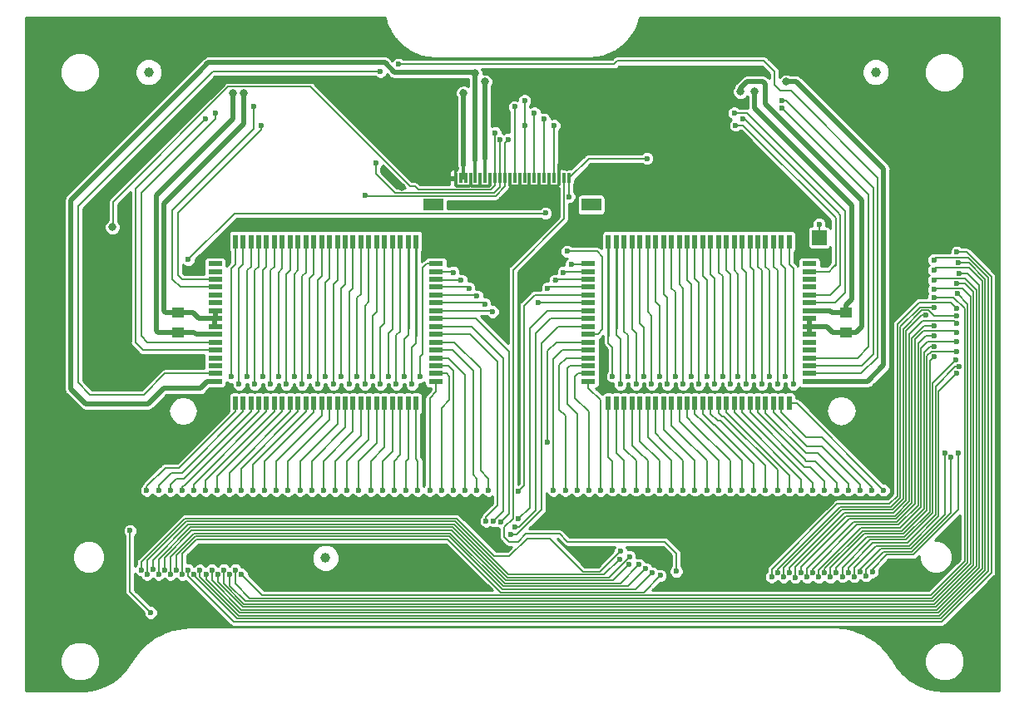
<source format=gbr>
G04 #@! TF.GenerationSoftware,KiCad,Pcbnew,5.0.2-bee76a0~70~ubuntu18.04.1*
G04 #@! TF.CreationDate,2020-10-28T09:15:44+01:00*
G04 #@! TF.ProjectId,ModulAdapter_Verv2,4d6f6475-6c41-4646-9170-7465725f5665,rev?*
G04 #@! TF.SameCoordinates,Original*
G04 #@! TF.FileFunction,Copper,L2,Bot*
G04 #@! TF.FilePolarity,Positive*
%FSLAX46Y46*%
G04 Gerber Fmt 4.6, Leading zero omitted, Abs format (unit mm)*
G04 Created by KiCad (PCBNEW 5.0.2-bee76a0~70~ubuntu18.04.1) date Mi 28 Okt 2020 09:15:44 CET*
%MOMM*%
%LPD*%
G01*
G04 APERTURE LIST*
G04 #@! TA.AperFunction,SMDPad,CuDef*
%ADD10R,0.500000X1.480000*%
G04 #@! TD*
G04 #@! TA.AperFunction,SMDPad,CuDef*
%ADD11R,1.480000X0.500000*%
G04 #@! TD*
G04 #@! TA.AperFunction,SMDPad,CuDef*
%ADD12R,1.250000X1.000000*%
G04 #@! TD*
G04 #@! TA.AperFunction,SMDPad,CuDef*
%ADD13R,2.000000X1.300000*%
G04 #@! TD*
G04 #@! TA.AperFunction,SMDPad,CuDef*
%ADD14R,0.300000X1.000000*%
G04 #@! TD*
G04 #@! TA.AperFunction,BGAPad,CuDef*
%ADD15C,1.000000*%
G04 #@! TD*
G04 #@! TA.AperFunction,SMDPad,CuDef*
%ADD16R,1.501140X1.501140*%
G04 #@! TD*
G04 #@! TA.AperFunction,ViaPad*
%ADD17C,0.600000*%
G04 #@! TD*
G04 #@! TA.AperFunction,ViaPad*
%ADD18C,0.800000*%
G04 #@! TD*
G04 #@! TA.AperFunction,Conductor*
%ADD19C,0.150000*%
G04 #@! TD*
G04 #@! TA.AperFunction,Conductor*
%ADD20C,0.500000*%
G04 #@! TD*
G04 #@! TA.AperFunction,Conductor*
%ADD21C,0.300000*%
G04 #@! TD*
G04 #@! TA.AperFunction,Conductor*
%ADD22C,0.200000*%
G04 #@! TD*
G04 #@! TA.AperFunction,Conductor*
%ADD23C,0.250000*%
G04 #@! TD*
G04 #@! TA.AperFunction,Conductor*
%ADD24C,0.254000*%
G04 #@! TD*
G04 APERTURE END LIST*
D10*
G04 #@! TO.P,U4,1*
G04 #@! TO.N,Net-(J1-Pad197)*
X109800000Y-91260000D03*
G04 #@! TO.P,U4,2*
G04 #@! TO.N,Net-(J1-Pad199)*
X110600000Y-91260000D03*
G04 #@! TO.P,U4,3*
G04 #@! TO.N,Net-(J1-Pad201)*
X111400000Y-91260000D03*
G04 #@! TO.P,U4,4*
G04 #@! TO.N,Net-(J1-Pad203)*
X112200000Y-91260000D03*
G04 #@! TO.P,U4,5*
G04 #@! TO.N,Net-(J1-Pad205)*
X113000000Y-91260000D03*
G04 #@! TO.P,U4,6*
G04 #@! TO.N,Net-(J1-Pad207)*
X113800000Y-91260000D03*
G04 #@! TO.P,U4,7*
G04 #@! TO.N,Net-(J1-Pad209)*
X114600000Y-91260000D03*
G04 #@! TO.P,U4,8*
G04 #@! TO.N,Net-(J1-Pad211)*
X115400000Y-91260000D03*
G04 #@! TO.P,U4,9*
G04 #@! TO.N,Net-(J1-Pad213)*
X116200000Y-91260000D03*
G04 #@! TO.P,U4,10*
G04 #@! TO.N,Net-(J1-Pad215)*
X117000000Y-91260000D03*
G04 #@! TO.P,U4,11*
G04 #@! TO.N,Net-(J1-Pad217)*
X117800000Y-91260000D03*
G04 #@! TO.P,U4,12*
G04 #@! TO.N,Net-(J1-Pad219)*
X118600000Y-91260000D03*
G04 #@! TO.P,U4,13*
G04 #@! TO.N,Net-(J1-Pad221)*
X119400000Y-91260000D03*
G04 #@! TO.P,U4,14*
G04 #@! TO.N,Net-(J1-Pad223)*
X120200000Y-91260000D03*
G04 #@! TO.P,U4,15*
G04 #@! TO.N,Net-(J1-Pad225)*
X121000000Y-91260000D03*
G04 #@! TO.P,U4,16*
G04 #@! TO.N,Net-(J1-Pad227)*
X121800000Y-91260000D03*
G04 #@! TO.P,U4,17*
G04 #@! TO.N,Net-(J1-Pad229)*
X122600000Y-91260000D03*
G04 #@! TO.P,U4,18*
G04 #@! TO.N,Net-(J1-Pad231)*
X123400000Y-91260000D03*
G04 #@! TO.P,U4,19*
G04 #@! TO.N,Net-(J1-Pad233)*
X124200000Y-91260000D03*
G04 #@! TO.P,U4,20*
G04 #@! TO.N,Net-(J1-Pad235)*
X125000000Y-91260000D03*
G04 #@! TO.P,U4,21*
G04 #@! TO.N,Net-(J1-Pad237)*
X125800000Y-91260000D03*
G04 #@! TO.P,U4,22*
G04 #@! TO.N,Net-(J1-Pad239)*
X126600000Y-91260000D03*
G04 #@! TO.P,U4,23*
G04 #@! TO.N,Net-(J1-Pad241)*
X127400000Y-91260000D03*
G04 #@! TO.P,U4,24*
G04 #@! TO.N,Net-(J1-Pad243)*
X128200000Y-91260000D03*
D11*
G04 #@! TO.P,U4,25*
G04 #@! TO.N,N/C*
X130240000Y-93500000D03*
G04 #@! TO.P,U4,26*
G04 #@! TO.N,DI_C*
X130240000Y-94300000D03*
G04 #@! TO.P,U4,27*
G04 #@! TO.N,N/C*
X130240000Y-95100000D03*
G04 #@! TO.P,U4,28*
X130240000Y-95900000D03*
G04 #@! TO.P,U4,29*
G04 #@! TO.N,BL_C*
X130240000Y-96700000D03*
G04 #@! TO.P,U4,30*
G04 #@! TO.N,POL_C*
X130240000Y-97500000D03*
G04 #@! TO.P,U4,31*
G04 #@! TO.N,VDD_C*
X130240000Y-98300000D03*
G04 #@! TO.P,U4,32*
G04 #@! TO.N,GND_C*
X130240000Y-99100000D03*
G04 #@! TO.P,U4,33*
X130240000Y-99900000D03*
G04 #@! TO.P,U4,34*
X130240000Y-100700000D03*
G04 #@! TO.P,U4,35*
G04 #@! TO.N,N/C*
X130240000Y-101500000D03*
G04 #@! TO.P,U4,36*
X130240000Y-102300000D03*
G04 #@! TO.P,U4,37*
G04 #@! TO.N,CLK_C*
X130240000Y-103100000D03*
G04 #@! TO.P,U4,38*
G04 #@! TO.N,LE_C*
X130240000Y-103900000D03*
G04 #@! TO.P,U4,39*
G04 #@! TO.N,Net-(U2-Pad26)*
X130240000Y-104700000D03*
G04 #@! TO.P,U4,40*
G04 #@! TO.N,V_HV_C*
X130240000Y-105500000D03*
D10*
G04 #@! TO.P,U4,41*
G04 #@! TO.N,Net-(J1-Pad244)*
X128200000Y-107740000D03*
G04 #@! TO.P,U4,42*
G04 #@! TO.N,Net-(J1-Pad242)*
X127400000Y-107740000D03*
G04 #@! TO.P,U4,43*
G04 #@! TO.N,Net-(J1-Pad240)*
X126600000Y-107740000D03*
G04 #@! TO.P,U4,44*
G04 #@! TO.N,Net-(J1-Pad238)*
X125800000Y-107740000D03*
G04 #@! TO.P,U4,45*
G04 #@! TO.N,Net-(J1-Pad236)*
X125000000Y-107740000D03*
G04 #@! TO.P,U4,46*
G04 #@! TO.N,Net-(J1-Pad234)*
X124200000Y-107740000D03*
G04 #@! TO.P,U4,47*
G04 #@! TO.N,Net-(J1-Pad232)*
X123400000Y-107740000D03*
G04 #@! TO.P,U4,48*
G04 #@! TO.N,Net-(J1-Pad230)*
X122600000Y-107740000D03*
G04 #@! TO.P,U4,49*
G04 #@! TO.N,Net-(J1-Pad228)*
X121800000Y-107740000D03*
G04 #@! TO.P,U4,50*
G04 #@! TO.N,Net-(J1-Pad226)*
X121000000Y-107740000D03*
G04 #@! TO.P,U4,51*
G04 #@! TO.N,Net-(J1-Pad224)*
X120200000Y-107740000D03*
G04 #@! TO.P,U4,52*
G04 #@! TO.N,Net-(J1-Pad222)*
X119400000Y-107740000D03*
G04 #@! TO.P,U4,53*
G04 #@! TO.N,Net-(J1-Pad220)*
X118600000Y-107740000D03*
G04 #@! TO.P,U4,54*
G04 #@! TO.N,Net-(J1-Pad218)*
X117800000Y-107740000D03*
G04 #@! TO.P,U4,55*
G04 #@! TO.N,Net-(J1-Pad216)*
X117000000Y-107740000D03*
G04 #@! TO.P,U4,56*
G04 #@! TO.N,Net-(J1-Pad214)*
X116200000Y-107740000D03*
G04 #@! TO.P,U4,57*
G04 #@! TO.N,Net-(J1-Pad212)*
X115400000Y-107740000D03*
G04 #@! TO.P,U4,58*
G04 #@! TO.N,Net-(J1-Pad210)*
X114600000Y-107740000D03*
G04 #@! TO.P,U4,59*
G04 #@! TO.N,Net-(J1-Pad208)*
X113800000Y-107740000D03*
G04 #@! TO.P,U4,60*
G04 #@! TO.N,Net-(J1-Pad206)*
X113000000Y-107740000D03*
G04 #@! TO.P,U4,61*
G04 #@! TO.N,Net-(J1-Pad204)*
X112200000Y-107740000D03*
G04 #@! TO.P,U4,62*
G04 #@! TO.N,Net-(J1-Pad202)*
X111400000Y-107740000D03*
G04 #@! TO.P,U4,63*
G04 #@! TO.N,Net-(J1-Pad200)*
X110600000Y-107740000D03*
G04 #@! TO.P,U4,64*
G04 #@! TO.N,Net-(J1-Pad198)*
X109800000Y-107740000D03*
D11*
G04 #@! TO.P,U4,65*
G04 #@! TO.N,Net-(J1-Pad196)*
X107760000Y-105500000D03*
G04 #@! TO.P,U4,66*
G04 #@! TO.N,Net-(J1-Pad194)*
X107760000Y-104700000D03*
G04 #@! TO.P,U4,67*
G04 #@! TO.N,Net-(J1-Pad192)*
X107760000Y-103900000D03*
G04 #@! TO.P,U4,68*
G04 #@! TO.N,Net-(J1-Pad190)*
X107760000Y-103100000D03*
G04 #@! TO.P,U4,69*
G04 #@! TO.N,Net-(J1-Pad188)*
X107760000Y-102300000D03*
G04 #@! TO.P,U4,70*
G04 #@! TO.N,Net-(J1-Pad186)*
X107760000Y-101500000D03*
G04 #@! TO.P,U4,71*
G04 #@! TO.N,Net-(J1-Pad184)*
X107760000Y-100700000D03*
G04 #@! TO.P,U4,72*
G04 #@! TO.N,Net-(J1-Pad63)*
X107760000Y-99900000D03*
G04 #@! TO.P,U4,73*
G04 #@! TO.N,Net-(J1-Pad64)*
X107760000Y-99100000D03*
G04 #@! TO.P,U4,74*
G04 #@! TO.N,Net-(J1-Pad65)*
X107760000Y-98300000D03*
G04 #@! TO.P,U4,75*
G04 #@! TO.N,Net-(J1-Pad185)*
X107760000Y-97500000D03*
G04 #@! TO.P,U4,76*
G04 #@! TO.N,Net-(J1-Pad187)*
X107760000Y-96700000D03*
G04 #@! TO.P,U4,77*
G04 #@! TO.N,Net-(J1-Pad189)*
X107760000Y-95900000D03*
G04 #@! TO.P,U4,78*
G04 #@! TO.N,Net-(J1-Pad191)*
X107760000Y-95100000D03*
G04 #@! TO.P,U4,79*
G04 #@! TO.N,Net-(J1-Pad193)*
X107760000Y-94300000D03*
G04 #@! TO.P,U4,80*
G04 #@! TO.N,Net-(J1-Pad195)*
X107760000Y-93500000D03*
G04 #@! TD*
D10*
G04 #@! TO.P,U2,1*
G04 #@! TO.N,Net-(J1-Pad170)*
X90200000Y-107740000D03*
G04 #@! TO.P,U2,2*
G04 #@! TO.N,Net-(J1-Pad168)*
X89400000Y-107740000D03*
G04 #@! TO.P,U2,3*
G04 #@! TO.N,Net-(J1-Pad166)*
X88600000Y-107740000D03*
G04 #@! TO.P,U2,4*
G04 #@! TO.N,Net-(J1-Pad164)*
X87800000Y-107740000D03*
G04 #@! TO.P,U2,5*
G04 #@! TO.N,Net-(J1-Pad162)*
X87000000Y-107740000D03*
G04 #@! TO.P,U2,6*
G04 #@! TO.N,Net-(J1-Pad160)*
X86200000Y-107740000D03*
G04 #@! TO.P,U2,7*
G04 #@! TO.N,Net-(J1-Pad158)*
X85400000Y-107740000D03*
G04 #@! TO.P,U2,8*
G04 #@! TO.N,Net-(J1-Pad156)*
X84600000Y-107740000D03*
G04 #@! TO.P,U2,9*
G04 #@! TO.N,Net-(J1-Pad154)*
X83800000Y-107740000D03*
G04 #@! TO.P,U2,10*
G04 #@! TO.N,Net-(J1-Pad152)*
X83000000Y-107740000D03*
G04 #@! TO.P,U2,11*
G04 #@! TO.N,Net-(J1-Pad150)*
X82200000Y-107740000D03*
G04 #@! TO.P,U2,12*
G04 #@! TO.N,Net-(J1-Pad148)*
X81400000Y-107740000D03*
G04 #@! TO.P,U2,13*
G04 #@! TO.N,Net-(J1-Pad146)*
X80600000Y-107740000D03*
G04 #@! TO.P,U2,14*
G04 #@! TO.N,Net-(J1-Pad144)*
X79800000Y-107740000D03*
G04 #@! TO.P,U2,15*
G04 #@! TO.N,Net-(J1-Pad142)*
X79000000Y-107740000D03*
G04 #@! TO.P,U2,16*
G04 #@! TO.N,Net-(J1-Pad140)*
X78200000Y-107740000D03*
G04 #@! TO.P,U2,17*
G04 #@! TO.N,Net-(J1-Pad138)*
X77400000Y-107740000D03*
G04 #@! TO.P,U2,18*
G04 #@! TO.N,Net-(J1-Pad136)*
X76600000Y-107740000D03*
G04 #@! TO.P,U2,19*
G04 #@! TO.N,Net-(J1-Pad134)*
X75800000Y-107740000D03*
G04 #@! TO.P,U2,20*
G04 #@! TO.N,Net-(J1-Pad132)*
X75000000Y-107740000D03*
G04 #@! TO.P,U2,21*
G04 #@! TO.N,Net-(J1-Pad130)*
X74200000Y-107740000D03*
G04 #@! TO.P,U2,22*
G04 #@! TO.N,Net-(J1-Pad128)*
X73400000Y-107740000D03*
G04 #@! TO.P,U2,23*
G04 #@! TO.N,Net-(J1-Pad126)*
X72600000Y-107740000D03*
G04 #@! TO.P,U2,24*
G04 #@! TO.N,Net-(J1-Pad124)*
X71800000Y-107740000D03*
D11*
G04 #@! TO.P,U2,25*
G04 #@! TO.N,V_HV_C*
X69760000Y-105500000D03*
G04 #@! TO.P,U2,26*
G04 #@! TO.N,Net-(U2-Pad26)*
X69760000Y-104700000D03*
G04 #@! TO.P,U2,27*
G04 #@! TO.N,N/C*
X69760000Y-103900000D03*
G04 #@! TO.P,U2,28*
X69760000Y-103100000D03*
G04 #@! TO.P,U2,29*
G04 #@! TO.N,BL_C*
X69760000Y-102300000D03*
G04 #@! TO.P,U2,30*
G04 #@! TO.N,POL_C*
X69760000Y-101500000D03*
G04 #@! TO.P,U2,31*
G04 #@! TO.N,VDD_C*
X69760000Y-100700000D03*
G04 #@! TO.P,U2,32*
G04 #@! TO.N,GND_C*
X69760000Y-99900000D03*
G04 #@! TO.P,U2,33*
X69760000Y-99100000D03*
G04 #@! TO.P,U2,34*
X69760000Y-98300000D03*
G04 #@! TO.P,U2,35*
G04 #@! TO.N,N/C*
X69760000Y-97500000D03*
G04 #@! TO.P,U2,36*
X69760000Y-96700000D03*
G04 #@! TO.P,U2,37*
G04 #@! TO.N,CLK_C*
X69760000Y-95900000D03*
G04 #@! TO.P,U2,38*
G04 #@! TO.N,LE_C*
X69760000Y-95100000D03*
G04 #@! TO.P,U2,39*
G04 #@! TO.N,N/C*
X69760000Y-94300000D03*
G04 #@! TO.P,U2,40*
X69760000Y-93500000D03*
D10*
G04 #@! TO.P,U2,41*
G04 #@! TO.N,Net-(J1-Pad123)*
X71800000Y-91260000D03*
G04 #@! TO.P,U2,42*
G04 #@! TO.N,Net-(J1-Pad125)*
X72600000Y-91260000D03*
G04 #@! TO.P,U2,43*
G04 #@! TO.N,Net-(J1-Pad127)*
X73400000Y-91260000D03*
G04 #@! TO.P,U2,44*
G04 #@! TO.N,Net-(J1-Pad129)*
X74200000Y-91260000D03*
G04 #@! TO.P,U2,45*
G04 #@! TO.N,Net-(J1-Pad131)*
X75000000Y-91260000D03*
G04 #@! TO.P,U2,46*
G04 #@! TO.N,Net-(J1-Pad133)*
X75800000Y-91260000D03*
G04 #@! TO.P,U2,47*
G04 #@! TO.N,Net-(J1-Pad135)*
X76600000Y-91260000D03*
G04 #@! TO.P,U2,48*
G04 #@! TO.N,Net-(J1-Pad137)*
X77400000Y-91260000D03*
G04 #@! TO.P,U2,49*
G04 #@! TO.N,Net-(J1-Pad139)*
X78200000Y-91260000D03*
G04 #@! TO.P,U2,50*
G04 #@! TO.N,Net-(J1-Pad141)*
X79000000Y-91260000D03*
G04 #@! TO.P,U2,51*
G04 #@! TO.N,Net-(J1-Pad143)*
X79800000Y-91260000D03*
G04 #@! TO.P,U2,52*
G04 #@! TO.N,Net-(J1-Pad145)*
X80600000Y-91260000D03*
G04 #@! TO.P,U2,53*
G04 #@! TO.N,Net-(J1-Pad147)*
X81400000Y-91260000D03*
G04 #@! TO.P,U2,54*
G04 #@! TO.N,Net-(J1-Pad149)*
X82200000Y-91260000D03*
G04 #@! TO.P,U2,55*
G04 #@! TO.N,Net-(J1-Pad151)*
X83000000Y-91260000D03*
G04 #@! TO.P,U2,56*
G04 #@! TO.N,Net-(J1-Pad153)*
X83800000Y-91260000D03*
G04 #@! TO.P,U2,57*
G04 #@! TO.N,Net-(J1-Pad155)*
X84600000Y-91260000D03*
G04 #@! TO.P,U2,58*
G04 #@! TO.N,Net-(J1-Pad157)*
X85400000Y-91260000D03*
G04 #@! TO.P,U2,59*
G04 #@! TO.N,Net-(J1-Pad159)*
X86200000Y-91260000D03*
G04 #@! TO.P,U2,60*
G04 #@! TO.N,Net-(J1-Pad161)*
X87000000Y-91260000D03*
G04 #@! TO.P,U2,61*
G04 #@! TO.N,Net-(J1-Pad163)*
X87800000Y-91260000D03*
G04 #@! TO.P,U2,62*
G04 #@! TO.N,Net-(J1-Pad165)*
X88600000Y-91260000D03*
G04 #@! TO.P,U2,63*
G04 #@! TO.N,Net-(J1-Pad167)*
X89400000Y-91260000D03*
G04 #@! TO.P,U2,64*
G04 #@! TO.N,Net-(J1-Pad169)*
X90200000Y-91260000D03*
D11*
G04 #@! TO.P,U2,65*
G04 #@! TO.N,Net-(J1-Pad171)*
X92240000Y-93500000D03*
G04 #@! TO.P,U2,66*
G04 #@! TO.N,Net-(J1-Pad173)*
X92240000Y-94300000D03*
G04 #@! TO.P,U2,67*
G04 #@! TO.N,Net-(J1-Pad175)*
X92240000Y-95100000D03*
G04 #@! TO.P,U2,68*
G04 #@! TO.N,Net-(J1-Pad177)*
X92240000Y-95900000D03*
G04 #@! TO.P,U2,69*
G04 #@! TO.N,Net-(J1-Pad179)*
X92240000Y-96700000D03*
G04 #@! TO.P,U2,70*
G04 #@! TO.N,Net-(J1-Pad181)*
X92240000Y-97500000D03*
G04 #@! TO.P,U2,71*
G04 #@! TO.N,Net-(J1-Pad183)*
X92240000Y-98300000D03*
G04 #@! TO.P,U2,72*
G04 #@! TO.N,Net-(J1-Pad62)*
X92240000Y-99100000D03*
G04 #@! TO.P,U2,73*
G04 #@! TO.N,Net-(J1-Pad61)*
X92240000Y-99900000D03*
G04 #@! TO.P,U2,74*
G04 #@! TO.N,Net-(J1-Pad60)*
X92240000Y-100700000D03*
G04 #@! TO.P,U2,75*
G04 #@! TO.N,Net-(J1-Pad182)*
X92240000Y-101500000D03*
G04 #@! TO.P,U2,76*
G04 #@! TO.N,Net-(J1-Pad180)*
X92240000Y-102300000D03*
G04 #@! TO.P,U2,77*
G04 #@! TO.N,Net-(J1-Pad178)*
X92240000Y-103100000D03*
G04 #@! TO.P,U2,78*
G04 #@! TO.N,Net-(J1-Pad176)*
X92240000Y-103900000D03*
G04 #@! TO.P,U2,79*
G04 #@! TO.N,Net-(J1-Pad174)*
X92240000Y-104700000D03*
G04 #@! TO.P,U2,80*
G04 #@! TO.N,Net-(J1-Pad172)*
X92240000Y-105500000D03*
G04 #@! TD*
D12*
G04 #@! TO.P,C12,1*
G04 #@! TO.N,VDD_C*
X134000000Y-98500000D03*
G04 #@! TO.P,C12,2*
G04 #@! TO.N,GND_C*
X134000000Y-100500000D03*
G04 #@! TD*
G04 #@! TO.P,C13,1*
G04 #@! TO.N,VDD_C*
X66000000Y-100500000D03*
G04 #@! TO.P,C13,2*
G04 #@! TO.N,GND_C*
X66000000Y-98500000D03*
G04 #@! TD*
D13*
G04 #@! TO.P,J2,*
G04 #@! TO.N,*
X108050000Y-87500000D03*
X91950000Y-87500000D03*
D14*
G04 #@! TO.P,J2,1*
G04 #@! TO.N,+3V3*
X105750000Y-84800000D03*
G04 #@! TO.P,J2,2*
G04 #@! TO.N,V_GND*
X105250000Y-84800000D03*
G04 #@! TO.P,J2,3*
G04 #@! TO.N,GND*
X104750000Y-84800000D03*
G04 #@! TO.P,J2,4*
G04 #@! TO.N,DI_C*
X104250000Y-84800000D03*
G04 #@! TO.P,J2,5*
G04 #@! TO.N,GND*
X103750000Y-84800000D03*
G04 #@! TO.P,J2,6*
G04 #@! TO.N,BL_C*
X103250000Y-84800000D03*
G04 #@! TO.P,J2,7*
G04 #@! TO.N,GND*
X102750000Y-84800000D03*
G04 #@! TO.P,J2,8*
G04 #@! TO.N,POL_C*
X102250000Y-84800000D03*
G04 #@! TO.P,J2,9*
G04 #@! TO.N,GND*
X101750000Y-84800000D03*
G04 #@! TO.P,J2,10*
G04 #@! TO.N,LE_C*
X101250000Y-84800000D03*
G04 #@! TO.P,J2,11*
G04 #@! TO.N,GND*
X100750000Y-84800000D03*
G04 #@! TO.P,J2,12*
G04 #@! TO.N,CLK_C*
X100250000Y-84800000D03*
G04 #@! TO.P,J2,13*
G04 #@! TO.N,GND*
X99750000Y-84800000D03*
G04 #@! TO.P,J2,14*
G04 #@! TO.N,DIG1*
X99250000Y-84800000D03*
G04 #@! TO.P,J2,15*
G04 #@! TO.N,DIG0*
X98750000Y-84800000D03*
G04 #@! TO.P,J2,16*
G04 #@! TO.N,SENS_PAD*
X98250000Y-84800000D03*
G04 #@! TO.P,J2,17*
G04 #@! TO.N,GND*
X97750000Y-84800000D03*
G04 #@! TO.P,J2,18*
G04 #@! TO.N,VDD_C*
X97250000Y-84800000D03*
G04 #@! TO.P,J2,19*
G04 #@! TO.N,GND*
X96750000Y-84800000D03*
G04 #@! TO.P,J2,20*
G04 #@! TO.N,V_HV_C*
X96250000Y-84800000D03*
G04 #@! TO.P,J2,21*
G04 #@! TO.N,GND*
X95750000Y-84800000D03*
G04 #@! TO.P,J2,22*
G04 #@! TO.N,GND_C*
X95250000Y-84800000D03*
G04 #@! TO.P,J2,23*
X94750000Y-84800000D03*
G04 #@! TO.P,J2,24*
G04 #@! TO.N,GND*
X94250000Y-84800000D03*
G04 #@! TD*
D15*
G04 #@! TO.P,X3,~*
G04 #@! TO.N,N/C*
X137000000Y-74000000D03*
G04 #@! TD*
G04 #@! TO.P,X5,~*
G04 #@! TO.N,N/C*
X81000000Y-123500000D03*
G04 #@! TD*
G04 #@! TO.P,X6,~*
G04 #@! TO.N,N/C*
X63000000Y-74000000D03*
G04 #@! TD*
D16*
G04 #@! TO.P,P3,1*
G04 #@! TO.N,Net-(P3-Pad1)*
X131242000Y-90856000D03*
G04 #@! TD*
D17*
G04 #@! TO.N,V_GND*
X116700000Y-124841200D03*
D18*
G04 #@! TO.N,VDD_C*
X71552000Y-76124000D03*
X97206000Y-74981000D03*
X124638000Y-75997000D03*
G04 #@! TO.N,GND_C*
X123241000Y-75997000D03*
X95047000Y-76124000D03*
X72695000Y-76124000D03*
D17*
G04 #@! TO.N,Net-(J1-Pad123)*
X71400000Y-105000000D03*
G04 #@! TO.N,Net-(J1-Pad124)*
X62800000Y-116600000D03*
G04 #@! TO.N,Net-(J1-Pad125)*
X72200000Y-105800000D03*
G04 #@! TO.N,Net-(J1-Pad126)*
X64000000Y-116600000D03*
G04 #@! TO.N,Net-(J1-Pad127)*
X73000000Y-105000000D03*
G04 #@! TO.N,Net-(J1-Pad128)*
X65200000Y-116600000D03*
G04 #@! TO.N,Net-(J1-Pad129)*
X73800000Y-105800000D03*
G04 #@! TO.N,Net-(J1-Pad130)*
X66400000Y-116600000D03*
G04 #@! TO.N,Net-(J1-Pad131)*
X74600000Y-105000000D03*
G04 #@! TO.N,Net-(J1-Pad132)*
X67600000Y-116600000D03*
G04 #@! TO.N,Net-(J1-Pad133)*
X75400000Y-105800000D03*
G04 #@! TO.N,Net-(J1-Pad134)*
X68800000Y-116600000D03*
G04 #@! TO.N,Net-(J1-Pad135)*
X76200000Y-105000000D03*
G04 #@! TO.N,Net-(J1-Pad136)*
X70000000Y-116600000D03*
G04 #@! TO.N,Net-(J1-Pad137)*
X77000000Y-105800000D03*
G04 #@! TO.N,Net-(J1-Pad138)*
X71200000Y-116600000D03*
G04 #@! TO.N,Net-(J1-Pad139)*
X77800000Y-105000000D03*
G04 #@! TO.N,Net-(J1-Pad140)*
X72400000Y-116600000D03*
G04 #@! TO.N,Net-(J1-Pad141)*
X78600000Y-105800000D03*
G04 #@! TO.N,Net-(J1-Pad142)*
X73600000Y-116600000D03*
G04 #@! TO.N,Net-(J1-Pad143)*
X79400000Y-105000000D03*
G04 #@! TO.N,Net-(J1-Pad144)*
X74800000Y-116600000D03*
G04 #@! TO.N,Net-(J1-Pad145)*
X80200000Y-105800000D03*
G04 #@! TO.N,Net-(J1-Pad146)*
X76000000Y-116600000D03*
G04 #@! TO.N,Net-(J1-Pad147)*
X81000000Y-105000000D03*
G04 #@! TO.N,Net-(J1-Pad148)*
X77200000Y-116600000D03*
G04 #@! TO.N,Net-(J1-Pad149)*
X81800000Y-105800000D03*
G04 #@! TO.N,Net-(J1-Pad150)*
X78400000Y-116600000D03*
G04 #@! TO.N,Net-(J1-Pad151)*
X82600000Y-105000000D03*
G04 #@! TO.N,Net-(J1-Pad152)*
X79600000Y-116600000D03*
G04 #@! TO.N,Net-(J1-Pad153)*
X83400000Y-105800000D03*
G04 #@! TO.N,Net-(J1-Pad154)*
X80800000Y-116600000D03*
G04 #@! TO.N,Net-(J1-Pad155)*
X84200000Y-105000000D03*
G04 #@! TO.N,Net-(J1-Pad156)*
X82000000Y-116600000D03*
G04 #@! TO.N,Net-(J1-Pad157)*
X85000000Y-105800000D03*
G04 #@! TO.N,Net-(J1-Pad158)*
X83200000Y-116600000D03*
G04 #@! TO.N,Net-(J1-Pad159)*
X85800000Y-105000000D03*
G04 #@! TO.N,Net-(J1-Pad160)*
X84400000Y-116600000D03*
G04 #@! TO.N,Net-(J1-Pad161)*
X86600000Y-105800000D03*
G04 #@! TO.N,Net-(J1-Pad162)*
X85600000Y-116600000D03*
G04 #@! TO.N,Net-(J1-Pad163)*
X87400000Y-105000000D03*
G04 #@! TO.N,Net-(J1-Pad164)*
X86800000Y-116600000D03*
G04 #@! TO.N,Net-(J1-Pad165)*
X88200000Y-105800000D03*
G04 #@! TO.N,Net-(J1-Pad166)*
X88000000Y-116600000D03*
G04 #@! TO.N,Net-(J1-Pad167)*
X89000000Y-105000000D03*
G04 #@! TO.N,Net-(J1-Pad168)*
X89200000Y-116600000D03*
G04 #@! TO.N,Net-(J1-Pad169)*
X89800000Y-105800000D03*
G04 #@! TO.N,Net-(J1-Pad170)*
X90400000Y-116600000D03*
G04 #@! TO.N,Net-(J1-Pad171)*
X90600000Y-105000000D03*
G04 #@! TO.N,Net-(J1-Pad172)*
X91600000Y-116600000D03*
G04 #@! TO.N,Net-(J1-Pad173)*
X94000000Y-94400000D03*
G04 #@! TO.N,Net-(J1-Pad174)*
X92800000Y-116600000D03*
G04 #@! TO.N,Net-(J1-Pad175)*
X94800000Y-95200000D03*
G04 #@! TO.N,Net-(J1-Pad176)*
X94000000Y-116600000D03*
G04 #@! TO.N,Net-(J1-Pad177)*
X95600000Y-96000000D03*
G04 #@! TO.N,Net-(J1-Pad178)*
X95200000Y-116600000D03*
G04 #@! TO.N,Net-(J1-Pad180)*
X96400000Y-116600000D03*
G04 #@! TO.N,Net-(J1-Pad186)*
X103600000Y-111700000D03*
G04 #@! TO.N,Net-(J1-Pad188)*
X104200000Y-116600000D03*
G04 #@! TO.N,Net-(J1-Pad190)*
X105400000Y-116600000D03*
G04 #@! TO.N,Net-(J1-Pad192)*
X106600000Y-116600000D03*
G04 #@! TO.N,Net-(J1-Pad193)*
X105200000Y-94400000D03*
G04 #@! TO.N,Net-(J1-Pad194)*
X107800000Y-116600000D03*
G04 #@! TO.N,Net-(J1-Pad195)*
X106000000Y-93600000D03*
G04 #@! TO.N,Net-(J1-Pad196)*
X109000000Y-116600000D03*
G04 #@! TO.N,Net-(J1-Pad197)*
X110200000Y-104990248D03*
G04 #@! TO.N,Net-(J1-Pad198)*
X110200000Y-116590248D03*
G04 #@! TO.N,Net-(J1-Pad199)*
X111000000Y-105790248D03*
G04 #@! TO.N,Net-(J1-Pad200)*
X111400000Y-116590248D03*
G04 #@! TO.N,Net-(J1-Pad201)*
X111800000Y-104990248D03*
G04 #@! TO.N,Net-(J1-Pad202)*
X112600000Y-116590248D03*
G04 #@! TO.N,Net-(J1-Pad203)*
X112600000Y-105790248D03*
G04 #@! TO.N,Net-(J1-Pad204)*
X113800000Y-116590248D03*
G04 #@! TO.N,Net-(J1-Pad205)*
X113400000Y-104990248D03*
G04 #@! TO.N,Net-(J1-Pad206)*
X115000000Y-116590248D03*
G04 #@! TO.N,Net-(J1-Pad207)*
X114200000Y-105790248D03*
G04 #@! TO.N,Net-(J1-Pad208)*
X116200000Y-116590248D03*
G04 #@! TO.N,Net-(J1-Pad209)*
X115000000Y-104990248D03*
G04 #@! TO.N,Net-(J1-Pad210)*
X117400000Y-116590248D03*
G04 #@! TO.N,Net-(J1-Pad211)*
X115800000Y-105790248D03*
G04 #@! TO.N,Net-(J1-Pad212)*
X118600000Y-116590248D03*
G04 #@! TO.N,Net-(J1-Pad213)*
X116600000Y-104990248D03*
G04 #@! TO.N,Net-(J1-Pad214)*
X119800000Y-116590248D03*
G04 #@! TO.N,Net-(J1-Pad215)*
X117400000Y-105790248D03*
G04 #@! TO.N,Net-(J1-Pad216)*
X121000000Y-116590248D03*
G04 #@! TO.N,Net-(J1-Pad217)*
X118200000Y-104990248D03*
G04 #@! TO.N,Net-(J1-Pad218)*
X122200000Y-116590248D03*
G04 #@! TO.N,Net-(J1-Pad219)*
X119000000Y-105790248D03*
G04 #@! TO.N,Net-(J1-Pad220)*
X123400000Y-116590248D03*
G04 #@! TO.N,Net-(J1-Pad221)*
X119800000Y-104990248D03*
G04 #@! TO.N,Net-(J1-Pad222)*
X124600000Y-116590248D03*
G04 #@! TO.N,Net-(J1-Pad223)*
X120600000Y-105790248D03*
G04 #@! TO.N,Net-(J1-Pad224)*
X125800000Y-116590248D03*
G04 #@! TO.N,Net-(J1-Pad225)*
X121400000Y-104990248D03*
G04 #@! TO.N,Net-(J1-Pad226)*
X127000000Y-116590248D03*
G04 #@! TO.N,Net-(J1-Pad227)*
X122200000Y-105790248D03*
G04 #@! TO.N,Net-(J1-Pad228)*
X128200000Y-116590248D03*
G04 #@! TO.N,Net-(J1-Pad229)*
X123000000Y-104990248D03*
G04 #@! TO.N,Net-(J1-Pad230)*
X129400000Y-116590248D03*
G04 #@! TO.N,Net-(J1-Pad231)*
X123800000Y-105790248D03*
G04 #@! TO.N,Net-(J1-Pad232)*
X130600000Y-116590248D03*
G04 #@! TO.N,Net-(J1-Pad233)*
X124600000Y-104990248D03*
G04 #@! TO.N,Net-(J1-Pad234)*
X131800000Y-116590248D03*
G04 #@! TO.N,Net-(J1-Pad235)*
X125400000Y-105790248D03*
G04 #@! TO.N,Net-(J1-Pad236)*
X133000000Y-116590248D03*
G04 #@! TO.N,Net-(J1-Pad237)*
X126200000Y-104990248D03*
G04 #@! TO.N,Net-(J1-Pad238)*
X134200000Y-116590248D03*
G04 #@! TO.N,Net-(J1-Pad239)*
X127000000Y-105790248D03*
G04 #@! TO.N,Net-(J1-Pad240)*
X135400000Y-116590248D03*
G04 #@! TO.N,Net-(J1-Pad241)*
X127800000Y-104990248D03*
G04 #@! TO.N,Net-(J1-Pad242)*
X136600000Y-116590248D03*
G04 #@! TO.N,Net-(J1-Pad243)*
X128600000Y-105790248D03*
G04 #@! TO.N,Net-(J1-Pad244)*
X137800000Y-116590248D03*
G04 #@! TO.N,Net-(J1-Pad179)*
X96400000Y-96800000D03*
G04 #@! TO.N,Net-(J1-Pad181)*
X97200000Y-97600000D03*
G04 #@! TO.N,Net-(J1-Pad182)*
X97600000Y-116600000D03*
G04 #@! TO.N,Net-(J1-Pad183)*
X98000000Y-98400000D03*
G04 #@! TO.N,Net-(J1-Pad184)*
X105588000Y-92253000D03*
G04 #@! TO.N,Net-(J1-Pad185)*
X102667000Y-97460000D03*
G04 #@! TO.N,Net-(J1-Pad187)*
X100600000Y-116700000D03*
G04 #@! TO.N,Net-(J1-Pad189)*
X103600000Y-96000000D03*
G04 #@! TO.N,Net-(J1-Pad191)*
X104400000Y-95200000D03*
G04 #@! TO.N,Net-(J1-Pad60)*
X97350901Y-119740236D03*
G04 #@! TO.N,Net-(J1-Pad61)*
X98100822Y-119728581D03*
G04 #@! TO.N,Net-(J1-Pad62)*
X98875000Y-119825000D03*
G04 #@! TO.N,Net-(J1-Pad63)*
X99890054Y-121071065D03*
D18*
G04 #@! TO.N,V_HV_C*
X127889200Y-74981000D03*
X96190000Y-74092000D03*
D17*
G04 #@! TO.N,LE_C*
X101270000Y-76886000D03*
X101250000Y-79426000D03*
X74473000Y-79426000D03*
X127425000Y-76886000D03*
G04 #@! TO.N,CLK_C*
X100254000Y-77521000D03*
X73711000Y-77521000D03*
X127432000Y-77647982D03*
G04 #@! TO.N,Net-(U2-Pad26)*
X88417600Y-73177600D03*
X86588800Y-73939600D03*
G04 #@! TO.N,Net-(J1-Pad64)*
X100275000Y-120300000D03*
G04 #@! TO.N,Net-(J1-Pad65)*
X100649988Y-119500024D03*
D18*
G04 #@! TO.N,SENS_PAD*
X59309200Y-89789200D03*
D17*
X98250000Y-80175000D03*
X61100004Y-120700004D03*
X63200000Y-129050000D03*
D18*
G04 #@! TO.N,GND*
X88697000Y-83490000D03*
X106705600Y-85674400D03*
X88722400Y-85674400D03*
X60071200Y-78206800D03*
X113563600Y-85300000D03*
X56870800Y-99000000D03*
X145262800Y-87775000D03*
X145262800Y-84275000D03*
X95225000Y-124850000D03*
D17*
X98925000Y-92450000D03*
X147425000Y-78075000D03*
X52225000Y-78900000D03*
X51575000Y-129675000D03*
X107040000Y-123330000D03*
X109560000Y-120550000D03*
D18*
X142214800Y-87808000D03*
D17*
G04 #@! TO.N,DI_C*
X122733000Y-79426000D03*
X104250000Y-79426000D03*
G04 #@! TO.N,BL_C*
X123495000Y-78791000D03*
X103250000Y-78791000D03*
X68758000Y-78791000D03*
G04 #@! TO.N,POL_C*
X122606000Y-78156000D03*
X102250000Y-78156000D03*
X69774000Y-78156000D03*
G04 #@! TO.N,DIG1*
X85050000Y-86588800D03*
X99575008Y-80849992D03*
G04 #@! TO.N,DIG0*
X86131600Y-83236000D03*
X98775000Y-80900000D03*
G04 #@! TO.N,+3V3*
X113716000Y-82800000D03*
X67025000Y-93100000D03*
X105775000Y-86675000D03*
X103390000Y-88360000D03*
G04 #@! TO.N,J12_3*
X136645220Y-124917648D03*
X145415200Y-112801600D03*
G04 #@! TO.N,J12_2*
X136000000Y-125300000D03*
X144653200Y-113258800D03*
G04 #@! TO.N,J12_1*
X135382899Y-124873750D03*
X144043600Y-112801600D03*
G04 #@! TO.N,J11_3*
X134825000Y-125375000D03*
X145224632Y-104687286D03*
G04 #@! TO.N,J11_2*
X134210574Y-124944902D03*
X145524891Y-104000000D03*
G04 #@! TO.N,J11_1*
X133600000Y-125400000D03*
X145151677Y-103349439D03*
G04 #@! TO.N,J10_3*
X132975000Y-124950000D03*
X142914243Y-102982041D03*
G04 #@! TO.N,J10_2*
X132400000Y-125450000D03*
X145225000Y-102500000D03*
G04 #@! TO.N,J10_1*
X131800000Y-125000000D03*
X142925000Y-101932029D03*
G04 #@! TO.N,J9_3*
X131200000Y-125450000D03*
X145225000Y-101475000D03*
G04 #@! TO.N,J9_2*
X130614347Y-124981478D03*
X142925000Y-100882017D03*
G04 #@! TO.N,J9_1*
X130015084Y-125432462D03*
X145225000Y-100475000D03*
G04 #@! TO.N,J8_3*
X129403012Y-124999022D03*
X142915233Y-99832005D03*
G04 #@! TO.N,J8_2*
X128808846Y-125456700D03*
X145228196Y-99571884D03*
G04 #@! TO.N,J8_1*
X128225665Y-124985105D03*
X142125000Y-98775000D03*
G04 #@! TO.N,J7_3*
X127608563Y-125411354D03*
X145199722Y-98822413D03*
G04 #@! TO.N,J7_2*
X127004657Y-124966607D03*
X142925000Y-98000000D03*
G04 #@! TO.N,J7_1*
X126400000Y-125425000D03*
X145257577Y-98074636D03*
G04 #@! TO.N,J6_3*
X72425000Y-125150000D03*
X142925000Y-96925001D03*
G04 #@! TO.N,J6_2*
X71825000Y-124699998D03*
X145289367Y-96575021D03*
G04 #@! TO.N,J6_1*
X71225000Y-125150000D03*
X142925000Y-96150000D03*
G04 #@! TO.N,J5_3*
X70625001Y-124699998D03*
X145225065Y-95525010D03*
G04 #@! TO.N,J5_2*
X70025000Y-125150000D03*
X142925000Y-95200000D03*
G04 #@! TO.N,J5_1*
X69424999Y-124699998D03*
X145450000Y-94475000D03*
G04 #@! TO.N,J4_3*
X68825000Y-125150000D03*
X142925000Y-94150000D03*
G04 #@! TO.N,J4_2*
X68212499Y-124717166D03*
X145425000Y-93424999D03*
G04 #@! TO.N,J4_1*
X67600000Y-125150000D03*
X142925000Y-93125000D03*
G04 #@! TO.N,J3_3*
X67000000Y-124699998D03*
X145250000Y-92325000D03*
G04 #@! TO.N,J3_2*
X66400000Y-125150000D03*
X115070000Y-125280000D03*
G04 #@! TO.N,J3_1*
X65800000Y-124699998D03*
X114260000Y-125010000D03*
G04 #@! TO.N,J2_3*
X65200000Y-125150000D03*
X113590000Y-124580000D03*
G04 #@! TO.N,J2_2*
X64600000Y-124699998D03*
X112910000Y-124170000D03*
G04 #@! TO.N,J2_1*
X64000000Y-125150000D03*
X111851340Y-124176051D03*
G04 #@! TO.N,J1_3*
X63412499Y-124683797D03*
X111929964Y-123354964D03*
G04 #@! TO.N,J1_1*
X62231534Y-124691413D03*
X111025000Y-122775000D03*
G04 #@! TO.N,J1_2*
X62825000Y-125150000D03*
X110946512Y-123595952D03*
G04 #@! TO.N,Net-(P3-Pad1)*
X131242000Y-89484400D03*
G04 #@! TD*
D19*
G04 #@! TO.N,V_GND*
X104840000Y-121031200D02*
X105638800Y-121830000D01*
X101371600Y-121031200D02*
X104840000Y-121031200D01*
X115530000Y-121830000D02*
X116700000Y-123000000D01*
X100572800Y-121830000D02*
X101371600Y-121031200D01*
X105638800Y-121830000D02*
X115530000Y-121830000D01*
X99655000Y-121830000D02*
X100572800Y-121830000D01*
X100074999Y-94125001D02*
X100074999Y-119475001D01*
X105250000Y-88950000D02*
X100074999Y-94125001D01*
X100074999Y-119475001D02*
X99200000Y-120350000D01*
X105250000Y-84800000D02*
X105250000Y-88950000D01*
X99200000Y-120350000D02*
X99200000Y-121375000D01*
X99200000Y-121375000D02*
X99655000Y-121830000D01*
X116700000Y-123000000D02*
X116700000Y-124841200D01*
D20*
G04 #@! TO.N,VDD_C*
X97206000Y-75489000D02*
X97206000Y-82855000D01*
D21*
X97250000Y-82899000D02*
X97206000Y-82855000D01*
X97250000Y-84800000D02*
X97250000Y-82899000D01*
X131701000Y-98300000D02*
X131750000Y-98349000D01*
D20*
X97206000Y-75870000D02*
X97206000Y-74981000D01*
X124638000Y-77648000D02*
X125273000Y-78283000D01*
X124638000Y-75997000D02*
X124638000Y-77648000D01*
X125273000Y-78283000D02*
X125019000Y-78029000D01*
X63924000Y-100500000D02*
X66000000Y-100500000D01*
X63775000Y-86568000D02*
X63775000Y-100351000D01*
X71552000Y-76124000D02*
X71552000Y-78791000D01*
X63775000Y-100351000D02*
X63924000Y-100500000D01*
X71552000Y-78791000D02*
X63775000Y-86568000D01*
X66000000Y-100500000D02*
X67607000Y-100500000D01*
X67807000Y-100700000D02*
X69600000Y-100700000D01*
X67607000Y-100500000D02*
X67807000Y-100700000D01*
X134000000Y-98500000D02*
X132536000Y-98500000D01*
X132336000Y-98300000D02*
X130625000Y-98300000D01*
X132536000Y-98500000D02*
X132336000Y-98300000D01*
X134000000Y-98500000D02*
X134000000Y-97699200D01*
X134594800Y-87604800D02*
X134188400Y-87198400D01*
X134594800Y-97104400D02*
X134594800Y-87604800D01*
X134188400Y-87198400D02*
X125273000Y-78283000D01*
X134000000Y-97699200D02*
X134594800Y-97104400D01*
G04 #@! TO.N,GND_C*
X69760000Y-98370000D02*
X69760000Y-99170000D01*
X69750000Y-99090000D02*
X69750000Y-99890000D01*
X130240000Y-99100000D02*
X130240000Y-100700000D01*
X66000000Y-98500000D02*
X67512000Y-98500000D01*
X68112000Y-99100000D02*
X69760000Y-99100000D01*
X67512000Y-98500000D02*
X68112000Y-99100000D01*
X134000000Y-100500000D02*
X132631000Y-100500000D01*
X132031000Y-99900000D02*
X130240000Y-99900000D01*
X132631000Y-100500000D02*
X132031000Y-99900000D01*
X95047000Y-83490000D02*
X95047000Y-76378000D01*
D21*
X94920000Y-84800000D02*
X94920000Y-84379000D01*
X94920000Y-84800000D02*
X94750000Y-84800000D01*
X95250000Y-84800000D02*
X94920000Y-84800000D01*
X95047000Y-84252000D02*
X95047000Y-83490000D01*
X94920000Y-84379000D02*
X95047000Y-84252000D01*
X95047000Y-84597000D02*
X95250000Y-84800000D01*
X95047000Y-84252000D02*
X95047000Y-84597000D01*
D20*
X66000000Y-98500000D02*
X64718000Y-98500000D01*
X64718000Y-98500000D02*
X64567000Y-98349000D01*
X95047000Y-76124000D02*
X94920000Y-75997000D01*
X64567000Y-98349000D02*
X64567000Y-87427000D01*
X95047000Y-76759000D02*
X95047000Y-76124000D01*
X64567000Y-87427000D02*
X72695000Y-79299000D01*
X72695000Y-79299000D02*
X72695000Y-76124000D01*
X123241000Y-75997000D02*
X123241000Y-75870000D01*
X134000000Y-100500000D02*
X135009200Y-100500000D01*
X135009200Y-100500000D02*
X135356800Y-100152400D01*
X135560000Y-99949200D02*
X135356800Y-100152400D01*
X135560000Y-87046000D02*
X135560000Y-99949200D01*
X123241000Y-75616000D02*
X123876000Y-74981000D01*
X123876000Y-74981000D02*
X125527000Y-74981000D01*
X123241000Y-75997000D02*
X123241000Y-75616000D01*
X125527000Y-74981000D02*
X125781000Y-75235000D01*
X125781000Y-77267000D02*
X135560000Y-87046000D01*
X125781000Y-75235000D02*
X125781000Y-77267000D01*
D22*
G04 #@! TO.N,Net-(J1-Pad123)*
X71800000Y-91260000D02*
X71800000Y-93600000D01*
X71400000Y-94000000D02*
X71400000Y-105000000D01*
X71800000Y-93600000D02*
X71400000Y-94000000D01*
G04 #@! TO.N,Net-(J1-Pad124)*
X64700000Y-114300000D02*
X62800000Y-116200000D01*
X62800000Y-116200000D02*
X62800000Y-116600000D01*
X66100000Y-114300000D02*
X64700000Y-114300000D01*
X71800000Y-107740000D02*
X71800000Y-108600000D01*
X71800000Y-108600000D02*
X66100000Y-114300000D01*
G04 #@! TO.N,Net-(J1-Pad125)*
X72600000Y-91260000D02*
X72600000Y-93600000D01*
X72200000Y-94000000D02*
X72200000Y-105800000D01*
X72600000Y-93600000D02*
X72200000Y-94000000D01*
G04 #@! TO.N,Net-(J1-Pad126)*
X64000000Y-116100000D02*
X64000000Y-116600000D01*
X65300000Y-114800000D02*
X64000000Y-116100000D01*
X66400000Y-114800000D02*
X65300000Y-114800000D01*
X72600000Y-108600000D02*
X66400000Y-114800000D01*
X72600000Y-107740000D02*
X72600000Y-108600000D01*
G04 #@! TO.N,Net-(J1-Pad127)*
X73400000Y-91260000D02*
X73400000Y-93800000D01*
X73400000Y-93800000D02*
X73000000Y-94200000D01*
X73000000Y-94200000D02*
X73000000Y-105000000D01*
G04 #@! TO.N,Net-(J1-Pad128)*
X73400000Y-108600000D02*
X66600000Y-115400000D01*
X73400000Y-107740000D02*
X73400000Y-108600000D01*
X65200000Y-116000000D02*
X65800000Y-115400000D01*
X66600000Y-115400000D02*
X65800000Y-115400000D01*
X65200000Y-116000000D02*
X65200000Y-116600000D01*
G04 #@! TO.N,Net-(J1-Pad129)*
X73800000Y-105800000D02*
X73800000Y-94200000D01*
X74200000Y-93800000D02*
X74200000Y-91260000D01*
X73800000Y-94200000D02*
X74200000Y-93800000D01*
G04 #@! TO.N,Net-(J1-Pad130)*
X74200000Y-108600000D02*
X66700000Y-116100000D01*
X74200000Y-107740000D02*
X74200000Y-108600000D01*
X66600000Y-116100000D02*
X66400000Y-116300000D01*
X66400000Y-116300000D02*
X66400000Y-116600000D01*
X66700000Y-116100000D02*
X66600000Y-116100000D01*
G04 #@! TO.N,Net-(J1-Pad131)*
X74600000Y-105000000D02*
X74600000Y-94200000D01*
X75000000Y-93800000D02*
X75000000Y-91260000D01*
X74600000Y-94200000D02*
X75000000Y-93800000D01*
G04 #@! TO.N,Net-(J1-Pad132)*
X67600000Y-116000000D02*
X67600000Y-116600000D01*
X75000000Y-108600000D02*
X67600000Y-116000000D01*
X75000000Y-107740000D02*
X75000000Y-108600000D01*
G04 #@! TO.N,Net-(J1-Pad133)*
X75400000Y-105800000D02*
X75400000Y-94200000D01*
X75800000Y-93800000D02*
X75800000Y-91260000D01*
X75400000Y-94200000D02*
X75800000Y-93800000D01*
G04 #@! TO.N,Net-(J1-Pad134)*
X68800000Y-115600000D02*
X68800000Y-116600000D01*
X75800000Y-108600000D02*
X68800000Y-115600000D01*
X75800000Y-107740000D02*
X75800000Y-108600000D01*
G04 #@! TO.N,Net-(J1-Pad135)*
X76200000Y-105000000D02*
X76200000Y-94400000D01*
X76600000Y-94000000D02*
X76600000Y-91260000D01*
X76200000Y-94400000D02*
X76600000Y-94000000D01*
G04 #@! TO.N,Net-(J1-Pad136)*
X76600000Y-108600000D02*
X76600000Y-107740000D01*
X70000000Y-115200000D02*
X76600000Y-108600000D01*
X70000000Y-116600000D02*
X70000000Y-115200000D01*
G04 #@! TO.N,Net-(J1-Pad137)*
X77000000Y-105800000D02*
X77000000Y-94600000D01*
X77400000Y-94200000D02*
X77400000Y-91260000D01*
X77000000Y-94600000D02*
X77400000Y-94200000D01*
G04 #@! TO.N,Net-(J1-Pad138)*
X71200000Y-116600000D02*
X71200000Y-114800000D01*
X71200000Y-114800000D02*
X77400000Y-108600000D01*
X77400000Y-108600000D02*
X77400000Y-107740000D01*
G04 #@! TO.N,Net-(J1-Pad139)*
X77800000Y-105000000D02*
X77800000Y-94600000D01*
X78200000Y-94200000D02*
X78200000Y-91260000D01*
X77800000Y-94600000D02*
X78200000Y-94200000D01*
G04 #@! TO.N,Net-(J1-Pad140)*
X72400000Y-116600000D02*
X72400000Y-114400000D01*
X72400000Y-114400000D02*
X78200000Y-108600000D01*
X78200000Y-108600000D02*
X78200000Y-107740000D01*
G04 #@! TO.N,Net-(J1-Pad141)*
X78600000Y-105800000D02*
X78600000Y-94800000D01*
X79000000Y-94400000D02*
X79000000Y-91260000D01*
X78600000Y-94800000D02*
X79000000Y-94400000D01*
G04 #@! TO.N,Net-(J1-Pad142)*
X73600000Y-114000000D02*
X73600000Y-116600000D01*
X79000000Y-107740000D02*
X79000000Y-108600000D01*
X79000000Y-108600000D02*
X73600000Y-114000000D01*
G04 #@! TO.N,Net-(J1-Pad143)*
X79400000Y-105000000D02*
X79400000Y-95000000D01*
X79800000Y-94600000D02*
X79800000Y-91260000D01*
X79400000Y-95000000D02*
X79800000Y-94600000D01*
G04 #@! TO.N,Net-(J1-Pad144)*
X79800000Y-108680000D02*
X79800000Y-107740000D01*
X74800000Y-113680000D02*
X79800000Y-108680000D01*
X74800000Y-116600000D02*
X74800000Y-113680000D01*
G04 #@! TO.N,Net-(J1-Pad145)*
X80200000Y-105800000D02*
X80200000Y-95200000D01*
X80600000Y-94800000D02*
X80600000Y-91260000D01*
X80200000Y-95200000D02*
X80600000Y-94800000D01*
G04 #@! TO.N,Net-(J1-Pad146)*
X76000000Y-116600000D02*
X76000000Y-113600000D01*
X80600000Y-109000000D02*
X80600000Y-107740000D01*
X76000000Y-113600000D02*
X80600000Y-109000000D01*
G04 #@! TO.N,Net-(J1-Pad147)*
X81000000Y-105000000D02*
X81000000Y-95400000D01*
X81400000Y-95000000D02*
X81400000Y-91260000D01*
X81000000Y-95400000D02*
X81400000Y-95000000D01*
G04 #@! TO.N,Net-(J1-Pad148)*
X77200000Y-116600000D02*
X77200000Y-113600000D01*
X81400000Y-109400000D02*
X81400000Y-107740000D01*
X77200000Y-113600000D02*
X81400000Y-109400000D01*
G04 #@! TO.N,Net-(J1-Pad149)*
X81800000Y-105800000D02*
X81800000Y-95600000D01*
X82200000Y-95200000D02*
X82200000Y-91260000D01*
X81800000Y-95600000D02*
X82200000Y-95200000D01*
G04 #@! TO.N,Net-(J1-Pad150)*
X82200000Y-109800000D02*
X82200000Y-107740000D01*
X78400000Y-113600000D02*
X82200000Y-109800000D01*
X78400000Y-116600000D02*
X78400000Y-113600000D01*
G04 #@! TO.N,Net-(J1-Pad151)*
X82600000Y-105000000D02*
X82600000Y-96000000D01*
X83000000Y-95600000D02*
X83000000Y-91260000D01*
X82600000Y-96000000D02*
X83000000Y-95600000D01*
G04 #@! TO.N,Net-(J1-Pad152)*
X79600000Y-116600000D02*
X79600000Y-113600000D01*
X83000000Y-110200000D02*
X83000000Y-107740000D01*
X79600000Y-113600000D02*
X83000000Y-110200000D01*
G04 #@! TO.N,Net-(J1-Pad153)*
X83400000Y-105800000D02*
X83400000Y-96400000D01*
X83800000Y-96000000D02*
X83800000Y-91260000D01*
X83400000Y-96400000D02*
X83800000Y-96000000D01*
G04 #@! TO.N,Net-(J1-Pad154)*
X80800000Y-116600000D02*
X80800000Y-113600000D01*
X83800000Y-110600000D02*
X83800000Y-107740000D01*
X80800000Y-113600000D02*
X83800000Y-110600000D01*
G04 #@! TO.N,Net-(J1-Pad155)*
X84200000Y-105000000D02*
X84200000Y-97000000D01*
X84600000Y-96600000D02*
X84600000Y-91260000D01*
X84200000Y-97000000D02*
X84600000Y-96600000D01*
G04 #@! TO.N,Net-(J1-Pad156)*
X82000000Y-116600000D02*
X82000000Y-113600000D01*
X84600000Y-111000000D02*
X84600000Y-107740000D01*
X82000000Y-113600000D02*
X84600000Y-111000000D01*
G04 #@! TO.N,Net-(J1-Pad157)*
X85000000Y-105800000D02*
X85000000Y-97800000D01*
X85400000Y-97400000D02*
X85400000Y-91260000D01*
X85000000Y-97800000D02*
X85400000Y-97400000D01*
G04 #@! TO.N,Net-(J1-Pad158)*
X83200000Y-116600000D02*
X83200000Y-113600000D01*
X85400000Y-111400000D02*
X85400000Y-107740000D01*
X83200000Y-113600000D02*
X85400000Y-111400000D01*
G04 #@! TO.N,Net-(J1-Pad159)*
X85800000Y-105000000D02*
X85800000Y-98800000D01*
X86200000Y-98400000D02*
X86200000Y-91260000D01*
X85800000Y-98800000D02*
X86200000Y-98400000D01*
G04 #@! TO.N,Net-(J1-Pad160)*
X84400000Y-116600000D02*
X84400000Y-113600000D01*
X86200000Y-111800000D02*
X86200000Y-107740000D01*
X84400000Y-113600000D02*
X86200000Y-111800000D01*
G04 #@! TO.N,Net-(J1-Pad161)*
X86600000Y-105800000D02*
X86600000Y-100000000D01*
X87000000Y-99600000D02*
X87000000Y-91260000D01*
X86600000Y-100000000D02*
X87000000Y-99600000D01*
G04 #@! TO.N,Net-(J1-Pad162)*
X85600000Y-116600000D02*
X85600000Y-113600000D01*
X87000000Y-112200000D02*
X87000000Y-107740000D01*
X85600000Y-113600000D02*
X87000000Y-112200000D01*
G04 #@! TO.N,Net-(J1-Pad163)*
X87400000Y-105000000D02*
X87400000Y-100600000D01*
X87800000Y-100200000D02*
X87800000Y-91260000D01*
X87400000Y-100600000D02*
X87800000Y-100200000D01*
G04 #@! TO.N,Net-(J1-Pad164)*
X87800000Y-112600000D02*
X87800000Y-107740000D01*
X86800000Y-113600000D02*
X87800000Y-112600000D01*
X86800000Y-116600000D02*
X86800000Y-113600000D01*
G04 #@! TO.N,Net-(J1-Pad165)*
X88600000Y-100400000D02*
X88600000Y-91260000D01*
X88200000Y-105800000D02*
X88200000Y-100800000D01*
X88200000Y-100800000D02*
X88600000Y-100400000D01*
G04 #@! TO.N,Net-(J1-Pad166)*
X88000000Y-116600000D02*
X88000000Y-113600000D01*
X88600000Y-113000000D02*
X88600000Y-107740000D01*
X88000000Y-113600000D02*
X88600000Y-113000000D01*
D23*
G04 #@! TO.N,Net-(J1-Pad167)*
X89400000Y-91260000D02*
X89400000Y-100068000D01*
D22*
X89000000Y-105000000D02*
X89000000Y-101200000D01*
X89400000Y-100800000D02*
X89400000Y-100068000D01*
X89000000Y-101200000D02*
X89400000Y-100800000D01*
G04 #@! TO.N,Net-(J1-Pad168)*
X89200000Y-116600000D02*
X89200000Y-113600000D01*
X89400000Y-113400000D02*
X89400000Y-107740000D01*
X89200000Y-113600000D02*
X89400000Y-113400000D01*
D23*
G04 #@! TO.N,Net-(J1-Pad169)*
X90200000Y-91260000D02*
X90200000Y-100868000D01*
D22*
X89800000Y-105800000D02*
X89800000Y-102000000D01*
X90200000Y-101600000D02*
X90200000Y-100868000D01*
X89800000Y-102000000D02*
X90200000Y-101600000D01*
G04 #@! TO.N,Net-(J1-Pad170)*
X90200000Y-113400000D02*
X90400000Y-113600000D01*
X90200000Y-107740000D02*
X90200000Y-113400000D01*
X90400000Y-113600000D02*
X90400000Y-116600000D01*
G04 #@! TO.N,Net-(J1-Pad171)*
X91300000Y-93500000D02*
X92240000Y-93500000D01*
X90898001Y-93901999D02*
X91300000Y-93500000D01*
X90898001Y-102701999D02*
X90898001Y-93901999D01*
X90898001Y-102701999D02*
X90600000Y-103000000D01*
X90600000Y-103000000D02*
X90600000Y-105000000D01*
G04 #@! TO.N,Net-(J1-Pad172)*
X91600000Y-116600000D02*
X91600000Y-107200000D01*
X92240000Y-106560000D02*
X92240000Y-105500000D01*
X91600000Y-107200000D02*
X92240000Y-106560000D01*
G04 #@! TO.N,Net-(J1-Pad173)*
X92240000Y-94300000D02*
X93900000Y-94300000D01*
X93900000Y-94300000D02*
X94000000Y-94400000D01*
G04 #@! TO.N,Net-(J1-Pad174)*
X92800000Y-108200000D02*
X92800000Y-116600000D01*
X93600000Y-105000000D02*
X93600000Y-107400000D01*
X92240000Y-104700000D02*
X93300000Y-104700000D01*
X93600000Y-107400000D02*
X92800000Y-108200000D01*
X93300000Y-104700000D02*
X93600000Y-105000000D01*
G04 #@! TO.N,Net-(J1-Pad175)*
X92340000Y-95200000D02*
X92240000Y-95100000D01*
X94600000Y-95200000D02*
X92340000Y-95200000D01*
G04 #@! TO.N,Net-(J1-Pad176)*
X94000000Y-104400000D02*
X94000000Y-116600000D01*
X92240000Y-103900000D02*
X93500000Y-103900000D01*
X93500000Y-103900000D02*
X94000000Y-104400000D01*
G04 #@! TO.N,Net-(J1-Pad177)*
X95500000Y-95900000D02*
X95600000Y-96000000D01*
X92240000Y-95900000D02*
X95500000Y-95900000D01*
G04 #@! TO.N,Net-(J1-Pad178)*
X92240000Y-103100000D02*
X93180000Y-103100000D01*
X93180000Y-103100000D02*
X93200000Y-103100000D01*
X95200000Y-116000000D02*
X95200000Y-116600000D01*
X95200000Y-104800000D02*
X95200000Y-116600000D01*
X93180000Y-103100000D02*
X93500000Y-103100000D01*
X93500000Y-103100000D02*
X95200000Y-104800000D01*
G04 #@! TO.N,Net-(J1-Pad180)*
X92240000Y-102300000D02*
X93900000Y-102300000D01*
X93900000Y-102300000D02*
X96000000Y-104400000D01*
X96400000Y-115400000D02*
X96000000Y-115000000D01*
X96400000Y-116600000D02*
X96400000Y-115400000D01*
X96000000Y-104400000D02*
X96000000Y-115000000D01*
G04 #@! TO.N,Net-(J1-Pad186)*
X104500000Y-101500000D02*
X107760000Y-101500000D01*
X103600000Y-111700000D02*
X103600000Y-102400000D01*
X103600000Y-102400000D02*
X104500000Y-101500000D01*
G04 #@! TO.N,Net-(J1-Pad188)*
X104200000Y-116600000D02*
X104200000Y-103200000D01*
X105100000Y-102300000D02*
X107760000Y-102300000D01*
X104200000Y-103200000D02*
X105100000Y-102300000D01*
G04 #@! TO.N,Net-(J1-Pad190)*
X105500000Y-103100000D02*
X107760000Y-103100000D01*
X105400000Y-116600000D02*
X105400000Y-109000000D01*
X104800000Y-103800000D02*
X104800000Y-108400000D01*
X105400000Y-109000000D02*
X104800000Y-108400000D01*
X104800000Y-103800000D02*
X105500000Y-103100000D01*
G04 #@! TO.N,Net-(J1-Pad192)*
X105900000Y-103900000D02*
X107760000Y-103900000D01*
X106600000Y-116600000D02*
X106600000Y-108800000D01*
X105600000Y-104200000D02*
X105600000Y-107800000D01*
X106600000Y-108800000D02*
X105600000Y-107800000D01*
X105600000Y-104200000D02*
X105900000Y-103900000D01*
G04 #@! TO.N,Net-(J1-Pad193)*
X105100000Y-94300000D02*
X105000000Y-94400000D01*
X107760000Y-94300000D02*
X105100000Y-94300000D01*
G04 #@! TO.N,Net-(J1-Pad194)*
X107800000Y-116600000D02*
X107800000Y-108600000D01*
X107800000Y-108600000D02*
X106400000Y-107200000D01*
X106400000Y-107200000D02*
X106400000Y-105000000D01*
X106700000Y-104700000D02*
X107760000Y-104700000D01*
X106400000Y-105000000D02*
X106700000Y-104700000D01*
G04 #@! TO.N,Net-(J1-Pad195)*
X107660000Y-93600000D02*
X107760000Y-93500000D01*
X105900000Y-93600000D02*
X107660000Y-93600000D01*
G04 #@! TO.N,Net-(J1-Pad196)*
X109000000Y-116600000D02*
X109000000Y-107400000D01*
X107760000Y-106160000D02*
X107760000Y-105500000D01*
X109000000Y-107400000D02*
X107760000Y-106160000D01*
G04 #@! TO.N,Net-(J1-Pad197)*
X109800000Y-101600000D02*
X109800000Y-100868000D01*
X110200000Y-102000000D02*
X109800000Y-101600000D01*
D23*
X109800000Y-91260000D02*
X109800000Y-100868000D01*
D22*
X110200000Y-102000000D02*
X110200000Y-104990248D01*
G04 #@! TO.N,Net-(J1-Pad198)*
X110200000Y-113590248D02*
X110190248Y-113590248D01*
X110200000Y-114100000D02*
X110200000Y-113590248D01*
X110200000Y-114100000D02*
X110200000Y-113600000D01*
X110200000Y-114100000D02*
X110200000Y-116590248D01*
X109800000Y-113200000D02*
X109800000Y-107740000D01*
X110200000Y-113600000D02*
X109800000Y-113200000D01*
G04 #@! TO.N,Net-(J1-Pad199)*
X111000000Y-105790248D02*
X111000000Y-101200000D01*
X110600000Y-100800000D02*
X110600000Y-100068000D01*
X111000000Y-101200000D02*
X110600000Y-100800000D01*
D23*
X110600000Y-91260000D02*
X110600000Y-100068000D01*
D22*
G04 #@! TO.N,Net-(J1-Pad200)*
X111400000Y-116590248D02*
X111400000Y-113590248D01*
X111400000Y-113590248D02*
X110600000Y-112790248D01*
X110600000Y-107740000D02*
X110600000Y-112790248D01*
G04 #@! TO.N,Net-(J1-Pad201)*
X111400000Y-100400000D02*
X111400000Y-91260000D01*
X111800000Y-100800000D02*
X111400000Y-100400000D01*
X111800000Y-100800000D02*
X111800000Y-104990248D01*
G04 #@! TO.N,Net-(J1-Pad202)*
X112600000Y-116590248D02*
X112600000Y-113590248D01*
X112600000Y-113590248D02*
X111400000Y-112390248D01*
X111400000Y-107740000D02*
X111400000Y-112390248D01*
G04 #@! TO.N,Net-(J1-Pad203)*
X112600000Y-105790248D02*
X112600000Y-100600000D01*
X112200000Y-100200000D02*
X112200000Y-91260000D01*
X112600000Y-100600000D02*
X112200000Y-100200000D01*
G04 #@! TO.N,Net-(J1-Pad204)*
X113800000Y-116590248D02*
X113800000Y-113590248D01*
X112200000Y-111990248D02*
X112900000Y-112690248D01*
X113800000Y-113590248D02*
X112900000Y-112690248D01*
X112200000Y-107740000D02*
X112200000Y-111990248D01*
X112900000Y-112690248D02*
X112800000Y-112590248D01*
G04 #@! TO.N,Net-(J1-Pad205)*
X113000000Y-99600000D02*
X113000000Y-91260000D01*
X113400000Y-100000000D02*
X113000000Y-99600000D01*
X113400000Y-104990248D02*
X113400000Y-100000000D01*
G04 #@! TO.N,Net-(J1-Pad206)*
X115000000Y-116590248D02*
X115000000Y-113590248D01*
X115000000Y-113590248D02*
X113000000Y-111590248D01*
X113000000Y-107740000D02*
X113000000Y-111590248D01*
G04 #@! TO.N,Net-(J1-Pad207)*
X113800000Y-98400000D02*
X113800000Y-91260000D01*
X114200000Y-98800000D02*
X113800000Y-98400000D01*
X114200000Y-104900000D02*
X114200000Y-105790248D01*
X114200000Y-104900000D02*
X114200000Y-98800000D01*
X114200000Y-105000000D02*
X114200000Y-104900000D01*
G04 #@! TO.N,Net-(J1-Pad208)*
X113800000Y-107740000D02*
X113800000Y-111190248D01*
X116200000Y-113590248D02*
X116200000Y-116590248D01*
X113800000Y-111190248D02*
X116200000Y-113590248D01*
G04 #@! TO.N,Net-(J1-Pad209)*
X114600000Y-97400000D02*
X114600000Y-91260000D01*
X115000000Y-97800000D02*
X114600000Y-97400000D01*
X115000000Y-97800000D02*
X115000000Y-104990248D01*
G04 #@! TO.N,Net-(J1-Pad210)*
X117400000Y-116590248D02*
X117400000Y-113590248D01*
X114600000Y-107740000D02*
X114600000Y-110790248D01*
X117400000Y-113590248D02*
X115300000Y-111490248D01*
X114600000Y-110790248D02*
X115300000Y-111490248D01*
X115300000Y-111490248D02*
X115200000Y-111390248D01*
G04 #@! TO.N,Net-(J1-Pad211)*
X115800000Y-105790248D02*
X115800000Y-97000000D01*
X115400000Y-96600000D02*
X115400000Y-91260000D01*
X115800000Y-97000000D02*
X115400000Y-96600000D01*
G04 #@! TO.N,Net-(J1-Pad212)*
X118600000Y-116590248D02*
X118600000Y-113590248D01*
X115400000Y-110390248D02*
X116109752Y-111100000D01*
X118600000Y-113590248D02*
X116109752Y-111100000D01*
X115400000Y-107740000D02*
X115400000Y-110390248D01*
X116109752Y-111100000D02*
X116000000Y-110990248D01*
G04 #@! TO.N,Net-(J1-Pad213)*
X116200000Y-96000000D02*
X116200000Y-91260000D01*
X116600000Y-96400000D02*
X116200000Y-96000000D01*
X116600000Y-96400000D02*
X116600000Y-104990248D01*
G04 #@! TO.N,Net-(J1-Pad214)*
X119800000Y-116590248D02*
X119800000Y-113590248D01*
X116200000Y-109990248D02*
X117200000Y-110990248D01*
X116200000Y-107740000D02*
X116200000Y-109990248D01*
X119800000Y-113590248D02*
X117200000Y-110990248D01*
X117200000Y-110990248D02*
X116800000Y-110590248D01*
G04 #@! TO.N,Net-(J1-Pad215)*
X117400000Y-105790248D02*
X117400000Y-96000000D01*
X117000000Y-95600000D02*
X117000000Y-91260000D01*
X117400000Y-96000000D02*
X117000000Y-95600000D01*
G04 #@! TO.N,Net-(J1-Pad216)*
X117000000Y-107740000D02*
X117000000Y-109590248D01*
X121000000Y-113590248D02*
X121000000Y-116590248D01*
X117000000Y-109590248D02*
X121000000Y-113590248D01*
G04 #@! TO.N,Net-(J1-Pad217)*
X117800000Y-95200000D02*
X117800000Y-91260000D01*
X118200000Y-95600000D02*
X117800000Y-95200000D01*
X118200000Y-95600000D02*
X118200000Y-104990248D01*
G04 #@! TO.N,Net-(J1-Pad218)*
X122200000Y-116590248D02*
X122200000Y-113590248D01*
X117800000Y-109190248D02*
X118509752Y-109900000D01*
X117800000Y-107740000D02*
X117800000Y-109190248D01*
X122200000Y-113590248D02*
X118509752Y-109900000D01*
X118509752Y-109900000D02*
X118400000Y-109790248D01*
G04 #@! TO.N,Net-(J1-Pad219)*
X118600000Y-95000000D02*
X118600000Y-91260000D01*
X119000000Y-95400000D02*
X118600000Y-95000000D01*
X119000000Y-104900000D02*
X119000000Y-105790248D01*
X119000000Y-104900000D02*
X119000000Y-95400000D01*
X119000000Y-105000000D02*
X119000000Y-104900000D01*
G04 #@! TO.N,Net-(J1-Pad220)*
X123400000Y-116590248D02*
X123400000Y-113590248D01*
X118600000Y-108790248D02*
X119509752Y-109700000D01*
X123400000Y-113590248D02*
X119509752Y-109700000D01*
X118600000Y-107740000D02*
X118600000Y-108790248D01*
X119509752Y-109700000D02*
X119200000Y-109390248D01*
G04 #@! TO.N,Net-(J1-Pad221)*
X119400000Y-94800000D02*
X119400000Y-91260000D01*
X119800000Y-95200000D02*
X119400000Y-94800000D01*
X119800000Y-95200000D02*
X119800000Y-104990248D01*
G04 #@! TO.N,Net-(J1-Pad222)*
X119400000Y-108800000D02*
X120500000Y-109900000D01*
X119400000Y-107740000D02*
X119400000Y-108800000D01*
X120600000Y-109900000D02*
X124600000Y-113900000D01*
X124600000Y-113900000D02*
X124600000Y-116590248D01*
X120500000Y-109900000D02*
X120600000Y-109900000D01*
G04 #@! TO.N,Net-(J1-Pad223)*
X120600000Y-105790248D02*
X120600000Y-95000000D01*
X120200000Y-94600000D02*
X120200000Y-91260000D01*
X120600000Y-95000000D02*
X120200000Y-94600000D01*
G04 #@! TO.N,Net-(J1-Pad224)*
X120900000Y-109500000D02*
X120200000Y-108800000D01*
X121200000Y-109500000D02*
X120900000Y-109500000D01*
X120200000Y-108800000D02*
X120200000Y-107740000D01*
X125800000Y-114100000D02*
X121200000Y-109500000D01*
X125800000Y-116590248D02*
X125800000Y-114100000D01*
G04 #@! TO.N,Net-(J1-Pad225)*
X121000000Y-94400000D02*
X121000000Y-91260000D01*
X121400000Y-94800000D02*
X121000000Y-94400000D01*
X121400000Y-94800000D02*
X121400000Y-104990248D01*
G04 #@! TO.N,Net-(J1-Pad226)*
X127000000Y-114500000D02*
X127000000Y-116590248D01*
X121330010Y-109030010D02*
X121530010Y-109030010D01*
X121530010Y-109030010D02*
X127000000Y-114500000D01*
X121000000Y-107740000D02*
X121000000Y-108700000D01*
X121000000Y-108700000D02*
X121330010Y-109030010D01*
G04 #@! TO.N,Net-(J1-Pad227)*
X121800000Y-94200000D02*
X121800000Y-91260000D01*
X122200000Y-94600000D02*
X121800000Y-94200000D01*
X122200000Y-104900000D02*
X122200000Y-105790248D01*
X122200000Y-104900000D02*
X122200000Y-94600000D01*
X122200000Y-105000000D02*
X122200000Y-104900000D01*
G04 #@! TO.N,Net-(J1-Pad228)*
X121800000Y-108680000D02*
X128200000Y-115080000D01*
X121800000Y-107740000D02*
X121800000Y-108680000D01*
X128200000Y-115080000D02*
X128200000Y-115300000D01*
X128200000Y-116590248D02*
X128200000Y-115300000D01*
X128200000Y-115300000D02*
X128200000Y-115200000D01*
G04 #@! TO.N,Net-(J1-Pad229)*
X122600000Y-94200000D02*
X122600000Y-91260000D01*
X123000000Y-94600000D02*
X122600000Y-94200000D01*
X123000000Y-94600000D02*
X123000000Y-104990248D01*
G04 #@! TO.N,Net-(J1-Pad230)*
X129400000Y-115480000D02*
X129400000Y-116590248D01*
X122600000Y-108680000D02*
X129400000Y-115480000D01*
X122600000Y-107740000D02*
X122600000Y-108680000D01*
G04 #@! TO.N,Net-(J1-Pad231)*
X123400000Y-94000000D02*
X123400000Y-91260000D01*
X123800000Y-94400000D02*
X123400000Y-94000000D01*
X123800000Y-104900000D02*
X123800000Y-105790248D01*
X123800000Y-104900000D02*
X123800000Y-94400000D01*
X123800000Y-105000000D02*
X123800000Y-104900000D01*
G04 #@! TO.N,Net-(J1-Pad232)*
X130600000Y-115880000D02*
X130600000Y-116590248D01*
X123400000Y-107740000D02*
X123400000Y-108680000D01*
X123400000Y-108680000D02*
X130600000Y-115880000D01*
G04 #@! TO.N,Net-(J1-Pad233)*
X124600000Y-94200000D02*
X124200000Y-93800000D01*
X124200000Y-93800000D02*
X124200000Y-91260000D01*
X124600000Y-94200000D02*
X124600000Y-104990248D01*
G04 #@! TO.N,Net-(J1-Pad234)*
X129720000Y-114200000D02*
X124200000Y-108680000D01*
X124200000Y-108680000D02*
X124200000Y-107740000D01*
X130300000Y-114200000D02*
X129720000Y-114200000D01*
X131800000Y-116590248D02*
X131800000Y-115700000D01*
X131800000Y-115700000D02*
X130300000Y-114200000D01*
G04 #@! TO.N,Net-(J1-Pad235)*
X125000000Y-93800000D02*
X125000000Y-91260000D01*
X125400000Y-94200000D02*
X125000000Y-93800000D01*
X125400000Y-105790248D02*
X125400000Y-94200000D01*
G04 #@! TO.N,Net-(J1-Pad236)*
X125000000Y-108680000D02*
X129700000Y-113380000D01*
X125000000Y-107740000D02*
X125000000Y-108680000D01*
X129700000Y-113380000D02*
X129700000Y-113400000D01*
X129700000Y-113400000D02*
X129900000Y-113600000D01*
X129900000Y-113600000D02*
X130800000Y-113600000D01*
X133000000Y-115800000D02*
X133000000Y-116590248D01*
X130800000Y-113600000D02*
X133000000Y-115800000D01*
G04 #@! TO.N,Net-(J1-Pad237)*
X125800000Y-93800000D02*
X125800000Y-91260000D01*
X126200000Y-94200000D02*
X125800000Y-93800000D01*
X126200000Y-104990248D02*
X126200000Y-94200000D01*
G04 #@! TO.N,Net-(J1-Pad238)*
X125800000Y-108690248D02*
X129900000Y-112790248D01*
X125800000Y-107740000D02*
X125800000Y-108690248D01*
X129900000Y-112790248D02*
X129900000Y-112800000D01*
X129900000Y-112800000D02*
X130800000Y-112800000D01*
X130800000Y-112800000D02*
X130900000Y-112800000D01*
X134200000Y-115900000D02*
X134200000Y-116590248D01*
X131100000Y-112800000D02*
X134200000Y-115900000D01*
X130800000Y-112800000D02*
X131100000Y-112800000D01*
G04 #@! TO.N,Net-(J1-Pad239)*
X126600000Y-93800000D02*
X127000000Y-94200000D01*
X126600000Y-91260000D02*
X126600000Y-93800000D01*
X127000000Y-94200000D02*
X127000000Y-105790248D01*
G04 #@! TO.N,Net-(J1-Pad240)*
X126600000Y-108680000D02*
X129910248Y-111990248D01*
X126600000Y-107740000D02*
X126600000Y-108680000D01*
X129910248Y-111990248D02*
X129910248Y-112010248D01*
X129910248Y-112010248D02*
X130000000Y-112100000D01*
X130000000Y-112100000D02*
X131500000Y-112100000D01*
X135400000Y-116000000D02*
X135400000Y-116590248D01*
X131500000Y-112100000D02*
X135400000Y-116000000D01*
G04 #@! TO.N,Net-(J1-Pad241)*
X127400000Y-91260000D02*
X127400000Y-93600000D01*
X127400000Y-93600000D02*
X127800000Y-94000000D01*
X127800000Y-94000000D02*
X127800000Y-104990248D01*
G04 #@! TO.N,Net-(J1-Pad242)*
X129910248Y-111190248D02*
X130700000Y-111190248D01*
X127400000Y-107740000D02*
X127400000Y-108680000D01*
X127400000Y-108680000D02*
X129910248Y-111190248D01*
X130700000Y-111190248D02*
X130520000Y-111190248D01*
X136600000Y-116300000D02*
X136600000Y-116590248D01*
X130700000Y-111190248D02*
X131490248Y-111190248D01*
X131490248Y-111190248D02*
X136600000Y-116300000D01*
G04 #@! TO.N,Net-(J1-Pad243)*
X128200000Y-93600000D02*
X128600000Y-94000000D01*
X128200000Y-91260000D02*
X128200000Y-93600000D01*
X128600000Y-94000000D02*
X128600000Y-105790248D01*
G04 #@! TO.N,Net-(J1-Pad244)*
X128949752Y-107740000D02*
X128200000Y-107740000D01*
X137800000Y-116590248D02*
X128949752Y-107740000D01*
G04 #@! TO.N,Net-(J1-Pad179)*
X96300000Y-96700000D02*
X96400000Y-96800000D01*
X92240000Y-96700000D02*
X96300000Y-96700000D01*
G04 #@! TO.N,Net-(J1-Pad181)*
X97100000Y-97500000D02*
X97200000Y-97600000D01*
X92240000Y-97500000D02*
X97100000Y-97500000D01*
G04 #@! TO.N,Net-(J1-Pad182)*
X92240000Y-101500000D02*
X94100000Y-101500000D01*
X97600000Y-116600000D02*
X97600000Y-115400000D01*
X97600000Y-115400000D02*
X96800000Y-114600000D01*
X94100000Y-101500000D02*
X96800000Y-104200000D01*
X96800000Y-114600000D02*
X96800000Y-104200000D01*
G04 #@! TO.N,Net-(J1-Pad183)*
X92240000Y-98300000D02*
X97900000Y-98300000D01*
X97900000Y-98300000D02*
X98000000Y-98400000D01*
G04 #@! TO.N,Net-(J1-Pad184)*
X108700000Y-100700000D02*
X107760000Y-100700000D01*
X109200000Y-92800000D02*
X109200000Y-100200000D01*
X109200000Y-100200000D02*
X108700000Y-100700000D01*
X108653000Y-92253000D02*
X109200000Y-92800000D01*
X105588000Y-92253000D02*
X108653000Y-92253000D01*
G04 #@! TO.N,Net-(J1-Pad185)*
X107660000Y-97600000D02*
X107760000Y-97500000D01*
X102707000Y-97500000D02*
X102667000Y-97460000D01*
X107760000Y-97500000D02*
X102707000Y-97500000D01*
G04 #@! TO.N,Net-(J1-Pad187)*
X101200000Y-116100000D02*
X100600000Y-116700000D01*
X107760000Y-96700000D02*
X102286000Y-96700000D01*
X101200000Y-97786000D02*
X101200000Y-116100000D01*
X102286000Y-96700000D02*
X101200000Y-97786000D01*
G04 #@! TO.N,Net-(J1-Pad189)*
X106820000Y-95900000D02*
X107760000Y-95900000D01*
X103699999Y-95900001D02*
X106820000Y-95900000D01*
G04 #@! TO.N,Net-(J1-Pad191)*
X104300000Y-95100000D02*
X104200000Y-95200000D01*
X107760000Y-95100000D02*
X104300000Y-95100000D01*
G04 #@! TO.N,Net-(J1-Pad60)*
X97350901Y-119315972D02*
X97350901Y-119740236D01*
X98500000Y-118166873D02*
X97350901Y-119315972D01*
X98500000Y-103500000D02*
X98500000Y-118166873D01*
X92240000Y-100700000D02*
X95700000Y-100700000D01*
X95700000Y-100700000D02*
X98500000Y-103500000D01*
G04 #@! TO.N,Net-(J1-Pad61)*
X99100000Y-118729403D02*
X98100822Y-119728581D01*
X99100000Y-103100000D02*
X99100000Y-118729403D01*
X92240000Y-99900000D02*
X95900000Y-99900000D01*
X95900000Y-99900000D02*
X99100000Y-103100000D01*
G04 #@! TO.N,Net-(J1-Pad62)*
X99700000Y-119000000D02*
X98875000Y-119825000D01*
X99700000Y-102500000D02*
X99700000Y-119000000D01*
X92240000Y-99100000D02*
X96300000Y-99100000D01*
X96300000Y-99100000D02*
X99700000Y-102500000D01*
G04 #@! TO.N,Net-(J1-Pad63)*
X100454035Y-121071065D02*
X99890054Y-121071065D01*
X104700000Y-99900000D02*
X103000000Y-101600000D01*
X103000000Y-118525100D02*
X100454035Y-121071065D01*
X107760000Y-99900000D02*
X104700000Y-99900000D01*
X103000000Y-101600000D02*
X103000000Y-118525100D01*
D20*
G04 #@! TO.N,V_HV_C*
X96190000Y-82982000D02*
X96190000Y-77013000D01*
D21*
X96250000Y-83042000D02*
X96190000Y-82982000D01*
X96250000Y-84800000D02*
X96250000Y-83042000D01*
D20*
X96190000Y-77394000D02*
X96190000Y-74092000D01*
X55075000Y-87025000D02*
X68100000Y-74000000D01*
X55075000Y-106281400D02*
X55075000Y-87025000D01*
X68950000Y-105500000D02*
X68250000Y-106200000D01*
X69760000Y-105500000D02*
X68950000Y-105500000D01*
X56566000Y-107772400D02*
X55075000Y-106281400D01*
X68250000Y-106200000D02*
X64539200Y-106200000D01*
X64539200Y-106200000D02*
X62966800Y-107772400D01*
X62966800Y-107772400D02*
X56566000Y-107772400D01*
X68100000Y-74000000D02*
X68100000Y-73988000D01*
X68100000Y-73988000D02*
X69062800Y-73025200D01*
X137825000Y-103850000D02*
X137825000Y-83875400D01*
X130300000Y-105500000D02*
X136175000Y-105500000D01*
X137825000Y-83875400D02*
X128930600Y-74981000D01*
X136175000Y-105500000D02*
X137825000Y-103850000D01*
X128930600Y-74981000D02*
X127889200Y-74981000D01*
X88020800Y-74000000D02*
X87046000Y-73025200D01*
X96098000Y-74000000D02*
X88020800Y-74000000D01*
X69062800Y-73025200D02*
X87046000Y-73025200D01*
X96190000Y-74092000D02*
X96098000Y-74000000D01*
D22*
G04 #@! TO.N,LE_C*
X101270000Y-84780000D02*
X101250000Y-84800000D01*
X101250000Y-84800000D02*
X101250000Y-79426000D01*
X101250000Y-76906000D02*
X101270000Y-76886000D01*
X101250000Y-79426000D02*
X101250000Y-76906000D01*
X65975000Y-94675000D02*
X66400000Y-95100000D01*
X65975000Y-88325000D02*
X65975000Y-94675000D01*
X66400000Y-95100000D02*
X69760000Y-95100000D01*
X74473000Y-79426000D02*
X74473000Y-79827000D01*
X74473000Y-79827000D02*
X65975000Y-88325000D01*
X127849264Y-76886000D02*
X127425000Y-76886000D01*
X136728400Y-85765136D02*
X127849264Y-76886000D01*
X136728400Y-102743200D02*
X136728400Y-85765136D01*
X135571600Y-103900000D02*
X136728400Y-102743200D01*
X130240000Y-103900000D02*
X135571600Y-103900000D01*
G04 #@! TO.N,CLK_C*
X100254000Y-81962000D02*
X100250000Y-81966000D01*
X100250000Y-81966000D02*
X100250000Y-84800000D01*
X100250000Y-77525000D02*
X100254000Y-77521000D01*
X100250000Y-81966000D02*
X100250000Y-77525000D01*
X65400000Y-88100000D02*
X73711000Y-79789000D01*
X73711000Y-79789000D02*
X73711000Y-77521000D01*
X65400000Y-95100000D02*
X65400000Y-88100000D01*
X69760000Y-95900000D02*
X66200000Y-95900000D01*
X66200000Y-95900000D02*
X65400000Y-95100000D01*
X130240000Y-103100000D02*
X135152400Y-103100000D01*
X136271200Y-86487182D02*
X135509200Y-85725182D01*
X136271200Y-101981200D02*
X136271200Y-86487182D01*
X135509200Y-85725182D02*
X127432000Y-77647982D01*
X135152400Y-103100000D02*
X136271200Y-101981200D01*
G04 #@! TO.N,Net-(U2-Pad26)*
X69760000Y-104700000D02*
X68100000Y-104700000D01*
X68100000Y-104700000D02*
X64667600Y-104700000D01*
X64667600Y-104700000D02*
X62509600Y-106858000D01*
X62509600Y-106858000D02*
X57023200Y-106858000D01*
X57023200Y-106858000D02*
X55804000Y-105638800D01*
X55804000Y-105638800D02*
X55804000Y-87655600D01*
D19*
X68605600Y-74854000D02*
X68758000Y-74701600D01*
D22*
X55804000Y-87655600D02*
X68605600Y-74854000D01*
X126670000Y-75311200D02*
X126670000Y-73939600D01*
X135533600Y-104700000D02*
X137185600Y-103048000D01*
X130240000Y-104700000D02*
X135533600Y-104700000D01*
X137185600Y-84760000D02*
X128346400Y-75920800D01*
X137185600Y-103048000D02*
X137185600Y-84760000D01*
X126670000Y-73939600D02*
X125603200Y-72872800D01*
X128346400Y-75920800D02*
X127279600Y-75920800D01*
X127279600Y-75920800D02*
X126670000Y-75311200D01*
D19*
X88570000Y-73025200D02*
X88417600Y-73177600D01*
D22*
X69520000Y-73939600D02*
X86588800Y-73939600D01*
X68605600Y-74854000D02*
X69520000Y-73939600D01*
X110363200Y-73177600D02*
X110668000Y-72872800D01*
X88417600Y-73177600D02*
X110363200Y-73177600D01*
X125603200Y-72872800D02*
X110668000Y-72872800D01*
G04 #@! TO.N,Net-(J1-Pad64)*
X103900000Y-99100000D02*
X107760000Y-99100000D01*
X102400000Y-100600000D02*
X103900000Y-99100000D01*
X102400000Y-118000000D02*
X102400000Y-117800000D01*
X102400000Y-117800000D02*
X102400000Y-100600000D01*
X102400000Y-117800000D02*
X102400000Y-118599264D01*
X100699264Y-120300000D02*
X100275000Y-120300000D01*
X102400000Y-118599264D02*
X100699264Y-120300000D01*
G04 #@! TO.N,Net-(J1-Pad65)*
X103600000Y-98300000D02*
X107760000Y-98300000D01*
X103500000Y-98300000D02*
X103600000Y-98300000D01*
X101800000Y-118350012D02*
X100649988Y-119500024D01*
X103600000Y-98300000D02*
X101800000Y-100100000D01*
X101800000Y-100100000D02*
X101800000Y-118350012D01*
D19*
G04 #@! TO.N,SENS_PAD*
X98250000Y-85528060D02*
X98250000Y-84800000D01*
X97798249Y-85979811D02*
X98250000Y-85528060D01*
X90429811Y-85979811D02*
X97798249Y-85979811D01*
X90075000Y-85625000D02*
X90429811Y-85979811D01*
X59368800Y-87231200D02*
X71103401Y-75496599D01*
X71103401Y-75496599D02*
X79473153Y-75496599D01*
X89601554Y-85625000D02*
X90075000Y-85625000D01*
X79473153Y-75496599D02*
X89601554Y-85625000D01*
X98250000Y-84800000D02*
X98250000Y-80175000D01*
X61100004Y-120700004D02*
X61100004Y-126950004D01*
X61100004Y-126950004D02*
X63200000Y-129050000D01*
X59368800Y-89729600D02*
X59309200Y-89789200D01*
X59368800Y-87231200D02*
X59368800Y-89729600D01*
D21*
G04 #@! TO.N,GND*
X95858079Y-85602401D02*
X96641921Y-85602401D01*
X96750000Y-85494322D02*
X96750000Y-84800000D01*
X96641921Y-85602401D02*
X96750000Y-85494322D01*
X95750000Y-85494322D02*
X95858079Y-85602401D01*
X97641921Y-85602401D02*
X97750000Y-85494322D01*
X96752401Y-85602401D02*
X97641921Y-85602401D01*
X97750000Y-85494322D02*
X97750000Y-84800000D01*
X96750000Y-85600000D02*
X96752401Y-85602401D01*
X96750000Y-84800000D02*
X96750000Y-85600000D01*
X94358079Y-85602401D02*
X95641921Y-85602401D01*
X95750000Y-85494322D02*
X95750000Y-84800000D01*
X95641921Y-85602401D02*
X95750000Y-85494322D01*
X94250000Y-85494322D02*
X94358079Y-85602401D01*
X94250000Y-84800000D02*
X94250000Y-85494322D01*
X99750000Y-85494322D02*
X99858079Y-85602401D01*
X100641921Y-85602401D02*
X100750000Y-85494322D01*
X99858079Y-85602401D02*
X100641921Y-85602401D01*
X99750000Y-84800000D02*
X99750000Y-85494322D01*
X101641921Y-85602401D02*
X101750000Y-85494322D01*
X100858079Y-85602401D02*
X101641921Y-85602401D01*
X100750000Y-85494322D02*
X100858079Y-85602401D01*
X100750000Y-84800000D02*
X100750000Y-85494322D01*
X102641921Y-85602401D02*
X102750000Y-85494322D01*
X101858079Y-85602401D02*
X102641921Y-85602401D01*
X101750000Y-85494322D02*
X101858079Y-85602401D01*
X101750000Y-84800000D02*
X101750000Y-85494322D01*
X103641921Y-85602401D02*
X103750000Y-85494322D01*
X102858079Y-85602401D02*
X103641921Y-85602401D01*
X102750000Y-85494322D02*
X102858079Y-85602401D01*
X102750000Y-84800000D02*
X102750000Y-85494322D01*
X104572599Y-85602401D02*
X104750000Y-85425000D01*
X103858079Y-85602401D02*
X104572599Y-85602401D01*
X103750000Y-85494322D02*
X103858079Y-85602401D01*
X104750000Y-85425000D02*
X104750000Y-84800000D01*
X103750000Y-84800000D02*
X103750000Y-85494322D01*
X104797599Y-84727401D02*
X104797599Y-83402401D01*
X104750000Y-84800000D02*
X104750000Y-84775000D01*
X104750000Y-84775000D02*
X104797599Y-84727401D01*
D19*
G04 #@! TO.N,DI_C*
X130302000Y-94300000D02*
X130322000Y-94300000D01*
D22*
X104250000Y-84800000D02*
X104250000Y-79934000D01*
X104250000Y-79934000D02*
X104250000Y-79875000D01*
X104250000Y-79426000D02*
X104250000Y-79934000D01*
X131877000Y-94300000D02*
X132004000Y-94300000D01*
X131877000Y-94300000D02*
X132243000Y-94300000D01*
X130240000Y-94300000D02*
X131877000Y-94300000D01*
X132613600Y-93929400D02*
X132943800Y-93599200D01*
X132243000Y-94300000D02*
X132613600Y-93929400D01*
X132918400Y-88849400D02*
X123495000Y-79426000D01*
X123495000Y-79426000D02*
X122733000Y-79426000D01*
X132918400Y-93624600D02*
X132918400Y-88849400D01*
X132613600Y-93929400D02*
X132918400Y-93624600D01*
G04 #@! TO.N,BL_C*
X63424000Y-102300000D02*
X62422000Y-102300000D01*
X63424000Y-102300000D02*
X63057000Y-102300000D01*
X69760000Y-102300000D02*
X63424000Y-102300000D01*
X103250000Y-78791000D02*
X103250000Y-84800000D01*
X130240000Y-96700000D02*
X132383000Y-96700000D01*
X62422000Y-102300000D02*
X61646000Y-101524000D01*
X61646000Y-87554000D02*
X61646000Y-87681000D01*
X61646000Y-101524000D02*
X61646000Y-87681000D01*
X61646000Y-85903000D02*
X68758000Y-78791000D01*
X61646000Y-87681000D02*
X61646000Y-85903000D01*
X133375600Y-88544600D02*
X133096200Y-88265200D01*
X133375600Y-95707400D02*
X133375600Y-88544600D01*
X133096200Y-88265200D02*
X123622000Y-78791000D01*
X132383000Y-96700000D02*
X133375600Y-95707400D01*
G04 #@! TO.N,POL_C*
X64059000Y-101500000D02*
X62892000Y-101500000D01*
X64059000Y-101500000D02*
X63781000Y-101500000D01*
X69760000Y-101500000D02*
X64059000Y-101500000D01*
X102250000Y-78156000D02*
X102250000Y-84800000D01*
X62892000Y-101500000D02*
X62281000Y-100889000D01*
X62281000Y-100889000D02*
X62281000Y-86284000D01*
X69774000Y-78156000D02*
X69774000Y-78791000D01*
X69774000Y-78791000D02*
X62281000Y-86284000D01*
X123876000Y-78156000D02*
X122606000Y-78156000D01*
X133858200Y-88138200D02*
X123876000Y-78156000D01*
X133858200Y-96494800D02*
X133858200Y-88138200D01*
X132853000Y-97500000D02*
X133858200Y-96494800D01*
X130240000Y-97500000D02*
X132853000Y-97500000D01*
D19*
G04 #@! TO.N,DIG1*
X99250000Y-85649278D02*
X99250000Y-84800000D01*
X98297466Y-86601812D02*
X99250000Y-85649278D01*
X99250000Y-81175000D02*
X99575008Y-80849992D01*
X99250000Y-84800000D02*
X99250000Y-81175000D01*
X85063012Y-86601812D02*
X85050000Y-86588800D01*
X86436400Y-86601812D02*
X85063012Y-86601812D01*
X86436400Y-86601812D02*
X98297466Y-86601812D01*
X86351812Y-86601812D02*
X86436400Y-86601812D01*
G04 #@! TO.N,DIG0*
X88076801Y-86301801D02*
X98173199Y-86301801D01*
X98173199Y-86301801D02*
X98750000Y-85725000D01*
X98750000Y-85725000D02*
X98750000Y-84800000D01*
X98750000Y-84800000D02*
X98750000Y-80925000D01*
X98750000Y-80925000D02*
X98775000Y-80900000D01*
X86131600Y-84356600D02*
X86230200Y-84455200D01*
X86131600Y-83236000D02*
X86131600Y-84356600D01*
X86230200Y-84455200D02*
X88076801Y-86301801D01*
D22*
G04 #@! TO.N,+3V3*
X105750000Y-84800000D02*
X105800000Y-84800000D01*
X105800000Y-84800000D02*
X107800000Y-82800000D01*
D19*
X105750000Y-84800000D02*
X105750000Y-86650000D01*
X105750000Y-86650000D02*
X105775000Y-86675000D01*
X103374999Y-88375001D02*
X103390000Y-88360000D01*
X67025000Y-93100000D02*
X71749999Y-88375001D01*
X71749999Y-88375001D02*
X103374999Y-88375001D01*
D22*
X107800000Y-82800000D02*
X113716000Y-82800000D01*
D19*
G04 #@! TO.N,J12_3*
X136647572Y-124920000D02*
X136645220Y-124917648D01*
X140843200Y-123164800D02*
X138100000Y-123164800D01*
X145415200Y-118592800D02*
X140843200Y-123164800D01*
X136645220Y-124619580D02*
X136645220Y-124917648D01*
X138100000Y-123164800D02*
X136645220Y-124619580D01*
X145415200Y-112649200D02*
X145415200Y-118592800D01*
G04 #@! TO.N,J12_2*
X136000000Y-125300000D02*
X136000000Y-124785866D01*
X137795200Y-122860000D02*
X136000000Y-124655200D01*
X136000000Y-124655200D02*
X136000000Y-125300000D01*
X140690800Y-122860000D02*
X137795200Y-122860000D01*
X144653200Y-118897600D02*
X140690800Y-122860000D01*
X144653200Y-113258800D02*
X144653200Y-118897600D01*
G04 #@! TO.N,J12_1*
X135382899Y-124662701D02*
X135382899Y-124873750D01*
X140538400Y-122555200D02*
X137490400Y-122555200D01*
X144043600Y-119050000D02*
X140538400Y-122555200D01*
X137490400Y-122555200D02*
X135382899Y-124662701D01*
X144043600Y-112801600D02*
X144043600Y-119050000D01*
G04 #@! TO.N,J11_3*
X134825000Y-124458600D02*
X134825000Y-125375000D01*
X137033200Y-122250400D02*
X134825000Y-124458600D01*
X140386000Y-122250400D02*
X137033200Y-122250400D01*
X143400000Y-106511918D02*
X143400000Y-119236400D01*
X143400000Y-119236400D02*
X140386000Y-122250400D01*
X145224632Y-104687286D02*
X143400000Y-106511918D01*
G04 #@! TO.N,J11_2*
X134210574Y-124463426D02*
X134210574Y-124944902D01*
X145524891Y-104000000D02*
X145100627Y-104000000D01*
X136723610Y-121950390D02*
X134210574Y-124463426D01*
X145100627Y-104000000D02*
X143099989Y-106000638D01*
X143099989Y-106000638D02*
X143099989Y-119079211D01*
X143099989Y-119079211D02*
X140228810Y-121950390D01*
X140228810Y-121950390D02*
X136723610Y-121950390D01*
G04 #@! TO.N,J11_1*
X133600000Y-124464400D02*
X133600000Y-125400000D01*
X136423600Y-121640800D02*
X133600000Y-124464400D01*
X140081200Y-121640800D02*
X136423600Y-121640800D01*
X142799978Y-118922022D02*
X140081200Y-121640800D01*
X142799978Y-105701138D02*
X142799978Y-118922022D01*
X145151677Y-103349439D02*
X142799978Y-105701138D01*
G04 #@! TO.N,J10_3*
X132975000Y-124479800D02*
X132975000Y-124950000D01*
X136114010Y-121340790D02*
X132975000Y-124479800D01*
X142499967Y-103396317D02*
X142499967Y-118764833D01*
X139924010Y-121340790D02*
X136114010Y-121340790D01*
X142499967Y-118764833D02*
X139924010Y-121340790D01*
X142914243Y-102982041D02*
X142499967Y-103396317D01*
G04 #@! TO.N,J10_2*
X132400000Y-124445200D02*
X132400000Y-125450000D01*
X135814000Y-121031200D02*
X132400000Y-124445200D01*
X145225000Y-102500000D02*
X145182039Y-102457039D01*
X145182039Y-102457039D02*
X142662241Y-102457039D01*
X142662241Y-102457039D02*
X142199956Y-102919324D01*
X142199956Y-102919324D02*
X142199956Y-118607644D01*
X142199956Y-118607644D02*
X139776400Y-121031200D01*
X139776400Y-121031200D02*
X135814000Y-121031200D01*
G04 #@! TO.N,J10_1*
X131800000Y-124588000D02*
X131800000Y-125000000D01*
X141899945Y-118450455D02*
X139624000Y-120726400D01*
X142925000Y-101932029D02*
X142500736Y-101932029D01*
X142500736Y-101932029D02*
X141899945Y-102532820D01*
X141899945Y-102532820D02*
X141899945Y-118450455D01*
X139624000Y-120726400D02*
X135661600Y-120726400D01*
X135661600Y-120726400D02*
X131800000Y-124588000D01*
G04 #@! TO.N,J9_3*
X131200000Y-124730800D02*
X131200000Y-125450000D01*
X145225000Y-101475000D02*
X145157027Y-101407027D01*
X135509200Y-120421600D02*
X131200000Y-124730800D01*
X145157027Y-101407027D02*
X142292973Y-101407027D01*
X142292973Y-101407027D02*
X141599934Y-102100066D01*
X141599934Y-102100066D02*
X141599934Y-118293266D01*
X139471600Y-120421600D02*
X135509200Y-120421600D01*
X141599934Y-118293266D02*
X139471600Y-120421600D01*
G04 #@! TO.N,J9_2*
X130614347Y-124536400D02*
X130614347Y-124981478D01*
X142925000Y-100882017D02*
X142068705Y-100882017D01*
X142068705Y-100882017D02*
X141299923Y-101650799D01*
X141299923Y-101650799D02*
X141299923Y-118136077D01*
X141299923Y-118136077D02*
X139319200Y-120116800D01*
X135052000Y-120116800D02*
X130632400Y-124536400D01*
X130632400Y-124536400D02*
X130614347Y-124536400D01*
X139319200Y-120116800D02*
X135052000Y-120116800D01*
G04 #@! TO.N,J9_1*
X130015084Y-124536400D02*
X130015084Y-125432462D01*
X134742410Y-119816790D02*
X130022800Y-124536400D01*
X145107015Y-100357015D02*
X141842985Y-100357015D01*
X145225000Y-100475000D02*
X145107015Y-100357015D01*
X141842985Y-100357015D02*
X140999912Y-101200088D01*
X139162010Y-119816790D02*
X134742410Y-119816790D01*
X130022800Y-124536400D02*
X130015084Y-124536400D01*
X140999912Y-101200088D02*
X140999912Y-117978888D01*
X140999912Y-117978888D02*
X139162010Y-119816790D01*
G04 #@! TO.N,J8_3*
X129403012Y-124394188D02*
X129403012Y-124999022D01*
X142915233Y-99832005D02*
X141943717Y-99832005D01*
X134280420Y-119516780D02*
X129403012Y-124394188D01*
X141943717Y-99832005D02*
X140699901Y-101075820D01*
X140699901Y-101075820D02*
X140699901Y-117854621D01*
X139037742Y-119516780D02*
X134280420Y-119516780D01*
X140699901Y-117854621D02*
X139037742Y-119516780D01*
G04 #@! TO.N,J8_2*
X145228196Y-99571884D02*
X144963316Y-99307004D01*
X140399890Y-100650110D02*
X140399890Y-117730354D01*
X144963316Y-99307004D02*
X141742996Y-99307004D01*
X141742996Y-99307004D02*
X140399890Y-100650110D01*
X128808846Y-124378754D02*
X128808846Y-125456700D01*
X133985200Y-119202400D02*
X128808846Y-124378754D01*
X140399890Y-117730354D02*
X138927844Y-119202400D01*
X138927844Y-119202400D02*
X133985200Y-119202400D01*
G04 #@! TO.N,J8_1*
X140099879Y-100375857D02*
X141700736Y-98775000D01*
X141700736Y-98775000D02*
X142125000Y-98775000D01*
X128225665Y-124536400D02*
X128225665Y-124504735D01*
X128225665Y-124985105D02*
X128225665Y-124536400D01*
X128225665Y-124504735D02*
X133832800Y-118897600D01*
X133832800Y-118897600D02*
X138808366Y-118897600D01*
X140099879Y-117606087D02*
X139319200Y-118386766D01*
X140099879Y-113563600D02*
X140099879Y-117606087D01*
X139319200Y-118386766D02*
X139471600Y-118234366D01*
X138808366Y-118897600D02*
X139319200Y-118386766D01*
X140099879Y-113563600D02*
X140099879Y-100375857D01*
X140099879Y-114020800D02*
X140099879Y-113563600D01*
G04 #@! TO.N,J7_3*
X127608563Y-124512237D02*
X127608563Y-125411354D01*
X133528000Y-118592800D02*
X127608563Y-124512237D01*
X138688888Y-118592800D02*
X133528000Y-118592800D01*
X145199722Y-98822413D02*
X142949415Y-98822413D01*
X142377001Y-98249999D02*
X141700001Y-98249999D01*
X141700001Y-98249999D02*
X139799868Y-100150132D01*
X142949415Y-98822413D02*
X142377001Y-98249999D01*
X139799868Y-100150132D02*
X139799868Y-117481820D01*
X139799868Y-117481820D02*
X138688888Y-118592800D01*
G04 #@! TO.N,J7_2*
X127004657Y-124658943D02*
X127004657Y-124966607D01*
X133370810Y-118292790D02*
X127004657Y-124658943D01*
X142925000Y-98000000D02*
X142874988Y-97949988D01*
X142874988Y-97949988D02*
X141500012Y-97949988D01*
X139499857Y-99950143D02*
X139499857Y-117345343D01*
X139499857Y-117345343D02*
X138552410Y-118292790D01*
X141500012Y-97949988D02*
X139499857Y-99950143D01*
X138552410Y-118292790D02*
X133370810Y-118292790D01*
G04 #@! TO.N,J7_1*
X126400000Y-124654000D02*
X126400000Y-125425000D01*
X133070800Y-117983200D02*
X126400000Y-124654000D01*
X139199846Y-99675154D02*
X139199846Y-117188154D01*
X145257577Y-98074636D02*
X144632942Y-97450001D01*
X141424999Y-97450001D02*
X139199846Y-99675154D01*
X139199846Y-117188154D02*
X138404800Y-117983200D01*
X144632942Y-97450001D02*
X141424999Y-97450001D01*
X138404800Y-117983200D02*
X133070800Y-117983200D01*
G04 #@! TO.N,J6_3*
X146049901Y-123825099D02*
X146049901Y-98094058D01*
X144880844Y-96925001D02*
X142925000Y-96925001D01*
X72425000Y-125150000D02*
X74554901Y-127279901D01*
X142595099Y-127279901D02*
X146049901Y-123825099D01*
X74554901Y-127279901D02*
X142595099Y-127279901D01*
X146049901Y-98094058D02*
X144880844Y-96925001D01*
G04 #@! TO.N,J6_2*
X146349912Y-123949367D02*
X146349912Y-97635566D01*
X71825000Y-124699998D02*
X71825000Y-126100000D01*
X71825000Y-126100000D02*
X73304912Y-127579912D01*
X73304912Y-127579912D02*
X142719367Y-127579912D01*
X146349912Y-97635566D02*
X145289367Y-96575021D01*
X142719367Y-127579912D02*
X146349912Y-123949367D01*
G04 #@! TO.N,J6_1*
X142843635Y-127879923D02*
X146649923Y-124073635D01*
X143024980Y-96050020D02*
X142925000Y-96150000D01*
X146649923Y-96874923D02*
X145825020Y-96050020D01*
X146649923Y-124073635D02*
X146649923Y-96874923D01*
X72804923Y-127879923D02*
X142843635Y-127879923D01*
X71225000Y-125150000D02*
X71225000Y-126300000D01*
X71225000Y-126300000D02*
X72804923Y-127879923D01*
X145825020Y-96050020D02*
X143024980Y-96050020D01*
G04 #@! TO.N,J5_3*
X145225065Y-95495906D02*
X145225065Y-95525010D01*
X145204159Y-95475000D02*
X145225065Y-95495906D01*
X70625001Y-126124280D02*
X72680655Y-128179934D01*
X72680655Y-128179934D02*
X142967903Y-128179934D01*
X146077012Y-95525010D02*
X145225065Y-95525010D01*
X146949934Y-96397932D02*
X146077012Y-95525010D01*
X142967903Y-128179934D02*
X146949934Y-124197903D01*
X146949934Y-124197903D02*
X146949934Y-96397932D01*
X70625001Y-124699998D02*
X70625001Y-126124280D01*
G04 #@! TO.N,J5_2*
X70025000Y-125948558D02*
X72556387Y-128479945D01*
X147249945Y-124322171D02*
X147249945Y-96174945D01*
X143124991Y-95000009D02*
X142925000Y-95200000D01*
X146075009Y-95000009D02*
X143124991Y-95000009D01*
X147249945Y-96174945D02*
X146075009Y-95000009D01*
X143092171Y-128479945D02*
X147249945Y-124322171D01*
X72556387Y-128479945D02*
X143092171Y-128479945D01*
X70025000Y-125150000D02*
X70025000Y-125948558D01*
G04 #@! TO.N,J5_1*
X146327002Y-94475000D02*
X145450000Y-94475000D01*
X72432119Y-128779956D02*
X143216439Y-128779956D01*
X69424999Y-124699998D02*
X69424999Y-125772836D01*
X143216439Y-128779956D02*
X147549956Y-124446439D01*
X147549956Y-95697954D02*
X146327002Y-94475000D01*
X147549956Y-124446439D02*
X147549956Y-95697954D01*
X69424999Y-125772836D02*
X72432119Y-128779956D01*
G04 #@! TO.N,J4_3*
X68825000Y-125150000D02*
X68825000Y-125624999D01*
X147849967Y-95299967D02*
X146499999Y-93949999D01*
X143340707Y-129079967D02*
X147849967Y-124570707D01*
X147849967Y-124570707D02*
X147849967Y-95299967D01*
X72279968Y-129079967D02*
X143340707Y-129079967D01*
X143125001Y-93949999D02*
X142925000Y-94150000D01*
X146499999Y-93949999D02*
X143125001Y-93949999D01*
X68825000Y-125624999D02*
X72279968Y-129079967D01*
G04 #@! TO.N,J4_2*
X68212499Y-125436777D02*
X72155700Y-129379978D01*
X146499999Y-93424999D02*
X145425000Y-93424999D01*
X148149978Y-95074978D02*
X146499999Y-93424999D01*
X148149978Y-124694975D02*
X148149978Y-95074978D01*
X143464975Y-129379978D02*
X148149978Y-124694975D01*
X72155700Y-129379978D02*
X143464975Y-129379978D01*
X68212499Y-124717166D02*
X68212499Y-125436777D01*
G04 #@! TO.N,J4_1*
X67600000Y-125150000D02*
X67600000Y-125248556D01*
X146399276Y-92899998D02*
X143150002Y-92899998D01*
X148449989Y-124819243D02*
X148449989Y-94950710D01*
X148449989Y-94950710D02*
X146399276Y-92899998D01*
X143150002Y-92899998D02*
X142925000Y-93125000D01*
X72031433Y-129679989D02*
X143589243Y-129679989D01*
X67600000Y-125248556D02*
X72031433Y-129679989D01*
X143589243Y-129679989D02*
X148449989Y-124819243D01*
G04 #@! TO.N,J3_3*
X145100000Y-92475000D02*
X145250000Y-92325000D01*
X146248556Y-92325000D02*
X145250000Y-92325000D01*
X143713511Y-129980000D02*
X148750000Y-124943511D01*
X67000000Y-124699998D02*
X67000000Y-125327002D01*
X148750000Y-124943511D02*
X148750000Y-94826442D01*
X148750000Y-94826442D02*
X146248556Y-92325000D01*
X67000000Y-125327002D02*
X71652998Y-129980000D01*
X71652998Y-129980000D02*
X143713511Y-129980000D01*
G04 #@! TO.N,J3_2*
X66400000Y-125150000D02*
X66400000Y-123024278D01*
X66400000Y-123024278D02*
X67854201Y-121570077D01*
X98861334Y-126979890D02*
X113370110Y-126979890D01*
X67854201Y-121570077D02*
X93451521Y-121570077D01*
X93451521Y-121570077D02*
X98861334Y-126979890D01*
X113370110Y-126979890D02*
X115070000Y-125280000D01*
G04 #@! TO.N,J3_1*
X114260000Y-125010000D02*
X112590121Y-126679879D01*
X93575789Y-121270066D02*
X67729933Y-121270066D01*
X65800000Y-123200000D02*
X65800000Y-124699998D01*
X98985601Y-126679879D02*
X93575789Y-121270066D01*
X67729933Y-121270066D02*
X65800000Y-123200000D01*
X112590121Y-126679879D02*
X98985601Y-126679879D01*
G04 #@! TO.N,J2_3*
X113590000Y-124580000D02*
X111790132Y-126379868D01*
X111790132Y-126379868D02*
X99109868Y-126379868D01*
X93700057Y-120970055D02*
X67605665Y-120970055D01*
X65200000Y-123375721D02*
X65200000Y-125150000D01*
X67605665Y-120970055D02*
X65200000Y-123375721D01*
X99109868Y-126379868D02*
X93700057Y-120970055D01*
G04 #@! TO.N,J2_2*
X67379956Y-120670044D02*
X64600000Y-123450000D01*
X93824325Y-120670044D02*
X67379956Y-120670044D01*
X112910000Y-124170000D02*
X111000143Y-126079857D01*
X111000143Y-126079857D02*
X99234138Y-126079857D01*
X99234138Y-126079857D02*
X93824325Y-120670044D01*
X64600000Y-123450000D02*
X64600000Y-124699998D01*
G04 #@! TO.N,J2_1*
X93948593Y-120370033D02*
X67229967Y-120370033D01*
X64000000Y-123600000D02*
X64000000Y-125150000D01*
X111851340Y-124176051D02*
X110247545Y-125779846D01*
X67229967Y-120370033D02*
X64000000Y-123600000D01*
X110247545Y-125779846D02*
X99358406Y-125779846D01*
X99358406Y-125779846D02*
X93948593Y-120370033D01*
G04 #@! TO.N,J1_3*
X111929964Y-123354964D02*
X109805093Y-125479835D01*
X94072861Y-120070022D02*
X67029978Y-120070022D01*
X99482674Y-125479835D02*
X94072861Y-120070022D01*
X67029978Y-120070022D02*
X63412499Y-123687501D01*
X63412499Y-123687501D02*
X63412499Y-124683797D01*
X109805093Y-125479835D02*
X99482674Y-125479835D01*
G04 #@! TO.N,J1_1*
X108920187Y-124879813D02*
X111025000Y-122775000D01*
X62231534Y-124691413D02*
X62231534Y-123919187D01*
X107201413Y-124879813D02*
X108920187Y-124879813D01*
X62231534Y-123919187D02*
X66680721Y-119470000D01*
X66680721Y-119470000D02*
X94321397Y-119470000D01*
X94321397Y-119470000D02*
X98168597Y-123317200D01*
X98168597Y-123317200D02*
X99695200Y-123317200D01*
X103810000Y-121488400D02*
X107201413Y-124879813D01*
X101524000Y-121488400D02*
X103810000Y-121488400D01*
X99695200Y-123317200D02*
X101524000Y-121488400D01*
G04 #@! TO.N,J1_2*
X99606942Y-125179824D02*
X94197129Y-119770011D01*
X109362640Y-125179824D02*
X99606942Y-125179824D01*
X66804989Y-119770011D02*
X62825000Y-123750000D01*
X110946512Y-123595952D02*
X109362640Y-125179824D01*
X62825000Y-123750000D02*
X62825000Y-125150000D01*
X94197129Y-119770011D02*
X66804989Y-119770011D01*
G04 #@! TO.N,Net-(P3-Pad1)*
X131242000Y-89484400D02*
X131242000Y-90856000D01*
G04 #@! TD*
D24*
G04 #@! TO.N,GND*
G36*
X111938000Y-87935000D02*
X109485365Y-87935000D01*
X109485365Y-86850000D01*
X109452225Y-86683393D01*
X109357850Y-86542150D01*
X109216607Y-86447775D01*
X109050000Y-86414635D01*
X107050000Y-86414635D01*
X106883393Y-86447775D01*
X106742150Y-86542150D01*
X106647775Y-86683393D01*
X106614635Y-86850000D01*
X106614635Y-88150000D01*
X106647775Y-88316607D01*
X106731000Y-88441163D01*
X106731000Y-91726000D01*
X106089134Y-91726000D01*
X105999813Y-91636679D01*
X105732609Y-91526000D01*
X105443391Y-91526000D01*
X105176187Y-91636679D01*
X104971679Y-91841187D01*
X104861000Y-92108391D01*
X104861000Y-92397609D01*
X104971679Y-92664813D01*
X105176187Y-92869321D01*
X105443391Y-92980000D01*
X105597069Y-92980000D01*
X105588187Y-92983679D01*
X105383679Y-93188187D01*
X105273000Y-93455391D01*
X105273000Y-93673000D01*
X105055391Y-93673000D01*
X104788187Y-93783679D01*
X104583679Y-93988187D01*
X104473000Y-94255391D01*
X104473000Y-94348102D01*
X104462677Y-94400000D01*
X104473000Y-94451898D01*
X104473000Y-94473000D01*
X104255391Y-94473000D01*
X103988187Y-94583679D01*
X103783679Y-94788187D01*
X103673000Y-95055391D01*
X103673000Y-95148102D01*
X103662677Y-95200000D01*
X103673000Y-95251898D01*
X103673000Y-95273000D01*
X103455391Y-95273000D01*
X103188187Y-95383679D01*
X102983679Y-95588187D01*
X102873000Y-95855391D01*
X102873000Y-96144609D01*
X102884760Y-96173000D01*
X102337898Y-96173000D01*
X102286000Y-96162677D01*
X102234102Y-96173000D01*
X102234097Y-96173000D01*
X102080375Y-96203577D01*
X102044162Y-96227774D01*
X101950055Y-96290654D01*
X101950052Y-96290657D01*
X101906055Y-96320055D01*
X101876656Y-96364053D01*
X100864055Y-97376655D01*
X100820055Y-97406055D01*
X100790655Y-97450055D01*
X100790654Y-97450056D01*
X100784010Y-97460000D01*
X100703577Y-97580376D01*
X100673000Y-97734098D01*
X100673000Y-97734102D01*
X100662677Y-97786000D01*
X100673000Y-97837898D01*
X100673000Y-104191000D01*
X100576999Y-104191000D01*
X100576999Y-94332935D01*
X105570010Y-89339925D01*
X105611921Y-89311921D01*
X105722873Y-89145870D01*
X105752000Y-88999439D01*
X105752000Y-88999434D01*
X105761833Y-88950000D01*
X105752000Y-88900566D01*
X105752000Y-87402000D01*
X105919609Y-87402000D01*
X106186813Y-87291321D01*
X106391321Y-87086813D01*
X106502000Y-86819609D01*
X106502000Y-86530391D01*
X106391321Y-86263187D01*
X106252000Y-86123866D01*
X106252000Y-85541774D01*
X106302225Y-85466607D01*
X106335365Y-85300000D01*
X106335365Y-85009925D01*
X108018291Y-83327000D01*
X111938000Y-83327000D01*
X111938000Y-87935000D01*
X111938000Y-87935000D01*
G37*
X111938000Y-87935000D02*
X109485365Y-87935000D01*
X109485365Y-86850000D01*
X109452225Y-86683393D01*
X109357850Y-86542150D01*
X109216607Y-86447775D01*
X109050000Y-86414635D01*
X107050000Y-86414635D01*
X106883393Y-86447775D01*
X106742150Y-86542150D01*
X106647775Y-86683393D01*
X106614635Y-86850000D01*
X106614635Y-88150000D01*
X106647775Y-88316607D01*
X106731000Y-88441163D01*
X106731000Y-91726000D01*
X106089134Y-91726000D01*
X105999813Y-91636679D01*
X105732609Y-91526000D01*
X105443391Y-91526000D01*
X105176187Y-91636679D01*
X104971679Y-91841187D01*
X104861000Y-92108391D01*
X104861000Y-92397609D01*
X104971679Y-92664813D01*
X105176187Y-92869321D01*
X105443391Y-92980000D01*
X105597069Y-92980000D01*
X105588187Y-92983679D01*
X105383679Y-93188187D01*
X105273000Y-93455391D01*
X105273000Y-93673000D01*
X105055391Y-93673000D01*
X104788187Y-93783679D01*
X104583679Y-93988187D01*
X104473000Y-94255391D01*
X104473000Y-94348102D01*
X104462677Y-94400000D01*
X104473000Y-94451898D01*
X104473000Y-94473000D01*
X104255391Y-94473000D01*
X103988187Y-94583679D01*
X103783679Y-94788187D01*
X103673000Y-95055391D01*
X103673000Y-95148102D01*
X103662677Y-95200000D01*
X103673000Y-95251898D01*
X103673000Y-95273000D01*
X103455391Y-95273000D01*
X103188187Y-95383679D01*
X102983679Y-95588187D01*
X102873000Y-95855391D01*
X102873000Y-96144609D01*
X102884760Y-96173000D01*
X102337898Y-96173000D01*
X102286000Y-96162677D01*
X102234102Y-96173000D01*
X102234097Y-96173000D01*
X102080375Y-96203577D01*
X102044162Y-96227774D01*
X101950055Y-96290654D01*
X101950052Y-96290657D01*
X101906055Y-96320055D01*
X101876656Y-96364053D01*
X100864055Y-97376655D01*
X100820055Y-97406055D01*
X100790655Y-97450055D01*
X100790654Y-97450056D01*
X100784010Y-97460000D01*
X100703577Y-97580376D01*
X100673000Y-97734098D01*
X100673000Y-97734102D01*
X100662677Y-97786000D01*
X100673000Y-97837898D01*
X100673000Y-104191000D01*
X100576999Y-104191000D01*
X100576999Y-94332935D01*
X105570010Y-89339925D01*
X105611921Y-89311921D01*
X105722873Y-89145870D01*
X105752000Y-88999439D01*
X105752000Y-88999434D01*
X105761833Y-88950000D01*
X105752000Y-88900566D01*
X105752000Y-87402000D01*
X105919609Y-87402000D01*
X106186813Y-87291321D01*
X106391321Y-87086813D01*
X106502000Y-86819609D01*
X106502000Y-86530391D01*
X106391321Y-86263187D01*
X106252000Y-86123866D01*
X106252000Y-85541774D01*
X106302225Y-85466607D01*
X106335365Y-85300000D01*
X106335365Y-85009925D01*
X108018291Y-83327000D01*
X111938000Y-83327000D01*
X111938000Y-87935000D01*
G36*
X103792150Y-85607850D02*
X103825000Y-85629800D01*
X103825000Y-85695250D01*
X103956750Y-85827000D01*
X104004827Y-85827000D01*
X104198522Y-85746769D01*
X104209926Y-85735365D01*
X104290074Y-85735365D01*
X104301478Y-85746769D01*
X104495173Y-85827000D01*
X104543250Y-85827000D01*
X104622998Y-85747252D01*
X104622998Y-85827000D01*
X104748000Y-85827000D01*
X104748001Y-88742064D01*
X99754992Y-93735074D01*
X99713078Y-93763080D01*
X99602126Y-93929132D01*
X99572999Y-94075563D01*
X99572999Y-94075567D01*
X99563166Y-94125001D01*
X99572999Y-94174435D01*
X99572999Y-101627708D01*
X96772290Y-98827000D01*
X97398866Y-98827000D01*
X97588187Y-99016321D01*
X97855391Y-99127000D01*
X98144609Y-99127000D01*
X98411813Y-99016321D01*
X98616321Y-98811813D01*
X98727000Y-98544609D01*
X98727000Y-98255391D01*
X98616321Y-97988187D01*
X98411813Y-97783679D01*
X98144609Y-97673000D01*
X97927000Y-97673000D01*
X97927000Y-97455391D01*
X97816321Y-97188187D01*
X97611813Y-96983679D01*
X97344609Y-96873000D01*
X97127000Y-96873000D01*
X97127000Y-96655391D01*
X97016321Y-96388187D01*
X96811813Y-96183679D01*
X96544609Y-96073000D01*
X96327000Y-96073000D01*
X96327000Y-95855391D01*
X96216321Y-95588187D01*
X96011813Y-95383679D01*
X95744609Y-95273000D01*
X95527000Y-95273000D01*
X95527000Y-95055391D01*
X95416321Y-94788187D01*
X95211813Y-94583679D01*
X94944609Y-94473000D01*
X94727000Y-94473000D01*
X94727000Y-94255391D01*
X94616321Y-93988187D01*
X94411813Y-93783679D01*
X94144609Y-93673000D01*
X93855391Y-93673000D01*
X93613969Y-93773000D01*
X93410790Y-93773000D01*
X93415365Y-93750000D01*
X93415365Y-93250000D01*
X93382225Y-93083393D01*
X93287850Y-92942150D01*
X93269000Y-92929555D01*
X93269000Y-88877001D01*
X102878867Y-88877001D01*
X102978187Y-88976321D01*
X103245391Y-89087000D01*
X103534609Y-89087000D01*
X103801813Y-88976321D01*
X104006321Y-88771813D01*
X104117000Y-88504609D01*
X104117000Y-88215391D01*
X104006321Y-87948187D01*
X103801813Y-87743679D01*
X103534609Y-87633000D01*
X103245391Y-87633000D01*
X102978187Y-87743679D01*
X102848865Y-87873001D01*
X93385365Y-87873001D01*
X93385365Y-87103812D01*
X98248032Y-87103812D01*
X98297466Y-87113645D01*
X98346900Y-87103812D01*
X98346905Y-87103812D01*
X98493336Y-87074685D01*
X98659387Y-86963733D01*
X98687393Y-86921819D01*
X99570010Y-86039203D01*
X99611921Y-86011199D01*
X99639926Y-85969287D01*
X99722873Y-85845149D01*
X99736938Y-85774438D01*
X99752000Y-85698717D01*
X99752000Y-85698713D01*
X99761833Y-85649278D01*
X99752000Y-85599843D01*
X99752000Y-85547761D01*
X99792150Y-85607850D01*
X99825000Y-85629800D01*
X99825000Y-85695250D01*
X99956750Y-85827000D01*
X100004827Y-85827000D01*
X100198522Y-85746769D01*
X100209926Y-85735365D01*
X100290074Y-85735365D01*
X100301478Y-85746769D01*
X100495173Y-85827000D01*
X100543250Y-85827000D01*
X100675000Y-85695250D01*
X100675000Y-85629800D01*
X100707850Y-85607850D01*
X100750000Y-85544768D01*
X100792150Y-85607850D01*
X100825000Y-85629800D01*
X100825000Y-85695250D01*
X100956750Y-85827000D01*
X101004827Y-85827000D01*
X101198522Y-85746769D01*
X101209926Y-85735365D01*
X101290074Y-85735365D01*
X101301478Y-85746769D01*
X101495173Y-85827000D01*
X101543250Y-85827000D01*
X101675000Y-85695250D01*
X101675000Y-85629800D01*
X101707850Y-85607850D01*
X101750000Y-85544768D01*
X101792150Y-85607850D01*
X101825000Y-85629800D01*
X101825000Y-85695250D01*
X101956750Y-85827000D01*
X102004827Y-85827000D01*
X102198522Y-85746769D01*
X102209926Y-85735365D01*
X102290074Y-85735365D01*
X102301478Y-85746769D01*
X102495173Y-85827000D01*
X102543250Y-85827000D01*
X102675000Y-85695250D01*
X102675000Y-85629800D01*
X102707850Y-85607850D01*
X102750000Y-85544768D01*
X102792150Y-85607850D01*
X102825000Y-85629800D01*
X102825000Y-85695250D01*
X102956750Y-85827000D01*
X103004827Y-85827000D01*
X103198522Y-85746769D01*
X103209926Y-85735365D01*
X103290074Y-85735365D01*
X103301478Y-85746769D01*
X103495173Y-85827000D01*
X103543250Y-85827000D01*
X103675000Y-85695250D01*
X103675000Y-85629800D01*
X103707850Y-85607850D01*
X103750000Y-85544768D01*
X103792150Y-85607850D01*
X103792150Y-85607850D01*
G37*
X103792150Y-85607850D02*
X103825000Y-85629800D01*
X103825000Y-85695250D01*
X103956750Y-85827000D01*
X104004827Y-85827000D01*
X104198522Y-85746769D01*
X104209926Y-85735365D01*
X104290074Y-85735365D01*
X104301478Y-85746769D01*
X104495173Y-85827000D01*
X104543250Y-85827000D01*
X104622998Y-85747252D01*
X104622998Y-85827000D01*
X104748000Y-85827000D01*
X104748001Y-88742064D01*
X99754992Y-93735074D01*
X99713078Y-93763080D01*
X99602126Y-93929132D01*
X99572999Y-94075563D01*
X99572999Y-94075567D01*
X99563166Y-94125001D01*
X99572999Y-94174435D01*
X99572999Y-101627708D01*
X96772290Y-98827000D01*
X97398866Y-98827000D01*
X97588187Y-99016321D01*
X97855391Y-99127000D01*
X98144609Y-99127000D01*
X98411813Y-99016321D01*
X98616321Y-98811813D01*
X98727000Y-98544609D01*
X98727000Y-98255391D01*
X98616321Y-97988187D01*
X98411813Y-97783679D01*
X98144609Y-97673000D01*
X97927000Y-97673000D01*
X97927000Y-97455391D01*
X97816321Y-97188187D01*
X97611813Y-96983679D01*
X97344609Y-96873000D01*
X97127000Y-96873000D01*
X97127000Y-96655391D01*
X97016321Y-96388187D01*
X96811813Y-96183679D01*
X96544609Y-96073000D01*
X96327000Y-96073000D01*
X96327000Y-95855391D01*
X96216321Y-95588187D01*
X96011813Y-95383679D01*
X95744609Y-95273000D01*
X95527000Y-95273000D01*
X95527000Y-95055391D01*
X95416321Y-94788187D01*
X95211813Y-94583679D01*
X94944609Y-94473000D01*
X94727000Y-94473000D01*
X94727000Y-94255391D01*
X94616321Y-93988187D01*
X94411813Y-93783679D01*
X94144609Y-93673000D01*
X93855391Y-93673000D01*
X93613969Y-93773000D01*
X93410790Y-93773000D01*
X93415365Y-93750000D01*
X93415365Y-93250000D01*
X93382225Y-93083393D01*
X93287850Y-92942150D01*
X93269000Y-92929555D01*
X93269000Y-88877001D01*
X102878867Y-88877001D01*
X102978187Y-88976321D01*
X103245391Y-89087000D01*
X103534609Y-89087000D01*
X103801813Y-88976321D01*
X104006321Y-88771813D01*
X104117000Y-88504609D01*
X104117000Y-88215391D01*
X104006321Y-87948187D01*
X103801813Y-87743679D01*
X103534609Y-87633000D01*
X103245391Y-87633000D01*
X102978187Y-87743679D01*
X102848865Y-87873001D01*
X93385365Y-87873001D01*
X93385365Y-87103812D01*
X98248032Y-87103812D01*
X98297466Y-87113645D01*
X98346900Y-87103812D01*
X98346905Y-87103812D01*
X98493336Y-87074685D01*
X98659387Y-86963733D01*
X98687393Y-86921819D01*
X99570010Y-86039203D01*
X99611921Y-86011199D01*
X99639926Y-85969287D01*
X99722873Y-85845149D01*
X99736938Y-85774438D01*
X99752000Y-85698717D01*
X99752000Y-85698713D01*
X99761833Y-85649278D01*
X99752000Y-85599843D01*
X99752000Y-85547761D01*
X99792150Y-85607850D01*
X99825000Y-85629800D01*
X99825000Y-85695250D01*
X99956750Y-85827000D01*
X100004827Y-85827000D01*
X100198522Y-85746769D01*
X100209926Y-85735365D01*
X100290074Y-85735365D01*
X100301478Y-85746769D01*
X100495173Y-85827000D01*
X100543250Y-85827000D01*
X100675000Y-85695250D01*
X100675000Y-85629800D01*
X100707850Y-85607850D01*
X100750000Y-85544768D01*
X100792150Y-85607850D01*
X100825000Y-85629800D01*
X100825000Y-85695250D01*
X100956750Y-85827000D01*
X101004827Y-85827000D01*
X101198522Y-85746769D01*
X101209926Y-85735365D01*
X101290074Y-85735365D01*
X101301478Y-85746769D01*
X101495173Y-85827000D01*
X101543250Y-85827000D01*
X101675000Y-85695250D01*
X101675000Y-85629800D01*
X101707850Y-85607850D01*
X101750000Y-85544768D01*
X101792150Y-85607850D01*
X101825000Y-85629800D01*
X101825000Y-85695250D01*
X101956750Y-85827000D01*
X102004827Y-85827000D01*
X102198522Y-85746769D01*
X102209926Y-85735365D01*
X102290074Y-85735365D01*
X102301478Y-85746769D01*
X102495173Y-85827000D01*
X102543250Y-85827000D01*
X102675000Y-85695250D01*
X102675000Y-85629800D01*
X102707850Y-85607850D01*
X102750000Y-85544768D01*
X102792150Y-85607850D01*
X102825000Y-85629800D01*
X102825000Y-85695250D01*
X102956750Y-85827000D01*
X103004827Y-85827000D01*
X103198522Y-85746769D01*
X103209926Y-85735365D01*
X103290074Y-85735365D01*
X103301478Y-85746769D01*
X103495173Y-85827000D01*
X103543250Y-85827000D01*
X103675000Y-85695250D01*
X103675000Y-85629800D01*
X103707850Y-85607850D01*
X103750000Y-85544768D01*
X103792150Y-85607850D01*
G36*
X89066420Y-85799801D02*
X88284737Y-85799801D01*
X88189000Y-85704064D01*
X88189000Y-84922381D01*
X89066420Y-85799801D01*
X89066420Y-85799801D01*
G37*
X89066420Y-85799801D02*
X88284737Y-85799801D01*
X88189000Y-85704064D01*
X88189000Y-84922381D01*
X89066420Y-85799801D01*
G36*
X94370000Y-83556677D02*
X94409280Y-83754151D01*
X94435844Y-83793906D01*
X94325000Y-83904750D01*
X94325000Y-83970200D01*
X94292150Y-83992150D01*
X94197775Y-84133393D01*
X94175000Y-84247891D01*
X94175000Y-83904750D01*
X94043250Y-83773000D01*
X93995173Y-83773000D01*
X93801478Y-83853231D01*
X93653231Y-84001479D01*
X93573000Y-84195173D01*
X93573000Y-84541250D01*
X93704750Y-84673000D01*
X94164635Y-84673000D01*
X94164635Y-84785225D01*
X94161696Y-84800000D01*
X94164635Y-84814775D01*
X94164635Y-84927000D01*
X93704750Y-84927000D01*
X93573000Y-85058750D01*
X93573000Y-85404827D01*
X93603231Y-85477811D01*
X90637746Y-85477811D01*
X90464927Y-85304993D01*
X90436921Y-85263079D01*
X90270870Y-85152127D01*
X90124439Y-85123000D01*
X90124434Y-85123000D01*
X90075000Y-85113167D01*
X90025566Y-85123000D01*
X89809489Y-85123000D01*
X88189000Y-83502511D01*
X88189000Y-82855000D01*
X94370000Y-82855000D01*
X94370000Y-83556677D01*
X94370000Y-83556677D01*
G37*
X94370000Y-83556677D02*
X94409280Y-83754151D01*
X94435844Y-83793906D01*
X94325000Y-83904750D01*
X94325000Y-83970200D01*
X94292150Y-83992150D01*
X94197775Y-84133393D01*
X94175000Y-84247891D01*
X94175000Y-83904750D01*
X94043250Y-83773000D01*
X93995173Y-83773000D01*
X93801478Y-83853231D01*
X93653231Y-84001479D01*
X93573000Y-84195173D01*
X93573000Y-84541250D01*
X93704750Y-84673000D01*
X94164635Y-84673000D01*
X94164635Y-84785225D01*
X94161696Y-84800000D01*
X94164635Y-84814775D01*
X94164635Y-84927000D01*
X93704750Y-84927000D01*
X93573000Y-85058750D01*
X93573000Y-85404827D01*
X93603231Y-85477811D01*
X90637746Y-85477811D01*
X90464927Y-85304993D01*
X90436921Y-85263079D01*
X90270870Y-85152127D01*
X90124439Y-85123000D01*
X90124434Y-85123000D01*
X90075000Y-85113167D01*
X90025566Y-85123000D01*
X89809489Y-85123000D01*
X88189000Y-83502511D01*
X88189000Y-82855000D01*
X94370000Y-82855000D01*
X94370000Y-83556677D01*
G36*
X105975130Y-83879579D02*
X105900000Y-83864635D01*
X105600000Y-83864635D01*
X105500000Y-83884526D01*
X105400000Y-83864635D01*
X105209926Y-83864635D01*
X105198522Y-83853231D01*
X105004827Y-83773000D01*
X104956750Y-83773000D01*
X104877002Y-83852748D01*
X104877002Y-83773000D01*
X104777000Y-83773000D01*
X104777000Y-82855000D01*
X106999710Y-82855000D01*
X105975130Y-83879579D01*
X105975130Y-83879579D01*
G37*
X105975130Y-83879579D02*
X105900000Y-83864635D01*
X105600000Y-83864635D01*
X105500000Y-83884526D01*
X105400000Y-83864635D01*
X105209926Y-83864635D01*
X105198522Y-83853231D01*
X105004827Y-83773000D01*
X104956750Y-83773000D01*
X104877002Y-83852748D01*
X104877002Y-83773000D01*
X104777000Y-83773000D01*
X104777000Y-82855000D01*
X106999710Y-82855000D01*
X105975130Y-83879579D01*
G36*
X87164235Y-68936724D02*
X87168768Y-68949713D01*
X87171708Y-68963157D01*
X87191153Y-69014515D01*
X87545115Y-69808145D01*
X87552422Y-69821253D01*
X87558175Y-69835117D01*
X87586407Y-69882220D01*
X88075316Y-70600627D01*
X88084827Y-70612232D01*
X88092945Y-70624859D01*
X88129073Y-70666218D01*
X88737472Y-71286692D01*
X88748891Y-71296432D01*
X88759114Y-71307419D01*
X88801994Y-71341727D01*
X89510655Y-71844656D01*
X89523616Y-71852219D01*
X89535625Y-71861223D01*
X89583903Y-71887396D01*
X90370426Y-72256884D01*
X90384520Y-72262031D01*
X90397934Y-72268767D01*
X90450084Y-72285976D01*
X91289607Y-72510344D01*
X91304393Y-72512915D01*
X91318786Y-72517168D01*
X91373159Y-72524871D01*
X92116656Y-72586820D01*
X92203025Y-72604000D01*
X107796975Y-72604000D01*
X107877948Y-72587893D01*
X108573877Y-72533576D01*
X108587445Y-72531290D01*
X108601191Y-72530651D01*
X108655086Y-72520113D01*
X109496913Y-72304549D01*
X109511066Y-72299548D01*
X109525695Y-72296207D01*
X109576873Y-72276292D01*
X110367221Y-71915060D01*
X110380263Y-71907632D01*
X110394069Y-71901754D01*
X110440912Y-71873090D01*
X111154802Y-71377609D01*
X111166321Y-71367990D01*
X111178871Y-71359758D01*
X111219897Y-71323253D01*
X111834761Y-70709183D01*
X111844396Y-70697674D01*
X111855288Y-70687352D01*
X111889201Y-70644159D01*
X112385605Y-69930912D01*
X112393049Y-69917881D01*
X112401942Y-69905791D01*
X112427670Y-69857274D01*
X112789924Y-69067393D01*
X112794942Y-69053251D01*
X112801554Y-69039777D01*
X112818284Y-68987471D01*
X112954852Y-68457000D01*
X149523001Y-68457000D01*
X149523000Y-137023000D01*
X144082855Y-137023000D01*
X144041672Y-137016507D01*
X143063460Y-136940215D01*
X142145735Y-136720574D01*
X141273669Y-136360073D01*
X140468733Y-135867588D01*
X139750754Y-135255251D01*
X139133318Y-134533359D01*
X138779862Y-133989925D01*
X138524603Y-133596805D01*
X141973000Y-133596805D01*
X141973000Y-134403195D01*
X142281593Y-135148203D01*
X142851797Y-135718407D01*
X143596805Y-136027000D01*
X144403195Y-136027000D01*
X145148203Y-135718407D01*
X145718407Y-135148203D01*
X146027000Y-134403195D01*
X146027000Y-133596805D01*
X145718407Y-132851797D01*
X145148203Y-132281593D01*
X144403195Y-131973000D01*
X143596805Y-131973000D01*
X142851797Y-132281593D01*
X142281593Y-132851797D01*
X141973000Y-133596805D01*
X138524603Y-133596805D01*
X138409502Y-133419541D01*
X138390522Y-133394803D01*
X138372173Y-133369544D01*
X137709733Y-132593826D01*
X137666772Y-132550860D01*
X137656810Y-132540896D01*
X136881176Y-131878356D01*
X136820624Y-131834357D01*
X135950896Y-131301310D01*
X135916422Y-131283742D01*
X135884206Y-131267324D01*
X134941798Y-130876895D01*
X134870613Y-130853761D01*
X133878732Y-130615564D01*
X133804805Y-130603850D01*
X132809184Y-130525429D01*
X132796975Y-130523000D01*
X67203025Y-130523000D01*
X67190687Y-130525454D01*
X66545601Y-130559262D01*
X66514681Y-130563333D01*
X66483639Y-130566595D01*
X65480750Y-130752469D01*
X65427823Y-130766651D01*
X65408450Y-130771842D01*
X64446986Y-131112315D01*
X64378607Y-131142759D01*
X63482242Y-131629445D01*
X63452312Y-131648882D01*
X63419466Y-131670212D01*
X62610272Y-132291130D01*
X62554648Y-132341213D01*
X61852548Y-133081072D01*
X61852547Y-133081073D01*
X61805442Y-133139242D01*
X61227727Y-133979824D01*
X61190302Y-134044646D01*
X61188779Y-134048614D01*
X60679605Y-134789468D01*
X60029189Y-135474863D01*
X59279562Y-136050073D01*
X58449176Y-136500936D01*
X57558487Y-136816346D01*
X56623245Y-136989682D01*
X55987515Y-137023000D01*
X50477000Y-137023000D01*
X50477000Y-133596805D01*
X53973000Y-133596805D01*
X53973000Y-134403195D01*
X54281593Y-135148203D01*
X54851797Y-135718407D01*
X55596805Y-136027000D01*
X56403195Y-136027000D01*
X57148203Y-135718407D01*
X57718407Y-135148203D01*
X58027000Y-134403195D01*
X58027000Y-133596805D01*
X57718407Y-132851797D01*
X57148203Y-132281593D01*
X56403195Y-131973000D01*
X55596805Y-131973000D01*
X54851797Y-132281593D01*
X54281593Y-132851797D01*
X53973000Y-133596805D01*
X50477000Y-133596805D01*
X50477000Y-123066424D01*
X55223000Y-123066424D01*
X55223000Y-123733576D01*
X55478308Y-124349944D01*
X55950056Y-124821692D01*
X56566424Y-125077000D01*
X57233576Y-125077000D01*
X57849944Y-124821692D01*
X58321692Y-124349944D01*
X58577000Y-123733576D01*
X58577000Y-123066424D01*
X58321692Y-122450056D01*
X57849944Y-121978308D01*
X57233576Y-121723000D01*
X56566424Y-121723000D01*
X55950056Y-121978308D01*
X55478308Y-122450056D01*
X55223000Y-123066424D01*
X50477000Y-123066424D01*
X50477000Y-108500000D01*
X65003000Y-108500000D01*
X65116952Y-109072877D01*
X65441461Y-109558539D01*
X65927123Y-109883048D01*
X66500000Y-109997000D01*
X67072877Y-109883048D01*
X67558539Y-109558539D01*
X67883048Y-109072877D01*
X67997000Y-108500000D01*
X67883048Y-107927123D01*
X67558539Y-107441461D01*
X67072877Y-107116952D01*
X66500000Y-107003000D01*
X65927123Y-107116952D01*
X65441461Y-107441461D01*
X65116952Y-107927123D01*
X65003000Y-108500000D01*
X50477000Y-108500000D01*
X50477000Y-87025000D01*
X54384737Y-87025000D01*
X54398001Y-87091681D01*
X54398000Y-106214724D01*
X54384737Y-106281400D01*
X54398000Y-106348076D01*
X54398000Y-106348077D01*
X54437280Y-106545551D01*
X54586910Y-106769489D01*
X54643440Y-106807261D01*
X56040140Y-108203963D01*
X56077910Y-108260490D01*
X56301848Y-108410120D01*
X56499322Y-108449400D01*
X56499323Y-108449400D01*
X56565999Y-108462663D01*
X56632676Y-108449400D01*
X62900124Y-108449400D01*
X62966800Y-108462663D01*
X63033476Y-108449400D01*
X63033478Y-108449400D01*
X63230952Y-108410120D01*
X63454890Y-108260490D01*
X63492664Y-108203957D01*
X64819623Y-106877000D01*
X68183324Y-106877000D01*
X68250000Y-106890263D01*
X68316676Y-106877000D01*
X68316678Y-106877000D01*
X68514152Y-106837720D01*
X68738090Y-106688090D01*
X68775864Y-106631558D01*
X69222057Y-106185365D01*
X70500000Y-106185365D01*
X70666607Y-106152225D01*
X70807850Y-106057850D01*
X70902225Y-105916607D01*
X70935365Y-105750000D01*
X70935365Y-105563499D01*
X70988187Y-105616321D01*
X71255391Y-105727000D01*
X71473000Y-105727000D01*
X71473000Y-105944609D01*
X71583679Y-106211813D01*
X71788187Y-106416321D01*
X72055391Y-106527000D01*
X72344609Y-106527000D01*
X72611813Y-106416321D01*
X72816321Y-106211813D01*
X72927000Y-105944609D01*
X72927000Y-105727000D01*
X73073000Y-105727000D01*
X73073000Y-105944609D01*
X73183679Y-106211813D01*
X73388187Y-106416321D01*
X73655391Y-106527000D01*
X73944609Y-106527000D01*
X74211813Y-106416321D01*
X74416321Y-106211813D01*
X74527000Y-105944609D01*
X74527000Y-105727000D01*
X74673000Y-105727000D01*
X74673000Y-105944609D01*
X74783679Y-106211813D01*
X74988187Y-106416321D01*
X75255391Y-106527000D01*
X75544609Y-106527000D01*
X75811813Y-106416321D01*
X76016321Y-106211813D01*
X76127000Y-105944609D01*
X76127000Y-105727000D01*
X76273000Y-105727000D01*
X76273000Y-105944609D01*
X76383679Y-106211813D01*
X76588187Y-106416321D01*
X76855391Y-106527000D01*
X77144609Y-106527000D01*
X77411813Y-106416321D01*
X77616321Y-106211813D01*
X77727000Y-105944609D01*
X77727000Y-105727000D01*
X77873000Y-105727000D01*
X77873000Y-105944609D01*
X77983679Y-106211813D01*
X78188187Y-106416321D01*
X78455391Y-106527000D01*
X78744609Y-106527000D01*
X79011813Y-106416321D01*
X79216321Y-106211813D01*
X79327000Y-105944609D01*
X79327000Y-105727000D01*
X79473000Y-105727000D01*
X79473000Y-105944609D01*
X79583679Y-106211813D01*
X79788187Y-106416321D01*
X80055391Y-106527000D01*
X80344609Y-106527000D01*
X80611813Y-106416321D01*
X80816321Y-106211813D01*
X80927000Y-105944609D01*
X80927000Y-105727000D01*
X81073000Y-105727000D01*
X81073000Y-105944609D01*
X81183679Y-106211813D01*
X81388187Y-106416321D01*
X81655391Y-106527000D01*
X81944609Y-106527000D01*
X82211813Y-106416321D01*
X82416321Y-106211813D01*
X82527000Y-105944609D01*
X82527000Y-105727000D01*
X82673000Y-105727000D01*
X82673000Y-105944609D01*
X82783679Y-106211813D01*
X82988187Y-106416321D01*
X83255391Y-106527000D01*
X83544609Y-106527000D01*
X83811813Y-106416321D01*
X84016321Y-106211813D01*
X84127000Y-105944609D01*
X84127000Y-105727000D01*
X84273000Y-105727000D01*
X84273000Y-105944609D01*
X84383679Y-106211813D01*
X84588187Y-106416321D01*
X84855391Y-106527000D01*
X85144609Y-106527000D01*
X85411813Y-106416321D01*
X85616321Y-106211813D01*
X85727000Y-105944609D01*
X85727000Y-105727000D01*
X85873000Y-105727000D01*
X85873000Y-105944609D01*
X85983679Y-106211813D01*
X86188187Y-106416321D01*
X86455391Y-106527000D01*
X86744609Y-106527000D01*
X87011813Y-106416321D01*
X87216321Y-106211813D01*
X87327000Y-105944609D01*
X87327000Y-105727000D01*
X87473000Y-105727000D01*
X87473000Y-105944609D01*
X87583679Y-106211813D01*
X87788187Y-106416321D01*
X88055391Y-106527000D01*
X88344609Y-106527000D01*
X88611813Y-106416321D01*
X88816321Y-106211813D01*
X88927000Y-105944609D01*
X88927000Y-105727000D01*
X89073000Y-105727000D01*
X89073000Y-105944609D01*
X89183679Y-106211813D01*
X89388187Y-106416321D01*
X89655391Y-106527000D01*
X89944609Y-106527000D01*
X90211813Y-106416321D01*
X90416321Y-106211813D01*
X90527000Y-105944609D01*
X90527000Y-105727000D01*
X90744609Y-105727000D01*
X91011813Y-105616321D01*
X91064635Y-105563499D01*
X91064635Y-105750000D01*
X91097775Y-105916607D01*
X91192150Y-106057850D01*
X91333393Y-106152225D01*
X91500000Y-106185365D01*
X91713000Y-106185365D01*
X91713000Y-106341709D01*
X91264053Y-106790657D01*
X91220056Y-106820055D01*
X91190658Y-106864052D01*
X91190654Y-106864056D01*
X91103578Y-106994375D01*
X91062677Y-107200000D01*
X91073001Y-107251902D01*
X91073000Y-116098866D01*
X91000000Y-116171866D01*
X90927000Y-116098866D01*
X90927000Y-113651899D01*
X90937323Y-113600000D01*
X90927000Y-113548101D01*
X90927000Y-113548097D01*
X90896423Y-113394375D01*
X90779945Y-113220055D01*
X90735945Y-113190655D01*
X90727000Y-113181710D01*
X90727000Y-108808463D01*
X90757850Y-108787850D01*
X90852225Y-108646607D01*
X90885365Y-108480000D01*
X90885365Y-107000000D01*
X90852225Y-106833393D01*
X90757850Y-106692150D01*
X90616607Y-106597775D01*
X90450000Y-106564635D01*
X89950000Y-106564635D01*
X89800000Y-106594472D01*
X89650000Y-106564635D01*
X89150000Y-106564635D01*
X89000000Y-106594472D01*
X88850000Y-106564635D01*
X88350000Y-106564635D01*
X88200000Y-106594472D01*
X88050000Y-106564635D01*
X87550000Y-106564635D01*
X87400000Y-106594472D01*
X87250000Y-106564635D01*
X86750000Y-106564635D01*
X86600000Y-106594472D01*
X86450000Y-106564635D01*
X85950000Y-106564635D01*
X85800000Y-106594472D01*
X85650000Y-106564635D01*
X85150000Y-106564635D01*
X85000000Y-106594472D01*
X84850000Y-106564635D01*
X84350000Y-106564635D01*
X84200000Y-106594472D01*
X84050000Y-106564635D01*
X83550000Y-106564635D01*
X83400000Y-106594472D01*
X83250000Y-106564635D01*
X82750000Y-106564635D01*
X82600000Y-106594472D01*
X82450000Y-106564635D01*
X81950000Y-106564635D01*
X81800000Y-106594472D01*
X81650000Y-106564635D01*
X81150000Y-106564635D01*
X81000000Y-106594472D01*
X80850000Y-106564635D01*
X80350000Y-106564635D01*
X80200000Y-106594472D01*
X80050000Y-106564635D01*
X79550000Y-106564635D01*
X79400000Y-106594472D01*
X79250000Y-106564635D01*
X78750000Y-106564635D01*
X78600000Y-106594472D01*
X78450000Y-106564635D01*
X77950000Y-106564635D01*
X77800000Y-106594472D01*
X77650000Y-106564635D01*
X77150000Y-106564635D01*
X77000000Y-106594472D01*
X76850000Y-106564635D01*
X76350000Y-106564635D01*
X76200000Y-106594472D01*
X76050000Y-106564635D01*
X75550000Y-106564635D01*
X75400000Y-106594472D01*
X75250000Y-106564635D01*
X74750000Y-106564635D01*
X74600000Y-106594472D01*
X74450000Y-106564635D01*
X73950000Y-106564635D01*
X73800000Y-106594472D01*
X73650000Y-106564635D01*
X73150000Y-106564635D01*
X73000000Y-106594472D01*
X72850000Y-106564635D01*
X72350000Y-106564635D01*
X72200000Y-106594472D01*
X72050000Y-106564635D01*
X71550000Y-106564635D01*
X71383393Y-106597775D01*
X71242150Y-106692150D01*
X71147775Y-106833393D01*
X71114635Y-107000000D01*
X71114635Y-108480000D01*
X71124602Y-108530107D01*
X65881710Y-113773000D01*
X64751899Y-113773000D01*
X64700000Y-113762677D01*
X64648101Y-113773000D01*
X64648097Y-113773000D01*
X64540637Y-113794375D01*
X64494374Y-113803577D01*
X64364055Y-113890654D01*
X64364052Y-113890657D01*
X64320055Y-113920055D01*
X64290657Y-113964053D01*
X62464055Y-115790655D01*
X62420055Y-115820055D01*
X62303577Y-115994376D01*
X62285224Y-116086642D01*
X62183679Y-116188187D01*
X62073000Y-116455391D01*
X62073000Y-116744609D01*
X62183679Y-117011813D01*
X62388187Y-117216321D01*
X62655391Y-117327000D01*
X62944609Y-117327000D01*
X63211813Y-117216321D01*
X63400000Y-117028134D01*
X63588187Y-117216321D01*
X63855391Y-117327000D01*
X64144609Y-117327000D01*
X64411813Y-117216321D01*
X64600000Y-117028134D01*
X64788187Y-117216321D01*
X65055391Y-117327000D01*
X65344609Y-117327000D01*
X65611813Y-117216321D01*
X65800000Y-117028134D01*
X65988187Y-117216321D01*
X66255391Y-117327000D01*
X66544609Y-117327000D01*
X66811813Y-117216321D01*
X67000000Y-117028134D01*
X67188187Y-117216321D01*
X67455391Y-117327000D01*
X67744609Y-117327000D01*
X68011813Y-117216321D01*
X68200000Y-117028134D01*
X68388187Y-117216321D01*
X68655391Y-117327000D01*
X68944609Y-117327000D01*
X69211813Y-117216321D01*
X69400000Y-117028134D01*
X69588187Y-117216321D01*
X69855391Y-117327000D01*
X70144609Y-117327000D01*
X70411813Y-117216321D01*
X70600000Y-117028134D01*
X70788187Y-117216321D01*
X71055391Y-117327000D01*
X71344609Y-117327000D01*
X71611813Y-117216321D01*
X71800000Y-117028134D01*
X71988187Y-117216321D01*
X72255391Y-117327000D01*
X72544609Y-117327000D01*
X72811813Y-117216321D01*
X73000000Y-117028134D01*
X73188187Y-117216321D01*
X73455391Y-117327000D01*
X73744609Y-117327000D01*
X74011813Y-117216321D01*
X74200000Y-117028134D01*
X74388187Y-117216321D01*
X74655391Y-117327000D01*
X74944609Y-117327000D01*
X75211813Y-117216321D01*
X75400000Y-117028134D01*
X75588187Y-117216321D01*
X75855391Y-117327000D01*
X76144609Y-117327000D01*
X76411813Y-117216321D01*
X76600000Y-117028134D01*
X76788187Y-117216321D01*
X77055391Y-117327000D01*
X77344609Y-117327000D01*
X77611813Y-117216321D01*
X77800000Y-117028134D01*
X77988187Y-117216321D01*
X78255391Y-117327000D01*
X78544609Y-117327000D01*
X78811813Y-117216321D01*
X79000000Y-117028134D01*
X79188187Y-117216321D01*
X79455391Y-117327000D01*
X79744609Y-117327000D01*
X80011813Y-117216321D01*
X80200000Y-117028134D01*
X80388187Y-117216321D01*
X80655391Y-117327000D01*
X80944609Y-117327000D01*
X81211813Y-117216321D01*
X81400000Y-117028134D01*
X81588187Y-117216321D01*
X81855391Y-117327000D01*
X82144609Y-117327000D01*
X82411813Y-117216321D01*
X82600000Y-117028134D01*
X82788187Y-117216321D01*
X83055391Y-117327000D01*
X83344609Y-117327000D01*
X83611813Y-117216321D01*
X83800000Y-117028134D01*
X83988187Y-117216321D01*
X84255391Y-117327000D01*
X84544609Y-117327000D01*
X84811813Y-117216321D01*
X85000000Y-117028134D01*
X85188187Y-117216321D01*
X85455391Y-117327000D01*
X85744609Y-117327000D01*
X86011813Y-117216321D01*
X86200000Y-117028134D01*
X86388187Y-117216321D01*
X86655391Y-117327000D01*
X86944609Y-117327000D01*
X87211813Y-117216321D01*
X87400000Y-117028134D01*
X87588187Y-117216321D01*
X87855391Y-117327000D01*
X88144609Y-117327000D01*
X88411813Y-117216321D01*
X88600000Y-117028134D01*
X88788187Y-117216321D01*
X89055391Y-117327000D01*
X89344609Y-117327000D01*
X89611813Y-117216321D01*
X89800000Y-117028134D01*
X89988187Y-117216321D01*
X90255391Y-117327000D01*
X90544609Y-117327000D01*
X90811813Y-117216321D01*
X91000000Y-117028134D01*
X91188187Y-117216321D01*
X91455391Y-117327000D01*
X91744609Y-117327000D01*
X92011813Y-117216321D01*
X92200000Y-117028134D01*
X92388187Y-117216321D01*
X92655391Y-117327000D01*
X92944609Y-117327000D01*
X93211813Y-117216321D01*
X93400000Y-117028134D01*
X93588187Y-117216321D01*
X93855391Y-117327000D01*
X94144609Y-117327000D01*
X94411813Y-117216321D01*
X94600000Y-117028134D01*
X94788187Y-117216321D01*
X95055391Y-117327000D01*
X95344609Y-117327000D01*
X95611813Y-117216321D01*
X95800000Y-117028134D01*
X95988187Y-117216321D01*
X96255391Y-117327000D01*
X96544609Y-117327000D01*
X96811813Y-117216321D01*
X97000000Y-117028134D01*
X97188187Y-117216321D01*
X97455391Y-117327000D01*
X97744609Y-117327000D01*
X97973001Y-117232397D01*
X97973001Y-117948582D01*
X97014956Y-118906627D01*
X96970956Y-118936027D01*
X96941556Y-118980027D01*
X96941555Y-118980028D01*
X96930130Y-118997127D01*
X96854478Y-119110348D01*
X96830101Y-119232902D01*
X96734580Y-119328423D01*
X96623901Y-119595627D01*
X96623901Y-119884845D01*
X96734580Y-120152049D01*
X96939088Y-120356557D01*
X97206292Y-120467236D01*
X97495510Y-120467236D01*
X97739930Y-120365994D01*
X97956213Y-120455581D01*
X98245431Y-120455581D01*
X98409491Y-120387625D01*
X98463187Y-120441321D01*
X98698000Y-120538583D01*
X98698001Y-121325562D01*
X98688167Y-121375000D01*
X98698001Y-121424439D01*
X98706682Y-121468079D01*
X98727128Y-121570870D01*
X98810074Y-121695008D01*
X98810076Y-121695010D01*
X98838080Y-121736921D01*
X98879991Y-121764925D01*
X99265076Y-122150012D01*
X99293079Y-122191921D01*
X99334987Y-122219923D01*
X99334990Y-122219926D01*
X99380600Y-122250401D01*
X99459130Y-122302873D01*
X99605561Y-122332000D01*
X99605565Y-122332000D01*
X99654999Y-122341833D01*
X99704433Y-122332000D01*
X99970466Y-122332000D01*
X99487266Y-122815200D01*
X98376532Y-122815200D01*
X94711324Y-119149993D01*
X94683318Y-119108079D01*
X94517267Y-118997127D01*
X94370836Y-118968000D01*
X94370831Y-118968000D01*
X94321397Y-118958167D01*
X94271963Y-118968000D01*
X66730155Y-118968000D01*
X66680721Y-118958167D01*
X66631287Y-118968000D01*
X66631282Y-118968000D01*
X66484851Y-118997127D01*
X66318800Y-119108079D01*
X66290796Y-119149990D01*
X61911525Y-123529262D01*
X61869614Y-123557266D01*
X61841610Y-123599177D01*
X61841608Y-123599179D01*
X61766415Y-123711714D01*
X61758662Y-123723317D01*
X61736252Y-123835982D01*
X61719701Y-123919187D01*
X61729535Y-123968625D01*
X61729535Y-124165278D01*
X61615213Y-124279600D01*
X61602004Y-124311489D01*
X61602004Y-121226138D01*
X61716325Y-121111817D01*
X61827004Y-120844613D01*
X61827004Y-120555395D01*
X61716325Y-120288191D01*
X61511817Y-120083683D01*
X61244613Y-119973004D01*
X60955395Y-119973004D01*
X60688191Y-120083683D01*
X60483683Y-120288191D01*
X60373004Y-120555395D01*
X60373004Y-120844613D01*
X60483683Y-121111817D01*
X60598004Y-121226138D01*
X60598005Y-126900565D01*
X60588171Y-126950004D01*
X60598005Y-126999443D01*
X60614830Y-127084030D01*
X60627132Y-127145874D01*
X60710078Y-127270012D01*
X60710080Y-127270014D01*
X60738084Y-127311925D01*
X60779995Y-127339929D01*
X62473000Y-129032935D01*
X62473000Y-129194609D01*
X62583679Y-129461813D01*
X62788187Y-129666321D01*
X63055391Y-129777000D01*
X63344609Y-129777000D01*
X63611813Y-129666321D01*
X63816321Y-129461813D01*
X63927000Y-129194609D01*
X63927000Y-128905391D01*
X63816321Y-128638187D01*
X63611813Y-128433679D01*
X63344609Y-128323000D01*
X63182935Y-128323000D01*
X61602004Y-126742070D01*
X61602004Y-125071337D01*
X61615213Y-125103226D01*
X61819721Y-125307734D01*
X62086925Y-125418413D01*
X62149281Y-125418413D01*
X62208679Y-125561813D01*
X62413187Y-125766321D01*
X62680391Y-125877000D01*
X62969609Y-125877000D01*
X63236813Y-125766321D01*
X63412500Y-125590634D01*
X63588187Y-125766321D01*
X63855391Y-125877000D01*
X64144609Y-125877000D01*
X64411813Y-125766321D01*
X64600000Y-125578134D01*
X64788187Y-125766321D01*
X65055391Y-125877000D01*
X65344609Y-125877000D01*
X65611813Y-125766321D01*
X65800000Y-125578134D01*
X65988187Y-125766321D01*
X66255391Y-125877000D01*
X66544609Y-125877000D01*
X66753528Y-125790464D01*
X71263073Y-130300010D01*
X71291077Y-130341921D01*
X71457128Y-130452873D01*
X71603559Y-130482000D01*
X71603564Y-130482000D01*
X71652998Y-130491833D01*
X71702432Y-130482000D01*
X143664077Y-130482000D01*
X143713511Y-130491833D01*
X143762945Y-130482000D01*
X143762950Y-130482000D01*
X143909381Y-130452873D01*
X144075432Y-130341921D01*
X144103438Y-130300007D01*
X149070010Y-125333436D01*
X149111921Y-125305432D01*
X149145358Y-125255391D01*
X149199384Y-125174534D01*
X149222873Y-125139381D01*
X149252000Y-124992950D01*
X149252000Y-124992946D01*
X149261833Y-124943512D01*
X149252000Y-124894078D01*
X149252000Y-94875877D01*
X149261833Y-94826442D01*
X149252000Y-94777008D01*
X149252000Y-94777003D01*
X149222873Y-94630572D01*
X149159645Y-94535945D01*
X149139926Y-94506433D01*
X149139925Y-94506432D01*
X149111921Y-94464521D01*
X149070009Y-94436517D01*
X146638483Y-92004993D01*
X146610477Y-91963079D01*
X146444426Y-91852127D01*
X146297995Y-91823000D01*
X146297990Y-91823000D01*
X146248556Y-91813167D01*
X146199122Y-91823000D01*
X145776134Y-91823000D01*
X145661813Y-91708679D01*
X145394609Y-91598000D01*
X145105391Y-91598000D01*
X144838187Y-91708679D01*
X144633679Y-91913187D01*
X144523000Y-92180391D01*
X144523000Y-92397998D01*
X143199436Y-92397998D01*
X143150002Y-92388165D01*
X143100568Y-92397998D01*
X143100563Y-92397998D01*
X143079648Y-92402158D01*
X143069609Y-92398000D01*
X142780391Y-92398000D01*
X142513187Y-92508679D01*
X142308679Y-92713187D01*
X142198000Y-92980391D01*
X142198000Y-93269609D01*
X142308679Y-93536813D01*
X142409366Y-93637500D01*
X142308679Y-93738187D01*
X142198000Y-94005391D01*
X142198000Y-94294609D01*
X142308679Y-94561813D01*
X142421866Y-94675000D01*
X142308679Y-94788187D01*
X142198000Y-95055391D01*
X142198000Y-95344609D01*
X142308679Y-95611813D01*
X142371866Y-95675000D01*
X142308679Y-95738187D01*
X142198000Y-96005391D01*
X142198000Y-96294609D01*
X142298608Y-96537501D01*
X142198000Y-96780392D01*
X142198000Y-96948001D01*
X141474434Y-96948001D01*
X141424999Y-96938168D01*
X141375564Y-96948001D01*
X141375560Y-96948001D01*
X141260328Y-96970922D01*
X141229128Y-96977128D01*
X141104990Y-97060075D01*
X141063078Y-97088080D01*
X141035074Y-97129991D01*
X138879839Y-99285227D01*
X138837925Y-99313233D01*
X138726973Y-99479285D01*
X138697846Y-99625716D01*
X138697846Y-99625720D01*
X138688013Y-99675154D01*
X138697846Y-99724588D01*
X138697847Y-116980218D01*
X138196866Y-117481200D01*
X133120234Y-117481200D01*
X133070800Y-117471367D01*
X133021366Y-117481200D01*
X133021361Y-117481200D01*
X132874930Y-117510327D01*
X132815443Y-117550075D01*
X132757245Y-117588962D01*
X132708879Y-117621279D01*
X132680875Y-117663190D01*
X126079993Y-124264073D01*
X126038079Y-124292079D01*
X125927127Y-124458131D01*
X125898000Y-124604562D01*
X125898000Y-124604566D01*
X125888167Y-124654000D01*
X125898000Y-124703434D01*
X125898000Y-124898866D01*
X125783679Y-125013187D01*
X125673000Y-125280391D01*
X125673000Y-125569609D01*
X125783679Y-125836813D01*
X125988187Y-126041321D01*
X126255391Y-126152000D01*
X126544609Y-126152000D01*
X126811813Y-126041321D01*
X127011105Y-125842030D01*
X127196750Y-126027675D01*
X127463954Y-126138354D01*
X127753172Y-126138354D01*
X128020376Y-126027675D01*
X128188721Y-125859330D01*
X128192525Y-125868513D01*
X128397033Y-126073021D01*
X128664237Y-126183700D01*
X128953455Y-126183700D01*
X129220659Y-126073021D01*
X129424084Y-125869596D01*
X129603271Y-126048783D01*
X129870475Y-126159462D01*
X130159693Y-126159462D01*
X130426897Y-126048783D01*
X130598773Y-125876907D01*
X130788187Y-126066321D01*
X131055391Y-126177000D01*
X131344609Y-126177000D01*
X131611813Y-126066321D01*
X131800000Y-125878134D01*
X131988187Y-126066321D01*
X132255391Y-126177000D01*
X132544609Y-126177000D01*
X132811813Y-126066321D01*
X133016321Y-125861813D01*
X133021405Y-125849539D01*
X133188187Y-126016321D01*
X133455391Y-126127000D01*
X133744609Y-126127000D01*
X134011813Y-126016321D01*
X134216321Y-125811813D01*
X134221405Y-125799539D01*
X134413187Y-125991321D01*
X134680391Y-126102000D01*
X134969609Y-126102000D01*
X135236813Y-125991321D01*
X135441321Y-125786813D01*
X135446405Y-125774539D01*
X135588187Y-125916321D01*
X135855391Y-126027000D01*
X136144609Y-126027000D01*
X136411813Y-125916321D01*
X136616321Y-125711813D01*
X136644142Y-125644648D01*
X136789829Y-125644648D01*
X137057033Y-125533969D01*
X137261541Y-125329461D01*
X137372220Y-125062257D01*
X137372220Y-124773039D01*
X137322275Y-124652460D01*
X138307935Y-123666800D01*
X140793766Y-123666800D01*
X140843200Y-123676633D01*
X140892634Y-123666800D01*
X140892639Y-123666800D01*
X141039070Y-123637673D01*
X141205121Y-123526721D01*
X141233127Y-123484807D01*
X141423000Y-123294934D01*
X141423000Y-123733576D01*
X141678308Y-124349944D01*
X142150056Y-124821692D01*
X142766424Y-125077000D01*
X143433576Y-125077000D01*
X144049944Y-124821692D01*
X144521692Y-124349944D01*
X144777000Y-123733576D01*
X144777000Y-123066424D01*
X144521692Y-122450056D01*
X144049944Y-121978308D01*
X143433576Y-121723000D01*
X142994934Y-121723000D01*
X145547901Y-119170034D01*
X145547901Y-123617164D01*
X142387165Y-126777901D01*
X114282033Y-126777901D01*
X115052935Y-126007000D01*
X115214609Y-126007000D01*
X115481813Y-125896321D01*
X115686321Y-125691813D01*
X115797000Y-125424609D01*
X115797000Y-125135391D01*
X115686321Y-124868187D01*
X115481813Y-124663679D01*
X115214609Y-124553000D01*
X114925391Y-124553000D01*
X114858741Y-124580607D01*
X114671813Y-124393679D01*
X114404609Y-124283000D01*
X114253878Y-124283000D01*
X114206321Y-124168187D01*
X114001813Y-123963679D01*
X113734609Y-123853000D01*
X113565594Y-123853000D01*
X113526321Y-123758187D01*
X113321813Y-123553679D01*
X113054609Y-123443000D01*
X112765391Y-123443000D01*
X112656964Y-123487912D01*
X112656964Y-123210355D01*
X112546285Y-122943151D01*
X112341777Y-122738643D01*
X112074573Y-122627964D01*
X111785355Y-122627964D01*
X111752000Y-122641780D01*
X111752000Y-122630391D01*
X111641321Y-122363187D01*
X111610134Y-122332000D01*
X115322066Y-122332000D01*
X116198000Y-123207935D01*
X116198001Y-124315065D01*
X116083679Y-124429387D01*
X115973000Y-124696591D01*
X115973000Y-124985809D01*
X116083679Y-125253013D01*
X116288187Y-125457521D01*
X116555391Y-125568200D01*
X116844609Y-125568200D01*
X117111813Y-125457521D01*
X117316321Y-125253013D01*
X117427000Y-124985809D01*
X117427000Y-124696591D01*
X117316321Y-124429387D01*
X117202000Y-124315066D01*
X117202000Y-123049434D01*
X117211833Y-123000000D01*
X117202000Y-122950566D01*
X117202000Y-122950561D01*
X117172873Y-122804130D01*
X117061921Y-122638079D01*
X117020010Y-122610075D01*
X115919926Y-121509992D01*
X115891921Y-121468079D01*
X115725870Y-121357127D01*
X115579439Y-121328000D01*
X115579434Y-121328000D01*
X115530000Y-121318167D01*
X115480566Y-121328000D01*
X105846735Y-121328000D01*
X105229926Y-120711192D01*
X105201921Y-120669279D01*
X105035870Y-120558327D01*
X104889439Y-120529200D01*
X104889434Y-120529200D01*
X104840000Y-120519367D01*
X104790566Y-120529200D01*
X101741190Y-120529200D01*
X103335948Y-118934443D01*
X103379945Y-118905045D01*
X103409343Y-118861048D01*
X103409346Y-118861045D01*
X103473632Y-118764834D01*
X103496423Y-118730725D01*
X103527000Y-118577003D01*
X103527000Y-118576999D01*
X103537323Y-118525101D01*
X103527000Y-118473203D01*
X103527000Y-116874977D01*
X103583679Y-117011813D01*
X103788187Y-117216321D01*
X104055391Y-117327000D01*
X104344609Y-117327000D01*
X104611813Y-117216321D01*
X104800000Y-117028134D01*
X104988187Y-117216321D01*
X105255391Y-117327000D01*
X105544609Y-117327000D01*
X105811813Y-117216321D01*
X106000000Y-117028134D01*
X106188187Y-117216321D01*
X106455391Y-117327000D01*
X106744609Y-117327000D01*
X107011813Y-117216321D01*
X107200000Y-117028134D01*
X107388187Y-117216321D01*
X107655391Y-117327000D01*
X107944609Y-117327000D01*
X108211813Y-117216321D01*
X108400000Y-117028134D01*
X108588187Y-117216321D01*
X108855391Y-117327000D01*
X109144609Y-117327000D01*
X109411813Y-117216321D01*
X109604876Y-117023258D01*
X109788187Y-117206569D01*
X110055391Y-117317248D01*
X110344609Y-117317248D01*
X110611813Y-117206569D01*
X110800000Y-117018382D01*
X110988187Y-117206569D01*
X111255391Y-117317248D01*
X111544609Y-117317248D01*
X111811813Y-117206569D01*
X112000000Y-117018382D01*
X112188187Y-117206569D01*
X112455391Y-117317248D01*
X112744609Y-117317248D01*
X113011813Y-117206569D01*
X113200000Y-117018382D01*
X113388187Y-117206569D01*
X113655391Y-117317248D01*
X113944609Y-117317248D01*
X114211813Y-117206569D01*
X114400000Y-117018382D01*
X114588187Y-117206569D01*
X114855391Y-117317248D01*
X115144609Y-117317248D01*
X115411813Y-117206569D01*
X115600000Y-117018382D01*
X115788187Y-117206569D01*
X116055391Y-117317248D01*
X116344609Y-117317248D01*
X116611813Y-117206569D01*
X116800000Y-117018382D01*
X116988187Y-117206569D01*
X117255391Y-117317248D01*
X117544609Y-117317248D01*
X117811813Y-117206569D01*
X118000000Y-117018382D01*
X118188187Y-117206569D01*
X118455391Y-117317248D01*
X118744609Y-117317248D01*
X119011813Y-117206569D01*
X119200000Y-117018382D01*
X119388187Y-117206569D01*
X119655391Y-117317248D01*
X119944609Y-117317248D01*
X120211813Y-117206569D01*
X120400000Y-117018382D01*
X120588187Y-117206569D01*
X120855391Y-117317248D01*
X121144609Y-117317248D01*
X121411813Y-117206569D01*
X121600000Y-117018382D01*
X121788187Y-117206569D01*
X122055391Y-117317248D01*
X122344609Y-117317248D01*
X122611813Y-117206569D01*
X122800000Y-117018382D01*
X122988187Y-117206569D01*
X123255391Y-117317248D01*
X123544609Y-117317248D01*
X123811813Y-117206569D01*
X124000000Y-117018382D01*
X124188187Y-117206569D01*
X124455391Y-117317248D01*
X124744609Y-117317248D01*
X125011813Y-117206569D01*
X125200000Y-117018382D01*
X125388187Y-117206569D01*
X125655391Y-117317248D01*
X125944609Y-117317248D01*
X126211813Y-117206569D01*
X126400000Y-117018382D01*
X126588187Y-117206569D01*
X126855391Y-117317248D01*
X127144609Y-117317248D01*
X127411813Y-117206569D01*
X127600000Y-117018382D01*
X127788187Y-117206569D01*
X128055391Y-117317248D01*
X128344609Y-117317248D01*
X128611813Y-117206569D01*
X128800000Y-117018382D01*
X128988187Y-117206569D01*
X129255391Y-117317248D01*
X129544609Y-117317248D01*
X129811813Y-117206569D01*
X130000000Y-117018382D01*
X130188187Y-117206569D01*
X130455391Y-117317248D01*
X130744609Y-117317248D01*
X131011813Y-117206569D01*
X131200000Y-117018382D01*
X131388187Y-117206569D01*
X131655391Y-117317248D01*
X131944609Y-117317248D01*
X132211813Y-117206569D01*
X132400000Y-117018382D01*
X132588187Y-117206569D01*
X132855391Y-117317248D01*
X133144609Y-117317248D01*
X133411813Y-117206569D01*
X133600000Y-117018382D01*
X133788187Y-117206569D01*
X134055391Y-117317248D01*
X134344609Y-117317248D01*
X134611813Y-117206569D01*
X134800000Y-117018382D01*
X134988187Y-117206569D01*
X135255391Y-117317248D01*
X135544609Y-117317248D01*
X135811813Y-117206569D01*
X136000000Y-117018382D01*
X136188187Y-117206569D01*
X136455391Y-117317248D01*
X136744609Y-117317248D01*
X137011813Y-117206569D01*
X137200000Y-117018382D01*
X137388187Y-117206569D01*
X137655391Y-117317248D01*
X137944609Y-117317248D01*
X138211813Y-117206569D01*
X138416321Y-117002061D01*
X138527000Y-116734857D01*
X138527000Y-116445639D01*
X138416321Y-116178435D01*
X138211813Y-115973927D01*
X137944609Y-115863248D01*
X137818291Y-115863248D01*
X130455043Y-108500000D01*
X131953000Y-108500000D01*
X132070758Y-109092011D01*
X132406106Y-109593894D01*
X132907989Y-109929242D01*
X133500000Y-110047000D01*
X134092011Y-109929242D01*
X134593894Y-109593894D01*
X134929242Y-109092011D01*
X135047000Y-108500000D01*
X134929242Y-107907989D01*
X134593894Y-107406106D01*
X134092011Y-107070758D01*
X133500000Y-106953000D01*
X132907989Y-107070758D01*
X132406106Y-107406106D01*
X132070758Y-107907989D01*
X131953000Y-108500000D01*
X130455043Y-108500000D01*
X129359097Y-107404055D01*
X129329697Y-107360055D01*
X129155377Y-107243577D01*
X129001655Y-107213000D01*
X129001650Y-107213000D01*
X128949752Y-107202677D01*
X128897854Y-107213000D01*
X128885365Y-107213000D01*
X128885365Y-107000000D01*
X128852225Y-106833393D01*
X128757850Y-106692150D01*
X128616607Y-106597775D01*
X128450000Y-106564635D01*
X127950000Y-106564635D01*
X127800000Y-106594472D01*
X127650000Y-106564635D01*
X127150000Y-106564635D01*
X127000000Y-106594472D01*
X126850000Y-106564635D01*
X126350000Y-106564635D01*
X126200000Y-106594472D01*
X126050000Y-106564635D01*
X125550000Y-106564635D01*
X125400000Y-106594472D01*
X125250000Y-106564635D01*
X124750000Y-106564635D01*
X124600000Y-106594472D01*
X124450000Y-106564635D01*
X123950000Y-106564635D01*
X123800000Y-106594472D01*
X123650000Y-106564635D01*
X123150000Y-106564635D01*
X123000000Y-106594472D01*
X122850000Y-106564635D01*
X122350000Y-106564635D01*
X122200000Y-106594472D01*
X122050000Y-106564635D01*
X121550000Y-106564635D01*
X121400000Y-106594472D01*
X121250000Y-106564635D01*
X120750000Y-106564635D01*
X120600000Y-106594472D01*
X120450000Y-106564635D01*
X119950000Y-106564635D01*
X119800000Y-106594472D01*
X119650000Y-106564635D01*
X119150000Y-106564635D01*
X119000000Y-106594472D01*
X118850000Y-106564635D01*
X118350000Y-106564635D01*
X118200000Y-106594472D01*
X118050000Y-106564635D01*
X117550000Y-106564635D01*
X117400000Y-106594472D01*
X117250000Y-106564635D01*
X116750000Y-106564635D01*
X116600000Y-106594472D01*
X116450000Y-106564635D01*
X115950000Y-106564635D01*
X115800000Y-106594472D01*
X115650000Y-106564635D01*
X115150000Y-106564635D01*
X115000000Y-106594472D01*
X114850000Y-106564635D01*
X114350000Y-106564635D01*
X114200000Y-106594472D01*
X114050000Y-106564635D01*
X113550000Y-106564635D01*
X113400000Y-106594472D01*
X113250000Y-106564635D01*
X112750000Y-106564635D01*
X112600000Y-106594472D01*
X112450000Y-106564635D01*
X111950000Y-106564635D01*
X111800000Y-106594472D01*
X111650000Y-106564635D01*
X111150000Y-106564635D01*
X111000000Y-106594472D01*
X110850000Y-106564635D01*
X110350000Y-106564635D01*
X110200000Y-106594472D01*
X110050000Y-106564635D01*
X109550000Y-106564635D01*
X109383393Y-106597775D01*
X109242150Y-106692150D01*
X109160155Y-106814864D01*
X108525569Y-106180279D01*
X108666607Y-106152225D01*
X108807850Y-106057850D01*
X108902225Y-105916607D01*
X108935365Y-105750000D01*
X108935365Y-105250000D01*
X108905528Y-105100000D01*
X108935365Y-104950000D01*
X108935365Y-104450000D01*
X108905528Y-104300000D01*
X108935365Y-104150000D01*
X108935365Y-103650000D01*
X108905528Y-103500000D01*
X108935365Y-103350000D01*
X108935365Y-102850000D01*
X108905528Y-102700000D01*
X108935365Y-102550000D01*
X108935365Y-102050000D01*
X108905528Y-101900000D01*
X108935365Y-101750000D01*
X108935365Y-101250000D01*
X108922469Y-101185168D01*
X109079945Y-101079945D01*
X109109346Y-101035944D01*
X109248001Y-100897289D01*
X109248001Y-100922365D01*
X109273000Y-101048043D01*
X109273000Y-101548102D01*
X109262677Y-101600000D01*
X109273000Y-101651898D01*
X109273000Y-101651902D01*
X109303577Y-101805624D01*
X109339873Y-101859944D01*
X109380038Y-101920055D01*
X109420055Y-101979945D01*
X109464055Y-102009345D01*
X109673000Y-102218290D01*
X109673001Y-104489113D01*
X109583679Y-104578435D01*
X109473000Y-104845639D01*
X109473000Y-105134857D01*
X109583679Y-105402061D01*
X109788187Y-105606569D01*
X110055391Y-105717248D01*
X110273000Y-105717248D01*
X110273000Y-105934857D01*
X110383679Y-106202061D01*
X110588187Y-106406569D01*
X110855391Y-106517248D01*
X111144609Y-106517248D01*
X111411813Y-106406569D01*
X111616321Y-106202061D01*
X111727000Y-105934857D01*
X111727000Y-105717248D01*
X111873000Y-105717248D01*
X111873000Y-105934857D01*
X111983679Y-106202061D01*
X112188187Y-106406569D01*
X112455391Y-106517248D01*
X112744609Y-106517248D01*
X113011813Y-106406569D01*
X113216321Y-106202061D01*
X113327000Y-105934857D01*
X113327000Y-105717248D01*
X113473000Y-105717248D01*
X113473000Y-105934857D01*
X113583679Y-106202061D01*
X113788187Y-106406569D01*
X114055391Y-106517248D01*
X114344609Y-106517248D01*
X114611813Y-106406569D01*
X114816321Y-106202061D01*
X114927000Y-105934857D01*
X114927000Y-105717248D01*
X115073000Y-105717248D01*
X115073000Y-105934857D01*
X115183679Y-106202061D01*
X115388187Y-106406569D01*
X115655391Y-106517248D01*
X115944609Y-106517248D01*
X116211813Y-106406569D01*
X116416321Y-106202061D01*
X116527000Y-105934857D01*
X116527000Y-105717248D01*
X116673000Y-105717248D01*
X116673000Y-105934857D01*
X116783679Y-106202061D01*
X116988187Y-106406569D01*
X117255391Y-106517248D01*
X117544609Y-106517248D01*
X117811813Y-106406569D01*
X118016321Y-106202061D01*
X118127000Y-105934857D01*
X118127000Y-105717248D01*
X118273000Y-105717248D01*
X118273000Y-105934857D01*
X118383679Y-106202061D01*
X118588187Y-106406569D01*
X118855391Y-106517248D01*
X119144609Y-106517248D01*
X119411813Y-106406569D01*
X119616321Y-106202061D01*
X119727000Y-105934857D01*
X119727000Y-105717248D01*
X119873000Y-105717248D01*
X119873000Y-105934857D01*
X119983679Y-106202061D01*
X120188187Y-106406569D01*
X120455391Y-106517248D01*
X120744609Y-106517248D01*
X121011813Y-106406569D01*
X121216321Y-106202061D01*
X121327000Y-105934857D01*
X121327000Y-105717248D01*
X121473000Y-105717248D01*
X121473000Y-105934857D01*
X121583679Y-106202061D01*
X121788187Y-106406569D01*
X122055391Y-106517248D01*
X122344609Y-106517248D01*
X122611813Y-106406569D01*
X122816321Y-106202061D01*
X122927000Y-105934857D01*
X122927000Y-105717248D01*
X123073000Y-105717248D01*
X123073000Y-105934857D01*
X123183679Y-106202061D01*
X123388187Y-106406569D01*
X123655391Y-106517248D01*
X123944609Y-106517248D01*
X124211813Y-106406569D01*
X124416321Y-106202061D01*
X124527000Y-105934857D01*
X124527000Y-105717248D01*
X124673000Y-105717248D01*
X124673000Y-105934857D01*
X124783679Y-106202061D01*
X124988187Y-106406569D01*
X125255391Y-106517248D01*
X125544609Y-106517248D01*
X125811813Y-106406569D01*
X126016321Y-106202061D01*
X126127000Y-105934857D01*
X126127000Y-105717248D01*
X126273000Y-105717248D01*
X126273000Y-105934857D01*
X126383679Y-106202061D01*
X126588187Y-106406569D01*
X126855391Y-106517248D01*
X127144609Y-106517248D01*
X127411813Y-106406569D01*
X127616321Y-106202061D01*
X127727000Y-105934857D01*
X127727000Y-105717248D01*
X127873000Y-105717248D01*
X127873000Y-105934857D01*
X127983679Y-106202061D01*
X128188187Y-106406569D01*
X128455391Y-106517248D01*
X128744609Y-106517248D01*
X129011813Y-106406569D01*
X129216321Y-106202061D01*
X129257867Y-106101760D01*
X129333393Y-106152225D01*
X129500000Y-106185365D01*
X130980000Y-106185365D01*
X131022054Y-106177000D01*
X136108324Y-106177000D01*
X136175000Y-106190263D01*
X136241676Y-106177000D01*
X136241678Y-106177000D01*
X136439152Y-106137720D01*
X136663090Y-105988090D01*
X136700864Y-105931557D01*
X138256565Y-104375858D01*
X138313089Y-104338090D01*
X138351941Y-104279945D01*
X138423399Y-104173000D01*
X138462720Y-104114152D01*
X138502000Y-103916678D01*
X138502000Y-103916677D01*
X138515263Y-103850001D01*
X138502000Y-103783324D01*
X138502000Y-83942076D01*
X138515263Y-83875399D01*
X138482060Y-83708478D01*
X138462720Y-83611248D01*
X138313090Y-83387310D01*
X138256560Y-83349538D01*
X129456464Y-74549443D01*
X129418690Y-74492910D01*
X129194752Y-74343280D01*
X128997278Y-74304000D01*
X128997276Y-74304000D01*
X128930600Y-74290737D01*
X128863924Y-74304000D01*
X128381755Y-74304000D01*
X128357658Y-74279903D01*
X128053701Y-74154000D01*
X127724699Y-74154000D01*
X127420742Y-74279903D01*
X127197000Y-74503645D01*
X127197000Y-73991497D01*
X127207323Y-73939599D01*
X127197000Y-73887701D01*
X127197000Y-73887697D01*
X127166423Y-73733975D01*
X127158502Y-73722119D01*
X135603000Y-73722119D01*
X135603000Y-74277881D01*
X135815680Y-74791337D01*
X136208663Y-75184320D01*
X136722119Y-75397000D01*
X137277881Y-75397000D01*
X137791337Y-75184320D01*
X138184320Y-74791337D01*
X138397000Y-74277881D01*
X138397000Y-73722119D01*
X138345094Y-73596805D01*
X141973000Y-73596805D01*
X141973000Y-74403195D01*
X142281593Y-75148203D01*
X142851797Y-75718407D01*
X143596805Y-76027000D01*
X144403195Y-76027000D01*
X145148203Y-75718407D01*
X145718407Y-75148203D01*
X146027000Y-74403195D01*
X146027000Y-73596805D01*
X145718407Y-72851797D01*
X145148203Y-72281593D01*
X144403195Y-71973000D01*
X143596805Y-71973000D01*
X142851797Y-72281593D01*
X142281593Y-72851797D01*
X141973000Y-73596805D01*
X138345094Y-73596805D01*
X138184320Y-73208663D01*
X137791337Y-72815680D01*
X137277881Y-72603000D01*
X136722119Y-72603000D01*
X136208663Y-72815680D01*
X135815680Y-73208663D01*
X135603000Y-73722119D01*
X127158502Y-73722119D01*
X127126364Y-73674023D01*
X127079346Y-73603655D01*
X127079343Y-73603652D01*
X127049945Y-73559655D01*
X127005947Y-73530256D01*
X126012545Y-72536855D01*
X125983145Y-72492855D01*
X125808825Y-72376377D01*
X125655103Y-72345800D01*
X125655098Y-72345800D01*
X125603200Y-72335477D01*
X125551302Y-72345800D01*
X110719897Y-72345800D01*
X110667999Y-72335477D01*
X110616101Y-72345800D01*
X110616097Y-72345800D01*
X110462375Y-72376377D01*
X110288055Y-72492855D01*
X110258655Y-72536855D01*
X110144910Y-72650600D01*
X88918734Y-72650600D01*
X88829413Y-72561279D01*
X88562209Y-72450600D01*
X88272991Y-72450600D01*
X88005787Y-72561279D01*
X87801279Y-72765787D01*
X87784505Y-72806283D01*
X87571864Y-72593642D01*
X87534090Y-72537110D01*
X87310152Y-72387480D01*
X87112678Y-72348200D01*
X87112676Y-72348200D01*
X87046000Y-72334937D01*
X86979324Y-72348200D01*
X69129476Y-72348200D01*
X69062800Y-72334937D01*
X68996123Y-72348200D01*
X68996122Y-72348200D01*
X68798648Y-72387480D01*
X68574710Y-72537110D01*
X68536938Y-72593640D01*
X67668441Y-73462138D01*
X67611911Y-73499910D01*
X67549978Y-73592599D01*
X54643441Y-86499138D01*
X54586911Y-86536910D01*
X54482384Y-86693346D01*
X54437281Y-86760848D01*
X54384737Y-87025000D01*
X50477000Y-87025000D01*
X50477000Y-73596805D01*
X53973000Y-73596805D01*
X53973000Y-74403195D01*
X54281593Y-75148203D01*
X54851797Y-75718407D01*
X55596805Y-76027000D01*
X56403195Y-76027000D01*
X57148203Y-75718407D01*
X57718407Y-75148203D01*
X58027000Y-74403195D01*
X58027000Y-73722119D01*
X61603000Y-73722119D01*
X61603000Y-74277881D01*
X61815680Y-74791337D01*
X62208663Y-75184320D01*
X62722119Y-75397000D01*
X63277881Y-75397000D01*
X63791337Y-75184320D01*
X64184320Y-74791337D01*
X64397000Y-74277881D01*
X64397000Y-73722119D01*
X64184320Y-73208663D01*
X63791337Y-72815680D01*
X63277881Y-72603000D01*
X62722119Y-72603000D01*
X62208663Y-72815680D01*
X61815680Y-73208663D01*
X61603000Y-73722119D01*
X58027000Y-73722119D01*
X58027000Y-73596805D01*
X57718407Y-72851797D01*
X57148203Y-72281593D01*
X56403195Y-71973000D01*
X55596805Y-71973000D01*
X54851797Y-72281593D01*
X54281593Y-72851797D01*
X53973000Y-73596805D01*
X50477000Y-73596805D01*
X50477000Y-68457000D01*
X87043407Y-68457000D01*
X87164235Y-68936724D01*
X87164235Y-68936724D01*
G37*
X87164235Y-68936724D02*
X87168768Y-68949713D01*
X87171708Y-68963157D01*
X87191153Y-69014515D01*
X87545115Y-69808145D01*
X87552422Y-69821253D01*
X87558175Y-69835117D01*
X87586407Y-69882220D01*
X88075316Y-70600627D01*
X88084827Y-70612232D01*
X88092945Y-70624859D01*
X88129073Y-70666218D01*
X88737472Y-71286692D01*
X88748891Y-71296432D01*
X88759114Y-71307419D01*
X88801994Y-71341727D01*
X89510655Y-71844656D01*
X89523616Y-71852219D01*
X89535625Y-71861223D01*
X89583903Y-71887396D01*
X90370426Y-72256884D01*
X90384520Y-72262031D01*
X90397934Y-72268767D01*
X90450084Y-72285976D01*
X91289607Y-72510344D01*
X91304393Y-72512915D01*
X91318786Y-72517168D01*
X91373159Y-72524871D01*
X92116656Y-72586820D01*
X92203025Y-72604000D01*
X107796975Y-72604000D01*
X107877948Y-72587893D01*
X108573877Y-72533576D01*
X108587445Y-72531290D01*
X108601191Y-72530651D01*
X108655086Y-72520113D01*
X109496913Y-72304549D01*
X109511066Y-72299548D01*
X109525695Y-72296207D01*
X109576873Y-72276292D01*
X110367221Y-71915060D01*
X110380263Y-71907632D01*
X110394069Y-71901754D01*
X110440912Y-71873090D01*
X111154802Y-71377609D01*
X111166321Y-71367990D01*
X111178871Y-71359758D01*
X111219897Y-71323253D01*
X111834761Y-70709183D01*
X111844396Y-70697674D01*
X111855288Y-70687352D01*
X111889201Y-70644159D01*
X112385605Y-69930912D01*
X112393049Y-69917881D01*
X112401942Y-69905791D01*
X112427670Y-69857274D01*
X112789924Y-69067393D01*
X112794942Y-69053251D01*
X112801554Y-69039777D01*
X112818284Y-68987471D01*
X112954852Y-68457000D01*
X149523001Y-68457000D01*
X149523000Y-137023000D01*
X144082855Y-137023000D01*
X144041672Y-137016507D01*
X143063460Y-136940215D01*
X142145735Y-136720574D01*
X141273669Y-136360073D01*
X140468733Y-135867588D01*
X139750754Y-135255251D01*
X139133318Y-134533359D01*
X138779862Y-133989925D01*
X138524603Y-133596805D01*
X141973000Y-133596805D01*
X141973000Y-134403195D01*
X142281593Y-135148203D01*
X142851797Y-135718407D01*
X143596805Y-136027000D01*
X144403195Y-136027000D01*
X145148203Y-135718407D01*
X145718407Y-135148203D01*
X146027000Y-134403195D01*
X146027000Y-133596805D01*
X145718407Y-132851797D01*
X145148203Y-132281593D01*
X144403195Y-131973000D01*
X143596805Y-131973000D01*
X142851797Y-132281593D01*
X142281593Y-132851797D01*
X141973000Y-133596805D01*
X138524603Y-133596805D01*
X138409502Y-133419541D01*
X138390522Y-133394803D01*
X138372173Y-133369544D01*
X137709733Y-132593826D01*
X137666772Y-132550860D01*
X137656810Y-132540896D01*
X136881176Y-131878356D01*
X136820624Y-131834357D01*
X135950896Y-131301310D01*
X135916422Y-131283742D01*
X135884206Y-131267324D01*
X134941798Y-130876895D01*
X134870613Y-130853761D01*
X133878732Y-130615564D01*
X133804805Y-130603850D01*
X132809184Y-130525429D01*
X132796975Y-130523000D01*
X67203025Y-130523000D01*
X67190687Y-130525454D01*
X66545601Y-130559262D01*
X66514681Y-130563333D01*
X66483639Y-130566595D01*
X65480750Y-130752469D01*
X65427823Y-130766651D01*
X65408450Y-130771842D01*
X64446986Y-131112315D01*
X64378607Y-131142759D01*
X63482242Y-131629445D01*
X63452312Y-131648882D01*
X63419466Y-131670212D01*
X62610272Y-132291130D01*
X62554648Y-132341213D01*
X61852548Y-133081072D01*
X61852547Y-133081073D01*
X61805442Y-133139242D01*
X61227727Y-133979824D01*
X61190302Y-134044646D01*
X61188779Y-134048614D01*
X60679605Y-134789468D01*
X60029189Y-135474863D01*
X59279562Y-136050073D01*
X58449176Y-136500936D01*
X57558487Y-136816346D01*
X56623245Y-136989682D01*
X55987515Y-137023000D01*
X50477000Y-137023000D01*
X50477000Y-133596805D01*
X53973000Y-133596805D01*
X53973000Y-134403195D01*
X54281593Y-135148203D01*
X54851797Y-135718407D01*
X55596805Y-136027000D01*
X56403195Y-136027000D01*
X57148203Y-135718407D01*
X57718407Y-135148203D01*
X58027000Y-134403195D01*
X58027000Y-133596805D01*
X57718407Y-132851797D01*
X57148203Y-132281593D01*
X56403195Y-131973000D01*
X55596805Y-131973000D01*
X54851797Y-132281593D01*
X54281593Y-132851797D01*
X53973000Y-133596805D01*
X50477000Y-133596805D01*
X50477000Y-123066424D01*
X55223000Y-123066424D01*
X55223000Y-123733576D01*
X55478308Y-124349944D01*
X55950056Y-124821692D01*
X56566424Y-125077000D01*
X57233576Y-125077000D01*
X57849944Y-124821692D01*
X58321692Y-124349944D01*
X58577000Y-123733576D01*
X58577000Y-123066424D01*
X58321692Y-122450056D01*
X57849944Y-121978308D01*
X57233576Y-121723000D01*
X56566424Y-121723000D01*
X55950056Y-121978308D01*
X55478308Y-122450056D01*
X55223000Y-123066424D01*
X50477000Y-123066424D01*
X50477000Y-108500000D01*
X65003000Y-108500000D01*
X65116952Y-109072877D01*
X65441461Y-109558539D01*
X65927123Y-109883048D01*
X66500000Y-109997000D01*
X67072877Y-109883048D01*
X67558539Y-109558539D01*
X67883048Y-109072877D01*
X67997000Y-108500000D01*
X67883048Y-107927123D01*
X67558539Y-107441461D01*
X67072877Y-107116952D01*
X66500000Y-107003000D01*
X65927123Y-107116952D01*
X65441461Y-107441461D01*
X65116952Y-107927123D01*
X65003000Y-108500000D01*
X50477000Y-108500000D01*
X50477000Y-87025000D01*
X54384737Y-87025000D01*
X54398001Y-87091681D01*
X54398000Y-106214724D01*
X54384737Y-106281400D01*
X54398000Y-106348076D01*
X54398000Y-106348077D01*
X54437280Y-106545551D01*
X54586910Y-106769489D01*
X54643440Y-106807261D01*
X56040140Y-108203963D01*
X56077910Y-108260490D01*
X56301848Y-108410120D01*
X56499322Y-108449400D01*
X56499323Y-108449400D01*
X56565999Y-108462663D01*
X56632676Y-108449400D01*
X62900124Y-108449400D01*
X62966800Y-108462663D01*
X63033476Y-108449400D01*
X63033478Y-108449400D01*
X63230952Y-108410120D01*
X63454890Y-108260490D01*
X63492664Y-108203957D01*
X64819623Y-106877000D01*
X68183324Y-106877000D01*
X68250000Y-106890263D01*
X68316676Y-106877000D01*
X68316678Y-106877000D01*
X68514152Y-106837720D01*
X68738090Y-106688090D01*
X68775864Y-106631558D01*
X69222057Y-106185365D01*
X70500000Y-106185365D01*
X70666607Y-106152225D01*
X70807850Y-106057850D01*
X70902225Y-105916607D01*
X70935365Y-105750000D01*
X70935365Y-105563499D01*
X70988187Y-105616321D01*
X71255391Y-105727000D01*
X71473000Y-105727000D01*
X71473000Y-105944609D01*
X71583679Y-106211813D01*
X71788187Y-106416321D01*
X72055391Y-106527000D01*
X72344609Y-106527000D01*
X72611813Y-106416321D01*
X72816321Y-106211813D01*
X72927000Y-105944609D01*
X72927000Y-105727000D01*
X73073000Y-105727000D01*
X73073000Y-105944609D01*
X73183679Y-106211813D01*
X73388187Y-106416321D01*
X73655391Y-106527000D01*
X73944609Y-106527000D01*
X74211813Y-106416321D01*
X74416321Y-106211813D01*
X74527000Y-105944609D01*
X74527000Y-105727000D01*
X74673000Y-105727000D01*
X74673000Y-105944609D01*
X74783679Y-106211813D01*
X74988187Y-106416321D01*
X75255391Y-106527000D01*
X75544609Y-106527000D01*
X75811813Y-106416321D01*
X76016321Y-106211813D01*
X76127000Y-105944609D01*
X76127000Y-105727000D01*
X76273000Y-105727000D01*
X76273000Y-105944609D01*
X76383679Y-106211813D01*
X76588187Y-106416321D01*
X76855391Y-106527000D01*
X77144609Y-106527000D01*
X77411813Y-106416321D01*
X77616321Y-106211813D01*
X77727000Y-105944609D01*
X77727000Y-105727000D01*
X77873000Y-105727000D01*
X77873000Y-105944609D01*
X77983679Y-106211813D01*
X78188187Y-106416321D01*
X78455391Y-106527000D01*
X78744609Y-106527000D01*
X79011813Y-106416321D01*
X79216321Y-106211813D01*
X79327000Y-105944609D01*
X79327000Y-105727000D01*
X79473000Y-105727000D01*
X79473000Y-105944609D01*
X79583679Y-106211813D01*
X79788187Y-106416321D01*
X80055391Y-106527000D01*
X80344609Y-106527000D01*
X80611813Y-106416321D01*
X80816321Y-106211813D01*
X80927000Y-105944609D01*
X80927000Y-105727000D01*
X81073000Y-105727000D01*
X81073000Y-105944609D01*
X81183679Y-106211813D01*
X81388187Y-106416321D01*
X81655391Y-106527000D01*
X81944609Y-106527000D01*
X82211813Y-106416321D01*
X82416321Y-106211813D01*
X82527000Y-105944609D01*
X82527000Y-105727000D01*
X82673000Y-105727000D01*
X82673000Y-105944609D01*
X82783679Y-106211813D01*
X82988187Y-106416321D01*
X83255391Y-106527000D01*
X83544609Y-106527000D01*
X83811813Y-106416321D01*
X84016321Y-106211813D01*
X84127000Y-105944609D01*
X84127000Y-105727000D01*
X84273000Y-105727000D01*
X84273000Y-105944609D01*
X84383679Y-106211813D01*
X84588187Y-106416321D01*
X84855391Y-106527000D01*
X85144609Y-106527000D01*
X85411813Y-106416321D01*
X85616321Y-106211813D01*
X85727000Y-105944609D01*
X85727000Y-105727000D01*
X85873000Y-105727000D01*
X85873000Y-105944609D01*
X85983679Y-106211813D01*
X86188187Y-106416321D01*
X86455391Y-106527000D01*
X86744609Y-106527000D01*
X87011813Y-106416321D01*
X87216321Y-106211813D01*
X87327000Y-105944609D01*
X87327000Y-105727000D01*
X87473000Y-105727000D01*
X87473000Y-105944609D01*
X87583679Y-106211813D01*
X87788187Y-106416321D01*
X88055391Y-106527000D01*
X88344609Y-106527000D01*
X88611813Y-106416321D01*
X88816321Y-106211813D01*
X88927000Y-105944609D01*
X88927000Y-105727000D01*
X89073000Y-105727000D01*
X89073000Y-105944609D01*
X89183679Y-106211813D01*
X89388187Y-106416321D01*
X89655391Y-106527000D01*
X89944609Y-106527000D01*
X90211813Y-106416321D01*
X90416321Y-106211813D01*
X90527000Y-105944609D01*
X90527000Y-105727000D01*
X90744609Y-105727000D01*
X91011813Y-105616321D01*
X91064635Y-105563499D01*
X91064635Y-105750000D01*
X91097775Y-105916607D01*
X91192150Y-106057850D01*
X91333393Y-106152225D01*
X91500000Y-106185365D01*
X91713000Y-106185365D01*
X91713000Y-106341709D01*
X91264053Y-106790657D01*
X91220056Y-106820055D01*
X91190658Y-106864052D01*
X91190654Y-106864056D01*
X91103578Y-106994375D01*
X91062677Y-107200000D01*
X91073001Y-107251902D01*
X91073000Y-116098866D01*
X91000000Y-116171866D01*
X90927000Y-116098866D01*
X90927000Y-113651899D01*
X90937323Y-113600000D01*
X90927000Y-113548101D01*
X90927000Y-113548097D01*
X90896423Y-113394375D01*
X90779945Y-113220055D01*
X90735945Y-113190655D01*
X90727000Y-113181710D01*
X90727000Y-108808463D01*
X90757850Y-108787850D01*
X90852225Y-108646607D01*
X90885365Y-108480000D01*
X90885365Y-107000000D01*
X90852225Y-106833393D01*
X90757850Y-106692150D01*
X90616607Y-106597775D01*
X90450000Y-106564635D01*
X89950000Y-106564635D01*
X89800000Y-106594472D01*
X89650000Y-106564635D01*
X89150000Y-106564635D01*
X89000000Y-106594472D01*
X88850000Y-106564635D01*
X88350000Y-106564635D01*
X88200000Y-106594472D01*
X88050000Y-106564635D01*
X87550000Y-106564635D01*
X87400000Y-106594472D01*
X87250000Y-106564635D01*
X86750000Y-106564635D01*
X86600000Y-106594472D01*
X86450000Y-106564635D01*
X85950000Y-106564635D01*
X85800000Y-106594472D01*
X85650000Y-106564635D01*
X85150000Y-106564635D01*
X85000000Y-106594472D01*
X84850000Y-106564635D01*
X84350000Y-106564635D01*
X84200000Y-106594472D01*
X84050000Y-106564635D01*
X83550000Y-106564635D01*
X83400000Y-106594472D01*
X83250000Y-106564635D01*
X82750000Y-106564635D01*
X82600000Y-106594472D01*
X82450000Y-106564635D01*
X81950000Y-106564635D01*
X81800000Y-106594472D01*
X81650000Y-106564635D01*
X81150000Y-106564635D01*
X81000000Y-106594472D01*
X80850000Y-106564635D01*
X80350000Y-106564635D01*
X80200000Y-106594472D01*
X80050000Y-106564635D01*
X79550000Y-106564635D01*
X79400000Y-106594472D01*
X79250000Y-106564635D01*
X78750000Y-106564635D01*
X78600000Y-106594472D01*
X78450000Y-106564635D01*
X77950000Y-106564635D01*
X77800000Y-106594472D01*
X77650000Y-106564635D01*
X77150000Y-106564635D01*
X77000000Y-106594472D01*
X76850000Y-106564635D01*
X76350000Y-106564635D01*
X76200000Y-106594472D01*
X76050000Y-106564635D01*
X75550000Y-106564635D01*
X75400000Y-106594472D01*
X75250000Y-106564635D01*
X74750000Y-106564635D01*
X74600000Y-106594472D01*
X74450000Y-106564635D01*
X73950000Y-106564635D01*
X73800000Y-106594472D01*
X73650000Y-106564635D01*
X73150000Y-106564635D01*
X73000000Y-106594472D01*
X72850000Y-106564635D01*
X72350000Y-106564635D01*
X72200000Y-106594472D01*
X72050000Y-106564635D01*
X71550000Y-106564635D01*
X71383393Y-106597775D01*
X71242150Y-106692150D01*
X71147775Y-106833393D01*
X71114635Y-107000000D01*
X71114635Y-108480000D01*
X71124602Y-108530107D01*
X65881710Y-113773000D01*
X64751899Y-113773000D01*
X64700000Y-113762677D01*
X64648101Y-113773000D01*
X64648097Y-113773000D01*
X64540637Y-113794375D01*
X64494374Y-113803577D01*
X64364055Y-113890654D01*
X64364052Y-113890657D01*
X64320055Y-113920055D01*
X64290657Y-113964053D01*
X62464055Y-115790655D01*
X62420055Y-115820055D01*
X62303577Y-115994376D01*
X62285224Y-116086642D01*
X62183679Y-116188187D01*
X62073000Y-116455391D01*
X62073000Y-116744609D01*
X62183679Y-117011813D01*
X62388187Y-117216321D01*
X62655391Y-117327000D01*
X62944609Y-117327000D01*
X63211813Y-117216321D01*
X63400000Y-117028134D01*
X63588187Y-117216321D01*
X63855391Y-117327000D01*
X64144609Y-117327000D01*
X64411813Y-117216321D01*
X64600000Y-117028134D01*
X64788187Y-117216321D01*
X65055391Y-117327000D01*
X65344609Y-117327000D01*
X65611813Y-117216321D01*
X65800000Y-117028134D01*
X65988187Y-117216321D01*
X66255391Y-117327000D01*
X66544609Y-117327000D01*
X66811813Y-117216321D01*
X67000000Y-117028134D01*
X67188187Y-117216321D01*
X67455391Y-117327000D01*
X67744609Y-117327000D01*
X68011813Y-117216321D01*
X68200000Y-117028134D01*
X68388187Y-117216321D01*
X68655391Y-117327000D01*
X68944609Y-117327000D01*
X69211813Y-117216321D01*
X69400000Y-117028134D01*
X69588187Y-117216321D01*
X69855391Y-117327000D01*
X70144609Y-117327000D01*
X70411813Y-117216321D01*
X70600000Y-117028134D01*
X70788187Y-117216321D01*
X71055391Y-117327000D01*
X71344609Y-117327000D01*
X71611813Y-117216321D01*
X71800000Y-117028134D01*
X71988187Y-117216321D01*
X72255391Y-117327000D01*
X72544609Y-117327000D01*
X72811813Y-117216321D01*
X73000000Y-117028134D01*
X73188187Y-117216321D01*
X73455391Y-117327000D01*
X73744609Y-117327000D01*
X74011813Y-117216321D01*
X74200000Y-117028134D01*
X74388187Y-117216321D01*
X74655391Y-117327000D01*
X74944609Y-117327000D01*
X75211813Y-117216321D01*
X75400000Y-117028134D01*
X75588187Y-117216321D01*
X75855391Y-117327000D01*
X76144609Y-117327000D01*
X76411813Y-117216321D01*
X76600000Y-117028134D01*
X76788187Y-117216321D01*
X77055391Y-117327000D01*
X77344609Y-117327000D01*
X77611813Y-117216321D01*
X77800000Y-117028134D01*
X77988187Y-117216321D01*
X78255391Y-117327000D01*
X78544609Y-117327000D01*
X78811813Y-117216321D01*
X79000000Y-117028134D01*
X79188187Y-117216321D01*
X79455391Y-117327000D01*
X79744609Y-117327000D01*
X80011813Y-117216321D01*
X80200000Y-117028134D01*
X80388187Y-117216321D01*
X80655391Y-117327000D01*
X80944609Y-117327000D01*
X81211813Y-117216321D01*
X81400000Y-117028134D01*
X81588187Y-117216321D01*
X81855391Y-117327000D01*
X82144609Y-117327000D01*
X82411813Y-117216321D01*
X82600000Y-117028134D01*
X82788187Y-117216321D01*
X83055391Y-117327000D01*
X83344609Y-117327000D01*
X83611813Y-117216321D01*
X83800000Y-117028134D01*
X83988187Y-117216321D01*
X84255391Y-117327000D01*
X84544609Y-117327000D01*
X84811813Y-117216321D01*
X85000000Y-117028134D01*
X85188187Y-117216321D01*
X85455391Y-117327000D01*
X85744609Y-117327000D01*
X86011813Y-117216321D01*
X86200000Y-117028134D01*
X86388187Y-117216321D01*
X86655391Y-117327000D01*
X86944609Y-117327000D01*
X87211813Y-117216321D01*
X87400000Y-117028134D01*
X87588187Y-117216321D01*
X87855391Y-117327000D01*
X88144609Y-117327000D01*
X88411813Y-117216321D01*
X88600000Y-117028134D01*
X88788187Y-117216321D01*
X89055391Y-117327000D01*
X89344609Y-117327000D01*
X89611813Y-117216321D01*
X89800000Y-117028134D01*
X89988187Y-117216321D01*
X90255391Y-117327000D01*
X90544609Y-117327000D01*
X90811813Y-117216321D01*
X91000000Y-117028134D01*
X91188187Y-117216321D01*
X91455391Y-117327000D01*
X91744609Y-117327000D01*
X92011813Y-117216321D01*
X92200000Y-117028134D01*
X92388187Y-117216321D01*
X92655391Y-117327000D01*
X92944609Y-117327000D01*
X93211813Y-117216321D01*
X93400000Y-117028134D01*
X93588187Y-117216321D01*
X93855391Y-117327000D01*
X94144609Y-117327000D01*
X94411813Y-117216321D01*
X94600000Y-117028134D01*
X94788187Y-117216321D01*
X95055391Y-117327000D01*
X95344609Y-117327000D01*
X95611813Y-117216321D01*
X95800000Y-117028134D01*
X95988187Y-117216321D01*
X96255391Y-117327000D01*
X96544609Y-117327000D01*
X96811813Y-117216321D01*
X97000000Y-117028134D01*
X97188187Y-117216321D01*
X97455391Y-117327000D01*
X97744609Y-117327000D01*
X97973001Y-117232397D01*
X97973001Y-117948582D01*
X97014956Y-118906627D01*
X96970956Y-118936027D01*
X96941556Y-118980027D01*
X96941555Y-118980028D01*
X96930130Y-118997127D01*
X96854478Y-119110348D01*
X96830101Y-119232902D01*
X96734580Y-119328423D01*
X96623901Y-119595627D01*
X96623901Y-119884845D01*
X96734580Y-120152049D01*
X96939088Y-120356557D01*
X97206292Y-120467236D01*
X97495510Y-120467236D01*
X97739930Y-120365994D01*
X97956213Y-120455581D01*
X98245431Y-120455581D01*
X98409491Y-120387625D01*
X98463187Y-120441321D01*
X98698000Y-120538583D01*
X98698001Y-121325562D01*
X98688167Y-121375000D01*
X98698001Y-121424439D01*
X98706682Y-121468079D01*
X98727128Y-121570870D01*
X98810074Y-121695008D01*
X98810076Y-121695010D01*
X98838080Y-121736921D01*
X98879991Y-121764925D01*
X99265076Y-122150012D01*
X99293079Y-122191921D01*
X99334987Y-122219923D01*
X99334990Y-122219926D01*
X99380600Y-122250401D01*
X99459130Y-122302873D01*
X99605561Y-122332000D01*
X99605565Y-122332000D01*
X99654999Y-122341833D01*
X99704433Y-122332000D01*
X99970466Y-122332000D01*
X99487266Y-122815200D01*
X98376532Y-122815200D01*
X94711324Y-119149993D01*
X94683318Y-119108079D01*
X94517267Y-118997127D01*
X94370836Y-118968000D01*
X94370831Y-118968000D01*
X94321397Y-118958167D01*
X94271963Y-118968000D01*
X66730155Y-118968000D01*
X66680721Y-118958167D01*
X66631287Y-118968000D01*
X66631282Y-118968000D01*
X66484851Y-118997127D01*
X66318800Y-119108079D01*
X66290796Y-119149990D01*
X61911525Y-123529262D01*
X61869614Y-123557266D01*
X61841610Y-123599177D01*
X61841608Y-123599179D01*
X61766415Y-123711714D01*
X61758662Y-123723317D01*
X61736252Y-123835982D01*
X61719701Y-123919187D01*
X61729535Y-123968625D01*
X61729535Y-124165278D01*
X61615213Y-124279600D01*
X61602004Y-124311489D01*
X61602004Y-121226138D01*
X61716325Y-121111817D01*
X61827004Y-120844613D01*
X61827004Y-120555395D01*
X61716325Y-120288191D01*
X61511817Y-120083683D01*
X61244613Y-119973004D01*
X60955395Y-119973004D01*
X60688191Y-120083683D01*
X60483683Y-120288191D01*
X60373004Y-120555395D01*
X60373004Y-120844613D01*
X60483683Y-121111817D01*
X60598004Y-121226138D01*
X60598005Y-126900565D01*
X60588171Y-126950004D01*
X60598005Y-126999443D01*
X60614830Y-127084030D01*
X60627132Y-127145874D01*
X60710078Y-127270012D01*
X60710080Y-127270014D01*
X60738084Y-127311925D01*
X60779995Y-127339929D01*
X62473000Y-129032935D01*
X62473000Y-129194609D01*
X62583679Y-129461813D01*
X62788187Y-129666321D01*
X63055391Y-129777000D01*
X63344609Y-129777000D01*
X63611813Y-129666321D01*
X63816321Y-129461813D01*
X63927000Y-129194609D01*
X63927000Y-128905391D01*
X63816321Y-128638187D01*
X63611813Y-128433679D01*
X63344609Y-128323000D01*
X63182935Y-128323000D01*
X61602004Y-126742070D01*
X61602004Y-125071337D01*
X61615213Y-125103226D01*
X61819721Y-125307734D01*
X62086925Y-125418413D01*
X62149281Y-125418413D01*
X62208679Y-125561813D01*
X62413187Y-125766321D01*
X62680391Y-125877000D01*
X62969609Y-125877000D01*
X63236813Y-125766321D01*
X63412500Y-125590634D01*
X63588187Y-125766321D01*
X63855391Y-125877000D01*
X64144609Y-125877000D01*
X64411813Y-125766321D01*
X64600000Y-125578134D01*
X64788187Y-125766321D01*
X65055391Y-125877000D01*
X65344609Y-125877000D01*
X65611813Y-125766321D01*
X65800000Y-125578134D01*
X65988187Y-125766321D01*
X66255391Y-125877000D01*
X66544609Y-125877000D01*
X66753528Y-125790464D01*
X71263073Y-130300010D01*
X71291077Y-130341921D01*
X71457128Y-130452873D01*
X71603559Y-130482000D01*
X71603564Y-130482000D01*
X71652998Y-130491833D01*
X71702432Y-130482000D01*
X143664077Y-130482000D01*
X143713511Y-130491833D01*
X143762945Y-130482000D01*
X143762950Y-130482000D01*
X143909381Y-130452873D01*
X144075432Y-130341921D01*
X144103438Y-130300007D01*
X149070010Y-125333436D01*
X149111921Y-125305432D01*
X149145358Y-125255391D01*
X149199384Y-125174534D01*
X149222873Y-125139381D01*
X149252000Y-124992950D01*
X149252000Y-124992946D01*
X149261833Y-124943512D01*
X149252000Y-124894078D01*
X149252000Y-94875877D01*
X149261833Y-94826442D01*
X149252000Y-94777008D01*
X149252000Y-94777003D01*
X149222873Y-94630572D01*
X149159645Y-94535945D01*
X149139926Y-94506433D01*
X149139925Y-94506432D01*
X149111921Y-94464521D01*
X149070009Y-94436517D01*
X146638483Y-92004993D01*
X146610477Y-91963079D01*
X146444426Y-91852127D01*
X146297995Y-91823000D01*
X146297990Y-91823000D01*
X146248556Y-91813167D01*
X146199122Y-91823000D01*
X145776134Y-91823000D01*
X145661813Y-91708679D01*
X145394609Y-91598000D01*
X145105391Y-91598000D01*
X144838187Y-91708679D01*
X144633679Y-91913187D01*
X144523000Y-92180391D01*
X144523000Y-92397998D01*
X143199436Y-92397998D01*
X143150002Y-92388165D01*
X143100568Y-92397998D01*
X143100563Y-92397998D01*
X143079648Y-92402158D01*
X143069609Y-92398000D01*
X142780391Y-92398000D01*
X142513187Y-92508679D01*
X142308679Y-92713187D01*
X142198000Y-92980391D01*
X142198000Y-93269609D01*
X142308679Y-93536813D01*
X142409366Y-93637500D01*
X142308679Y-93738187D01*
X142198000Y-94005391D01*
X142198000Y-94294609D01*
X142308679Y-94561813D01*
X142421866Y-94675000D01*
X142308679Y-94788187D01*
X142198000Y-95055391D01*
X142198000Y-95344609D01*
X142308679Y-95611813D01*
X142371866Y-95675000D01*
X142308679Y-95738187D01*
X142198000Y-96005391D01*
X142198000Y-96294609D01*
X142298608Y-96537501D01*
X142198000Y-96780392D01*
X142198000Y-96948001D01*
X141474434Y-96948001D01*
X141424999Y-96938168D01*
X141375564Y-96948001D01*
X141375560Y-96948001D01*
X141260328Y-96970922D01*
X141229128Y-96977128D01*
X141104990Y-97060075D01*
X141063078Y-97088080D01*
X141035074Y-97129991D01*
X138879839Y-99285227D01*
X138837925Y-99313233D01*
X138726973Y-99479285D01*
X138697846Y-99625716D01*
X138697846Y-99625720D01*
X138688013Y-99675154D01*
X138697846Y-99724588D01*
X138697847Y-116980218D01*
X138196866Y-117481200D01*
X133120234Y-117481200D01*
X133070800Y-117471367D01*
X133021366Y-117481200D01*
X133021361Y-117481200D01*
X132874930Y-117510327D01*
X132815443Y-117550075D01*
X132757245Y-117588962D01*
X132708879Y-117621279D01*
X132680875Y-117663190D01*
X126079993Y-124264073D01*
X126038079Y-124292079D01*
X125927127Y-124458131D01*
X125898000Y-124604562D01*
X125898000Y-124604566D01*
X125888167Y-124654000D01*
X125898000Y-124703434D01*
X125898000Y-124898866D01*
X125783679Y-125013187D01*
X125673000Y-125280391D01*
X125673000Y-125569609D01*
X125783679Y-125836813D01*
X125988187Y-126041321D01*
X126255391Y-126152000D01*
X126544609Y-126152000D01*
X126811813Y-126041321D01*
X127011105Y-125842030D01*
X127196750Y-126027675D01*
X127463954Y-126138354D01*
X127753172Y-126138354D01*
X128020376Y-126027675D01*
X128188721Y-125859330D01*
X128192525Y-125868513D01*
X128397033Y-126073021D01*
X128664237Y-126183700D01*
X128953455Y-126183700D01*
X129220659Y-126073021D01*
X129424084Y-125869596D01*
X129603271Y-126048783D01*
X129870475Y-126159462D01*
X130159693Y-126159462D01*
X130426897Y-126048783D01*
X130598773Y-125876907D01*
X130788187Y-126066321D01*
X131055391Y-126177000D01*
X131344609Y-126177000D01*
X131611813Y-126066321D01*
X131800000Y-125878134D01*
X131988187Y-126066321D01*
X132255391Y-126177000D01*
X132544609Y-126177000D01*
X132811813Y-126066321D01*
X133016321Y-125861813D01*
X133021405Y-125849539D01*
X133188187Y-126016321D01*
X133455391Y-126127000D01*
X133744609Y-126127000D01*
X134011813Y-126016321D01*
X134216321Y-125811813D01*
X134221405Y-125799539D01*
X134413187Y-125991321D01*
X134680391Y-126102000D01*
X134969609Y-126102000D01*
X135236813Y-125991321D01*
X135441321Y-125786813D01*
X135446405Y-125774539D01*
X135588187Y-125916321D01*
X135855391Y-126027000D01*
X136144609Y-126027000D01*
X136411813Y-125916321D01*
X136616321Y-125711813D01*
X136644142Y-125644648D01*
X136789829Y-125644648D01*
X137057033Y-125533969D01*
X137261541Y-125329461D01*
X137372220Y-125062257D01*
X137372220Y-124773039D01*
X137322275Y-124652460D01*
X138307935Y-123666800D01*
X140793766Y-123666800D01*
X140843200Y-123676633D01*
X140892634Y-123666800D01*
X140892639Y-123666800D01*
X141039070Y-123637673D01*
X141205121Y-123526721D01*
X141233127Y-123484807D01*
X141423000Y-123294934D01*
X141423000Y-123733576D01*
X141678308Y-124349944D01*
X142150056Y-124821692D01*
X142766424Y-125077000D01*
X143433576Y-125077000D01*
X144049944Y-124821692D01*
X144521692Y-124349944D01*
X144777000Y-123733576D01*
X144777000Y-123066424D01*
X144521692Y-122450056D01*
X144049944Y-121978308D01*
X143433576Y-121723000D01*
X142994934Y-121723000D01*
X145547901Y-119170034D01*
X145547901Y-123617164D01*
X142387165Y-126777901D01*
X114282033Y-126777901D01*
X115052935Y-126007000D01*
X115214609Y-126007000D01*
X115481813Y-125896321D01*
X115686321Y-125691813D01*
X115797000Y-125424609D01*
X115797000Y-125135391D01*
X115686321Y-124868187D01*
X115481813Y-124663679D01*
X115214609Y-124553000D01*
X114925391Y-124553000D01*
X114858741Y-124580607D01*
X114671813Y-124393679D01*
X114404609Y-124283000D01*
X114253878Y-124283000D01*
X114206321Y-124168187D01*
X114001813Y-123963679D01*
X113734609Y-123853000D01*
X113565594Y-123853000D01*
X113526321Y-123758187D01*
X113321813Y-123553679D01*
X113054609Y-123443000D01*
X112765391Y-123443000D01*
X112656964Y-123487912D01*
X112656964Y-123210355D01*
X112546285Y-122943151D01*
X112341777Y-122738643D01*
X112074573Y-122627964D01*
X111785355Y-122627964D01*
X111752000Y-122641780D01*
X111752000Y-122630391D01*
X111641321Y-122363187D01*
X111610134Y-122332000D01*
X115322066Y-122332000D01*
X116198000Y-123207935D01*
X116198001Y-124315065D01*
X116083679Y-124429387D01*
X115973000Y-124696591D01*
X115973000Y-124985809D01*
X116083679Y-125253013D01*
X116288187Y-125457521D01*
X116555391Y-125568200D01*
X116844609Y-125568200D01*
X117111813Y-125457521D01*
X117316321Y-125253013D01*
X117427000Y-124985809D01*
X117427000Y-124696591D01*
X117316321Y-124429387D01*
X117202000Y-124315066D01*
X117202000Y-123049434D01*
X117211833Y-123000000D01*
X117202000Y-122950566D01*
X117202000Y-122950561D01*
X117172873Y-122804130D01*
X117061921Y-122638079D01*
X117020010Y-122610075D01*
X115919926Y-121509992D01*
X115891921Y-121468079D01*
X115725870Y-121357127D01*
X115579439Y-121328000D01*
X115579434Y-121328000D01*
X115530000Y-121318167D01*
X115480566Y-121328000D01*
X105846735Y-121328000D01*
X105229926Y-120711192D01*
X105201921Y-120669279D01*
X105035870Y-120558327D01*
X104889439Y-120529200D01*
X104889434Y-120529200D01*
X104840000Y-120519367D01*
X104790566Y-120529200D01*
X101741190Y-120529200D01*
X103335948Y-118934443D01*
X103379945Y-118905045D01*
X103409343Y-118861048D01*
X103409346Y-118861045D01*
X103473632Y-118764834D01*
X103496423Y-118730725D01*
X103527000Y-118577003D01*
X103527000Y-118576999D01*
X103537323Y-118525101D01*
X103527000Y-118473203D01*
X103527000Y-116874977D01*
X103583679Y-117011813D01*
X103788187Y-117216321D01*
X104055391Y-117327000D01*
X104344609Y-117327000D01*
X104611813Y-117216321D01*
X104800000Y-117028134D01*
X104988187Y-117216321D01*
X105255391Y-117327000D01*
X105544609Y-117327000D01*
X105811813Y-117216321D01*
X106000000Y-117028134D01*
X106188187Y-117216321D01*
X106455391Y-117327000D01*
X106744609Y-117327000D01*
X107011813Y-117216321D01*
X107200000Y-117028134D01*
X107388187Y-117216321D01*
X107655391Y-117327000D01*
X107944609Y-117327000D01*
X108211813Y-117216321D01*
X108400000Y-117028134D01*
X108588187Y-117216321D01*
X108855391Y-117327000D01*
X109144609Y-117327000D01*
X109411813Y-117216321D01*
X109604876Y-117023258D01*
X109788187Y-117206569D01*
X110055391Y-117317248D01*
X110344609Y-117317248D01*
X110611813Y-117206569D01*
X110800000Y-117018382D01*
X110988187Y-117206569D01*
X111255391Y-117317248D01*
X111544609Y-117317248D01*
X111811813Y-117206569D01*
X112000000Y-117018382D01*
X112188187Y-117206569D01*
X112455391Y-117317248D01*
X112744609Y-117317248D01*
X113011813Y-117206569D01*
X113200000Y-117018382D01*
X113388187Y-117206569D01*
X113655391Y-117317248D01*
X113944609Y-117317248D01*
X114211813Y-117206569D01*
X114400000Y-117018382D01*
X114588187Y-117206569D01*
X114855391Y-117317248D01*
X115144609Y-117317248D01*
X115411813Y-117206569D01*
X115600000Y-117018382D01*
X115788187Y-117206569D01*
X116055391Y-117317248D01*
X116344609Y-117317248D01*
X116611813Y-117206569D01*
X116800000Y-117018382D01*
X116988187Y-117206569D01*
X117255391Y-117317248D01*
X117544609Y-117317248D01*
X117811813Y-117206569D01*
X118000000Y-117018382D01*
X118188187Y-117206569D01*
X118455391Y-117317248D01*
X118744609Y-117317248D01*
X119011813Y-117206569D01*
X119200000Y-117018382D01*
X119388187Y-117206569D01*
X119655391Y-117317248D01*
X119944609Y-117317248D01*
X120211813Y-117206569D01*
X120400000Y-117018382D01*
X120588187Y-117206569D01*
X120855391Y-117317248D01*
X121144609Y-117317248D01*
X121411813Y-117206569D01*
X121600000Y-117018382D01*
X121788187Y-117206569D01*
X122055391Y-117317248D01*
X122344609Y-117317248D01*
X122611813Y-117206569D01*
X122800000Y-117018382D01*
X122988187Y-117206569D01*
X123255391Y-117317248D01*
X123544609Y-117317248D01*
X123811813Y-117206569D01*
X124000000Y-117018382D01*
X124188187Y-117206569D01*
X124455391Y-117317248D01*
X124744609Y-117317248D01*
X125011813Y-117206569D01*
X125200000Y-117018382D01*
X125388187Y-117206569D01*
X125655391Y-117317248D01*
X125944609Y-117317248D01*
X126211813Y-117206569D01*
X126400000Y-117018382D01*
X126588187Y-117206569D01*
X126855391Y-117317248D01*
X127144609Y-117317248D01*
X127411813Y-117206569D01*
X127600000Y-117018382D01*
X127788187Y-117206569D01*
X128055391Y-117317248D01*
X128344609Y-117317248D01*
X128611813Y-117206569D01*
X128800000Y-117018382D01*
X128988187Y-117206569D01*
X129255391Y-117317248D01*
X129544609Y-117317248D01*
X129811813Y-117206569D01*
X130000000Y-117018382D01*
X130188187Y-117206569D01*
X130455391Y-117317248D01*
X130744609Y-117317248D01*
X131011813Y-117206569D01*
X131200000Y-117018382D01*
X131388187Y-117206569D01*
X131655391Y-117317248D01*
X131944609Y-117317248D01*
X132211813Y-117206569D01*
X132400000Y-117018382D01*
X132588187Y-117206569D01*
X132855391Y-117317248D01*
X133144609Y-117317248D01*
X133411813Y-117206569D01*
X133600000Y-117018382D01*
X133788187Y-117206569D01*
X134055391Y-117317248D01*
X134344609Y-117317248D01*
X134611813Y-117206569D01*
X134800000Y-117018382D01*
X134988187Y-117206569D01*
X135255391Y-117317248D01*
X135544609Y-117317248D01*
X135811813Y-117206569D01*
X136000000Y-117018382D01*
X136188187Y-117206569D01*
X136455391Y-117317248D01*
X136744609Y-117317248D01*
X137011813Y-117206569D01*
X137200000Y-117018382D01*
X137388187Y-117206569D01*
X137655391Y-117317248D01*
X137944609Y-117317248D01*
X138211813Y-117206569D01*
X138416321Y-117002061D01*
X138527000Y-116734857D01*
X138527000Y-116445639D01*
X138416321Y-116178435D01*
X138211813Y-115973927D01*
X137944609Y-115863248D01*
X137818291Y-115863248D01*
X130455043Y-108500000D01*
X131953000Y-108500000D01*
X132070758Y-109092011D01*
X132406106Y-109593894D01*
X132907989Y-109929242D01*
X133500000Y-110047000D01*
X134092011Y-109929242D01*
X134593894Y-109593894D01*
X134929242Y-109092011D01*
X135047000Y-108500000D01*
X134929242Y-107907989D01*
X134593894Y-107406106D01*
X134092011Y-107070758D01*
X133500000Y-106953000D01*
X132907989Y-107070758D01*
X132406106Y-107406106D01*
X132070758Y-107907989D01*
X131953000Y-108500000D01*
X130455043Y-108500000D01*
X129359097Y-107404055D01*
X129329697Y-107360055D01*
X129155377Y-107243577D01*
X129001655Y-107213000D01*
X129001650Y-107213000D01*
X128949752Y-107202677D01*
X128897854Y-107213000D01*
X128885365Y-107213000D01*
X128885365Y-107000000D01*
X128852225Y-106833393D01*
X128757850Y-106692150D01*
X128616607Y-106597775D01*
X128450000Y-106564635D01*
X127950000Y-106564635D01*
X127800000Y-106594472D01*
X127650000Y-106564635D01*
X127150000Y-106564635D01*
X127000000Y-106594472D01*
X126850000Y-106564635D01*
X126350000Y-106564635D01*
X126200000Y-106594472D01*
X126050000Y-106564635D01*
X125550000Y-106564635D01*
X125400000Y-106594472D01*
X125250000Y-106564635D01*
X124750000Y-106564635D01*
X124600000Y-106594472D01*
X124450000Y-106564635D01*
X123950000Y-106564635D01*
X123800000Y-106594472D01*
X123650000Y-106564635D01*
X123150000Y-106564635D01*
X123000000Y-106594472D01*
X122850000Y-106564635D01*
X122350000Y-106564635D01*
X122200000Y-106594472D01*
X122050000Y-106564635D01*
X121550000Y-106564635D01*
X121400000Y-106594472D01*
X121250000Y-106564635D01*
X120750000Y-106564635D01*
X120600000Y-106594472D01*
X120450000Y-106564635D01*
X119950000Y-106564635D01*
X119800000Y-106594472D01*
X119650000Y-106564635D01*
X119150000Y-106564635D01*
X119000000Y-106594472D01*
X118850000Y-106564635D01*
X118350000Y-106564635D01*
X118200000Y-106594472D01*
X118050000Y-106564635D01*
X117550000Y-106564635D01*
X117400000Y-106594472D01*
X117250000Y-106564635D01*
X116750000Y-106564635D01*
X116600000Y-106594472D01*
X116450000Y-106564635D01*
X115950000Y-106564635D01*
X115800000Y-106594472D01*
X115650000Y-106564635D01*
X115150000Y-106564635D01*
X115000000Y-106594472D01*
X114850000Y-106564635D01*
X114350000Y-106564635D01*
X114200000Y-106594472D01*
X114050000Y-106564635D01*
X113550000Y-106564635D01*
X113400000Y-106594472D01*
X113250000Y-106564635D01*
X112750000Y-106564635D01*
X112600000Y-106594472D01*
X112450000Y-106564635D01*
X111950000Y-106564635D01*
X111800000Y-106594472D01*
X111650000Y-106564635D01*
X111150000Y-106564635D01*
X111000000Y-106594472D01*
X110850000Y-106564635D01*
X110350000Y-106564635D01*
X110200000Y-106594472D01*
X110050000Y-106564635D01*
X109550000Y-106564635D01*
X109383393Y-106597775D01*
X109242150Y-106692150D01*
X109160155Y-106814864D01*
X108525569Y-106180279D01*
X108666607Y-106152225D01*
X108807850Y-106057850D01*
X108902225Y-105916607D01*
X108935365Y-105750000D01*
X108935365Y-105250000D01*
X108905528Y-105100000D01*
X108935365Y-104950000D01*
X108935365Y-104450000D01*
X108905528Y-104300000D01*
X108935365Y-104150000D01*
X108935365Y-103650000D01*
X108905528Y-103500000D01*
X108935365Y-103350000D01*
X108935365Y-102850000D01*
X108905528Y-102700000D01*
X108935365Y-102550000D01*
X108935365Y-102050000D01*
X108905528Y-101900000D01*
X108935365Y-101750000D01*
X108935365Y-101250000D01*
X108922469Y-101185168D01*
X109079945Y-101079945D01*
X109109346Y-101035944D01*
X109248001Y-100897289D01*
X109248001Y-100922365D01*
X109273000Y-101048043D01*
X109273000Y-101548102D01*
X109262677Y-101600000D01*
X109273000Y-101651898D01*
X109273000Y-101651902D01*
X109303577Y-101805624D01*
X109339873Y-101859944D01*
X109380038Y-101920055D01*
X109420055Y-101979945D01*
X109464055Y-102009345D01*
X109673000Y-102218290D01*
X109673001Y-104489113D01*
X109583679Y-104578435D01*
X109473000Y-104845639D01*
X109473000Y-105134857D01*
X109583679Y-105402061D01*
X109788187Y-105606569D01*
X110055391Y-105717248D01*
X110273000Y-105717248D01*
X110273000Y-105934857D01*
X110383679Y-106202061D01*
X110588187Y-106406569D01*
X110855391Y-106517248D01*
X111144609Y-106517248D01*
X111411813Y-106406569D01*
X111616321Y-106202061D01*
X111727000Y-105934857D01*
X111727000Y-105717248D01*
X111873000Y-105717248D01*
X111873000Y-105934857D01*
X111983679Y-106202061D01*
X112188187Y-106406569D01*
X112455391Y-106517248D01*
X112744609Y-106517248D01*
X113011813Y-106406569D01*
X113216321Y-106202061D01*
X113327000Y-105934857D01*
X113327000Y-105717248D01*
X113473000Y-105717248D01*
X113473000Y-105934857D01*
X113583679Y-106202061D01*
X113788187Y-106406569D01*
X114055391Y-106517248D01*
X114344609Y-106517248D01*
X114611813Y-106406569D01*
X114816321Y-106202061D01*
X114927000Y-105934857D01*
X114927000Y-105717248D01*
X115073000Y-105717248D01*
X115073000Y-105934857D01*
X115183679Y-106202061D01*
X115388187Y-106406569D01*
X115655391Y-106517248D01*
X115944609Y-106517248D01*
X116211813Y-106406569D01*
X116416321Y-106202061D01*
X116527000Y-105934857D01*
X116527000Y-105717248D01*
X116673000Y-105717248D01*
X116673000Y-105934857D01*
X116783679Y-106202061D01*
X116988187Y-106406569D01*
X117255391Y-106517248D01*
X117544609Y-106517248D01*
X117811813Y-106406569D01*
X118016321Y-106202061D01*
X118127000Y-105934857D01*
X118127000Y-105717248D01*
X118273000Y-105717248D01*
X118273000Y-105934857D01*
X118383679Y-106202061D01*
X118588187Y-106406569D01*
X118855391Y-106517248D01*
X119144609Y-106517248D01*
X119411813Y-106406569D01*
X119616321Y-106202061D01*
X119727000Y-105934857D01*
X119727000Y-105717248D01*
X119873000Y-105717248D01*
X119873000Y-105934857D01*
X119983679Y-106202061D01*
X120188187Y-106406569D01*
X120455391Y-106517248D01*
X120744609Y-106517248D01*
X121011813Y-106406569D01*
X121216321Y-106202061D01*
X121327000Y-105934857D01*
X121327000Y-105717248D01*
X121473000Y-105717248D01*
X121473000Y-105934857D01*
X121583679Y-106202061D01*
X121788187Y-106406569D01*
X122055391Y-106517248D01*
X122344609Y-106517248D01*
X122611813Y-106406569D01*
X122816321Y-106202061D01*
X122927000Y-105934857D01*
X122927000Y-105717248D01*
X123073000Y-105717248D01*
X123073000Y-105934857D01*
X123183679Y-106202061D01*
X123388187Y-106406569D01*
X123655391Y-106517248D01*
X123944609Y-106517248D01*
X124211813Y-106406569D01*
X124416321Y-106202061D01*
X124527000Y-105934857D01*
X124527000Y-105717248D01*
X124673000Y-105717248D01*
X124673000Y-105934857D01*
X124783679Y-106202061D01*
X124988187Y-106406569D01*
X125255391Y-106517248D01*
X125544609Y-106517248D01*
X125811813Y-106406569D01*
X126016321Y-106202061D01*
X126127000Y-105934857D01*
X126127000Y-105717248D01*
X126273000Y-105717248D01*
X126273000Y-105934857D01*
X126383679Y-106202061D01*
X126588187Y-106406569D01*
X126855391Y-106517248D01*
X127144609Y-106517248D01*
X127411813Y-106406569D01*
X127616321Y-106202061D01*
X127727000Y-105934857D01*
X127727000Y-105717248D01*
X127873000Y-105717248D01*
X127873000Y-105934857D01*
X127983679Y-106202061D01*
X128188187Y-106406569D01*
X128455391Y-106517248D01*
X128744609Y-106517248D01*
X129011813Y-106406569D01*
X129216321Y-106202061D01*
X129257867Y-106101760D01*
X129333393Y-106152225D01*
X129500000Y-106185365D01*
X130980000Y-106185365D01*
X131022054Y-106177000D01*
X136108324Y-106177000D01*
X136175000Y-106190263D01*
X136241676Y-106177000D01*
X136241678Y-106177000D01*
X136439152Y-106137720D01*
X136663090Y-105988090D01*
X136700864Y-105931557D01*
X138256565Y-104375858D01*
X138313089Y-104338090D01*
X138351941Y-104279945D01*
X138423399Y-104173000D01*
X138462720Y-104114152D01*
X138502000Y-103916678D01*
X138502000Y-103916677D01*
X138515263Y-103850001D01*
X138502000Y-103783324D01*
X138502000Y-83942076D01*
X138515263Y-83875399D01*
X138482060Y-83708478D01*
X138462720Y-83611248D01*
X138313090Y-83387310D01*
X138256560Y-83349538D01*
X129456464Y-74549443D01*
X129418690Y-74492910D01*
X129194752Y-74343280D01*
X128997278Y-74304000D01*
X128997276Y-74304000D01*
X128930600Y-74290737D01*
X128863924Y-74304000D01*
X128381755Y-74304000D01*
X128357658Y-74279903D01*
X128053701Y-74154000D01*
X127724699Y-74154000D01*
X127420742Y-74279903D01*
X127197000Y-74503645D01*
X127197000Y-73991497D01*
X127207323Y-73939599D01*
X127197000Y-73887701D01*
X127197000Y-73887697D01*
X127166423Y-73733975D01*
X127158502Y-73722119D01*
X135603000Y-73722119D01*
X135603000Y-74277881D01*
X135815680Y-74791337D01*
X136208663Y-75184320D01*
X136722119Y-75397000D01*
X137277881Y-75397000D01*
X137791337Y-75184320D01*
X138184320Y-74791337D01*
X138397000Y-74277881D01*
X138397000Y-73722119D01*
X138345094Y-73596805D01*
X141973000Y-73596805D01*
X141973000Y-74403195D01*
X142281593Y-75148203D01*
X142851797Y-75718407D01*
X143596805Y-76027000D01*
X144403195Y-76027000D01*
X145148203Y-75718407D01*
X145718407Y-75148203D01*
X146027000Y-74403195D01*
X146027000Y-73596805D01*
X145718407Y-72851797D01*
X145148203Y-72281593D01*
X144403195Y-71973000D01*
X143596805Y-71973000D01*
X142851797Y-72281593D01*
X142281593Y-72851797D01*
X141973000Y-73596805D01*
X138345094Y-73596805D01*
X138184320Y-73208663D01*
X137791337Y-72815680D01*
X137277881Y-72603000D01*
X136722119Y-72603000D01*
X136208663Y-72815680D01*
X135815680Y-73208663D01*
X135603000Y-73722119D01*
X127158502Y-73722119D01*
X127126364Y-73674023D01*
X127079346Y-73603655D01*
X127079343Y-73603652D01*
X127049945Y-73559655D01*
X127005947Y-73530256D01*
X126012545Y-72536855D01*
X125983145Y-72492855D01*
X125808825Y-72376377D01*
X125655103Y-72345800D01*
X125655098Y-72345800D01*
X125603200Y-72335477D01*
X125551302Y-72345800D01*
X110719897Y-72345800D01*
X110667999Y-72335477D01*
X110616101Y-72345800D01*
X110616097Y-72345800D01*
X110462375Y-72376377D01*
X110288055Y-72492855D01*
X110258655Y-72536855D01*
X110144910Y-72650600D01*
X88918734Y-72650600D01*
X88829413Y-72561279D01*
X88562209Y-72450600D01*
X88272991Y-72450600D01*
X88005787Y-72561279D01*
X87801279Y-72765787D01*
X87784505Y-72806283D01*
X87571864Y-72593642D01*
X87534090Y-72537110D01*
X87310152Y-72387480D01*
X87112678Y-72348200D01*
X87112676Y-72348200D01*
X87046000Y-72334937D01*
X86979324Y-72348200D01*
X69129476Y-72348200D01*
X69062800Y-72334937D01*
X68996123Y-72348200D01*
X68996122Y-72348200D01*
X68798648Y-72387480D01*
X68574710Y-72537110D01*
X68536938Y-72593640D01*
X67668441Y-73462138D01*
X67611911Y-73499910D01*
X67549978Y-73592599D01*
X54643441Y-86499138D01*
X54586911Y-86536910D01*
X54482384Y-86693346D01*
X54437281Y-86760848D01*
X54384737Y-87025000D01*
X50477000Y-87025000D01*
X50477000Y-73596805D01*
X53973000Y-73596805D01*
X53973000Y-74403195D01*
X54281593Y-75148203D01*
X54851797Y-75718407D01*
X55596805Y-76027000D01*
X56403195Y-76027000D01*
X57148203Y-75718407D01*
X57718407Y-75148203D01*
X58027000Y-74403195D01*
X58027000Y-73722119D01*
X61603000Y-73722119D01*
X61603000Y-74277881D01*
X61815680Y-74791337D01*
X62208663Y-75184320D01*
X62722119Y-75397000D01*
X63277881Y-75397000D01*
X63791337Y-75184320D01*
X64184320Y-74791337D01*
X64397000Y-74277881D01*
X64397000Y-73722119D01*
X64184320Y-73208663D01*
X63791337Y-72815680D01*
X63277881Y-72603000D01*
X62722119Y-72603000D01*
X62208663Y-72815680D01*
X61815680Y-73208663D01*
X61603000Y-73722119D01*
X58027000Y-73722119D01*
X58027000Y-73596805D01*
X57718407Y-72851797D01*
X57148203Y-72281593D01*
X56403195Y-71973000D01*
X55596805Y-71973000D01*
X54851797Y-72281593D01*
X54281593Y-72851797D01*
X53973000Y-73596805D01*
X50477000Y-73596805D01*
X50477000Y-68457000D01*
X87043407Y-68457000D01*
X87164235Y-68936724D01*
G36*
X97949410Y-126777901D02*
X74762836Y-126777901D01*
X73152000Y-125167066D01*
X73152000Y-125005391D01*
X73041321Y-124738187D01*
X72836813Y-124533679D01*
X72569609Y-124423000D01*
X72497163Y-124423000D01*
X72441321Y-124288185D01*
X72236813Y-124083677D01*
X71969609Y-123972998D01*
X71680391Y-123972998D01*
X71413187Y-124083677D01*
X71225001Y-124271864D01*
X71036814Y-124083677D01*
X70769610Y-123972998D01*
X70480392Y-123972998D01*
X70213188Y-124083677D01*
X70025000Y-124271865D01*
X69836812Y-124083677D01*
X69569608Y-123972998D01*
X69280390Y-123972998D01*
X69013186Y-124083677D01*
X68810165Y-124286698D01*
X68624312Y-124100845D01*
X68357108Y-123990166D01*
X68067890Y-123990166D01*
X67800686Y-124100845D01*
X67614834Y-124286698D01*
X67411813Y-124083677D01*
X67144609Y-123972998D01*
X66902000Y-123972998D01*
X66902000Y-123232212D01*
X66912093Y-123222119D01*
X79603000Y-123222119D01*
X79603000Y-123777881D01*
X79815680Y-124291337D01*
X80208663Y-124684320D01*
X80722119Y-124897000D01*
X81277881Y-124897000D01*
X81791337Y-124684320D01*
X82184320Y-124291337D01*
X82397000Y-123777881D01*
X82397000Y-123222119D01*
X82184320Y-122708663D01*
X81791337Y-122315680D01*
X81277881Y-122103000D01*
X80722119Y-122103000D01*
X80208663Y-122315680D01*
X79815680Y-122708663D01*
X79603000Y-123222119D01*
X66912093Y-123222119D01*
X68062136Y-122072077D01*
X93243587Y-122072077D01*
X97949410Y-126777901D01*
X97949410Y-126777901D01*
G37*
X97949410Y-126777901D02*
X74762836Y-126777901D01*
X73152000Y-125167066D01*
X73152000Y-125005391D01*
X73041321Y-124738187D01*
X72836813Y-124533679D01*
X72569609Y-124423000D01*
X72497163Y-124423000D01*
X72441321Y-124288185D01*
X72236813Y-124083677D01*
X71969609Y-123972998D01*
X71680391Y-123972998D01*
X71413187Y-124083677D01*
X71225001Y-124271864D01*
X71036814Y-124083677D01*
X70769610Y-123972998D01*
X70480392Y-123972998D01*
X70213188Y-124083677D01*
X70025000Y-124271865D01*
X69836812Y-124083677D01*
X69569608Y-123972998D01*
X69280390Y-123972998D01*
X69013186Y-124083677D01*
X68810165Y-124286698D01*
X68624312Y-124100845D01*
X68357108Y-123990166D01*
X68067890Y-123990166D01*
X67800686Y-124100845D01*
X67614834Y-124286698D01*
X67411813Y-124083677D01*
X67144609Y-123972998D01*
X66902000Y-123972998D01*
X66902000Y-123232212D01*
X66912093Y-123222119D01*
X79603000Y-123222119D01*
X79603000Y-123777881D01*
X79815680Y-124291337D01*
X80208663Y-124684320D01*
X80722119Y-124897000D01*
X81277881Y-124897000D01*
X81791337Y-124684320D01*
X82184320Y-124291337D01*
X82397000Y-123777881D01*
X82397000Y-123222119D01*
X82184320Y-122708663D01*
X81791337Y-122315680D01*
X81277881Y-122103000D01*
X80722119Y-122103000D01*
X80208663Y-122315680D01*
X79815680Y-122708663D01*
X79603000Y-123222119D01*
X66912093Y-123222119D01*
X68062136Y-122072077D01*
X93243587Y-122072077D01*
X97949410Y-126777901D01*
G36*
X105248875Y-122150009D02*
X105276879Y-122191921D01*
X105442930Y-122302873D01*
X105589361Y-122332000D01*
X105589366Y-122332000D01*
X105638800Y-122341833D01*
X105688234Y-122332000D01*
X110439866Y-122332000D01*
X110408679Y-122363187D01*
X110298000Y-122630391D01*
X110298000Y-122792064D01*
X108712253Y-124377813D01*
X107409349Y-124377813D01*
X104564734Y-121533200D01*
X104632066Y-121533200D01*
X105248875Y-122150009D01*
X105248875Y-122150009D01*
G37*
X105248875Y-122150009D02*
X105276879Y-122191921D01*
X105442930Y-122302873D01*
X105589361Y-122332000D01*
X105589366Y-122332000D01*
X105638800Y-122341833D01*
X105688234Y-122332000D01*
X110439866Y-122332000D01*
X110408679Y-122363187D01*
X110298000Y-122630391D01*
X110298000Y-122792064D01*
X108712253Y-124377813D01*
X107409349Y-124377813D01*
X104564734Y-121533200D01*
X104632066Y-121533200D01*
X105248875Y-122150009D01*
G36*
X126143001Y-74157892D02*
X126143000Y-74639579D01*
X126052864Y-74549443D01*
X126015090Y-74492910D01*
X125791152Y-74343280D01*
X125593678Y-74304000D01*
X125593676Y-74304000D01*
X125527000Y-74290737D01*
X125460324Y-74304000D01*
X123942678Y-74304000D01*
X123876000Y-74290737D01*
X123611847Y-74343280D01*
X123473049Y-74436022D01*
X123387910Y-74492910D01*
X123350140Y-74549438D01*
X122809440Y-75090139D01*
X122752911Y-75127910D01*
X122603280Y-75351848D01*
X122575143Y-75493302D01*
X122539903Y-75528542D01*
X122414000Y-75832499D01*
X122414000Y-76161501D01*
X122539903Y-76465458D01*
X122772542Y-76698097D01*
X123076499Y-76824000D01*
X123405501Y-76824000D01*
X123709458Y-76698097D01*
X123939500Y-76468055D01*
X123961000Y-76489555D01*
X123961001Y-77581319D01*
X123950618Y-77633518D01*
X123927903Y-77629000D01*
X123927898Y-77629000D01*
X123876000Y-77618677D01*
X123824102Y-77629000D01*
X123107134Y-77629000D01*
X123017813Y-77539679D01*
X122750609Y-77429000D01*
X122461391Y-77429000D01*
X122194187Y-77539679D01*
X121989679Y-77744187D01*
X121879000Y-78011391D01*
X121879000Y-78300609D01*
X121989679Y-78567813D01*
X122194187Y-78772321D01*
X122310406Y-78820460D01*
X122116679Y-79014187D01*
X122006000Y-79281391D01*
X122006000Y-79570609D01*
X122116679Y-79837813D01*
X122321187Y-80042321D01*
X122588391Y-80153000D01*
X122877609Y-80153000D01*
X123144813Y-80042321D01*
X123234134Y-79953000D01*
X123276710Y-79953000D01*
X132391401Y-89067692D01*
X132391401Y-89933743D01*
X132300420Y-89797580D01*
X132159177Y-89703205D01*
X131992570Y-89670065D01*
X131951994Y-89670065D01*
X131969000Y-89629009D01*
X131969000Y-89339791D01*
X131858321Y-89072587D01*
X131653813Y-88868079D01*
X131386609Y-88757400D01*
X131097391Y-88757400D01*
X130830187Y-88868079D01*
X130625679Y-89072587D01*
X130515000Y-89339791D01*
X130515000Y-89629009D01*
X130532006Y-89670065D01*
X130491430Y-89670065D01*
X130324823Y-89703205D01*
X130183580Y-89797580D01*
X130089205Y-89938823D01*
X130056065Y-90105430D01*
X130056065Y-91606570D01*
X130089205Y-91773177D01*
X130183580Y-91914420D01*
X130324823Y-92008795D01*
X130491430Y-92041935D01*
X131992570Y-92041935D01*
X132159177Y-92008795D01*
X132300420Y-91914420D01*
X132391400Y-91778257D01*
X132391400Y-93406310D01*
X132024710Y-93773000D01*
X131410790Y-93773000D01*
X131415365Y-93750000D01*
X131415365Y-93250000D01*
X131382225Y-93083393D01*
X131287850Y-92942150D01*
X131146607Y-92847775D01*
X130980000Y-92814635D01*
X129500000Y-92814635D01*
X129333393Y-92847775D01*
X129192150Y-92942150D01*
X129097775Y-93083393D01*
X129064635Y-93250000D01*
X129064635Y-93746801D01*
X128979945Y-93620055D01*
X128935945Y-93590655D01*
X128727000Y-93381710D01*
X128727000Y-92328463D01*
X128757850Y-92307850D01*
X128852225Y-92166607D01*
X128885365Y-92000000D01*
X128885365Y-90520000D01*
X128852225Y-90353393D01*
X128757850Y-90212150D01*
X128616607Y-90117775D01*
X128450000Y-90084635D01*
X127950000Y-90084635D01*
X127800000Y-90114472D01*
X127650000Y-90084635D01*
X127150000Y-90084635D01*
X127000000Y-90114472D01*
X126850000Y-90084635D01*
X126350000Y-90084635D01*
X126200000Y-90114472D01*
X126050000Y-90084635D01*
X125550000Y-90084635D01*
X125400000Y-90114472D01*
X125250000Y-90084635D01*
X124750000Y-90084635D01*
X124600000Y-90114472D01*
X124450000Y-90084635D01*
X123950000Y-90084635D01*
X123800000Y-90114472D01*
X123650000Y-90084635D01*
X123150000Y-90084635D01*
X123000000Y-90114472D01*
X122850000Y-90084635D01*
X122350000Y-90084635D01*
X122200000Y-90114472D01*
X122050000Y-90084635D01*
X121550000Y-90084635D01*
X121400000Y-90114472D01*
X121250000Y-90084635D01*
X120750000Y-90084635D01*
X120600000Y-90114472D01*
X120450000Y-90084635D01*
X119950000Y-90084635D01*
X119800000Y-90114472D01*
X119650000Y-90084635D01*
X119150000Y-90084635D01*
X119000000Y-90114472D01*
X118850000Y-90084635D01*
X118350000Y-90084635D01*
X118200000Y-90114472D01*
X118050000Y-90084635D01*
X117550000Y-90084635D01*
X117400000Y-90114472D01*
X117250000Y-90084635D01*
X116750000Y-90084635D01*
X116600000Y-90114472D01*
X116450000Y-90084635D01*
X115950000Y-90084635D01*
X115800000Y-90114472D01*
X115650000Y-90084635D01*
X115150000Y-90084635D01*
X115000000Y-90114472D01*
X114850000Y-90084635D01*
X114350000Y-90084635D01*
X114200000Y-90114472D01*
X114050000Y-90084635D01*
X113550000Y-90084635D01*
X113400000Y-90114472D01*
X113250000Y-90084635D01*
X112750000Y-90084635D01*
X112600000Y-90114472D01*
X112450000Y-90084635D01*
X111950000Y-90084635D01*
X111800000Y-90114472D01*
X111650000Y-90084635D01*
X111150000Y-90084635D01*
X111000000Y-90114472D01*
X110850000Y-90084635D01*
X110350000Y-90084635D01*
X110200000Y-90114472D01*
X110050000Y-90084635D01*
X109550000Y-90084635D01*
X109383393Y-90117775D01*
X109242150Y-90212150D01*
X109147775Y-90353393D01*
X109114635Y-90520000D01*
X109114635Y-91969345D01*
X109062345Y-91917055D01*
X109032945Y-91873055D01*
X108858625Y-91756577D01*
X108704903Y-91726000D01*
X108704898Y-91726000D01*
X108653000Y-91715677D01*
X108601102Y-91726000D01*
X106089134Y-91726000D01*
X105999813Y-91636679D01*
X105732609Y-91526000D01*
X105443391Y-91526000D01*
X105176187Y-91636679D01*
X104971679Y-91841187D01*
X104861000Y-92108391D01*
X104861000Y-92397609D01*
X104971679Y-92664813D01*
X105176187Y-92869321D01*
X105443391Y-92980000D01*
X105597069Y-92980000D01*
X105588187Y-92983679D01*
X105383679Y-93188187D01*
X105273000Y-93455391D01*
X105273000Y-93673000D01*
X105055391Y-93673000D01*
X104788187Y-93783679D01*
X104583679Y-93988187D01*
X104473000Y-94255391D01*
X104473000Y-94348102D01*
X104462677Y-94400000D01*
X104473000Y-94451898D01*
X104473000Y-94473000D01*
X104255391Y-94473000D01*
X103988187Y-94583679D01*
X103783679Y-94788187D01*
X103673000Y-95055391D01*
X103673000Y-95148102D01*
X103662677Y-95200000D01*
X103673000Y-95251898D01*
X103673000Y-95273000D01*
X103455391Y-95273000D01*
X103188187Y-95383679D01*
X102983679Y-95588187D01*
X102873000Y-95855391D01*
X102873000Y-96144609D01*
X102884760Y-96173000D01*
X102337898Y-96173000D01*
X102286000Y-96162677D01*
X102234102Y-96173000D01*
X102234097Y-96173000D01*
X102080375Y-96203577D01*
X102066123Y-96213100D01*
X101950055Y-96290654D01*
X101950052Y-96290657D01*
X101906055Y-96320055D01*
X101876656Y-96364053D01*
X100864055Y-97376655D01*
X100820055Y-97406055D01*
X100790655Y-97450055D01*
X100790654Y-97450056D01*
X100785136Y-97458315D01*
X100703577Y-97580376D01*
X100673000Y-97734098D01*
X100673000Y-97734102D01*
X100662677Y-97786000D01*
X100673000Y-97837898D01*
X100673001Y-115881708D01*
X100581709Y-115973000D01*
X100576999Y-115973000D01*
X100576999Y-94332935D01*
X105570010Y-89339925D01*
X105611921Y-89311921D01*
X105647452Y-89258746D01*
X105722872Y-89145871D01*
X105722873Y-89145870D01*
X105752000Y-88999439D01*
X105752000Y-88999434D01*
X105761833Y-88950000D01*
X105752000Y-88900566D01*
X105752000Y-87402000D01*
X105919609Y-87402000D01*
X106186813Y-87291321D01*
X106391321Y-87086813D01*
X106489411Y-86850000D01*
X106614635Y-86850000D01*
X106614635Y-88150000D01*
X106647775Y-88316607D01*
X106742150Y-88457850D01*
X106883393Y-88552225D01*
X107050000Y-88585365D01*
X109050000Y-88585365D01*
X109216607Y-88552225D01*
X109357850Y-88457850D01*
X109452225Y-88316607D01*
X109485365Y-88150000D01*
X109485365Y-86850000D01*
X109452225Y-86683393D01*
X109357850Y-86542150D01*
X109216607Y-86447775D01*
X109050000Y-86414635D01*
X107050000Y-86414635D01*
X106883393Y-86447775D01*
X106742150Y-86542150D01*
X106647775Y-86683393D01*
X106614635Y-86850000D01*
X106489411Y-86850000D01*
X106502000Y-86819609D01*
X106502000Y-86530391D01*
X106391321Y-86263187D01*
X106252000Y-86123866D01*
X106252000Y-85541774D01*
X106302225Y-85466607D01*
X106335365Y-85300000D01*
X106335365Y-85009925D01*
X108018291Y-83327000D01*
X113214866Y-83327000D01*
X113304187Y-83416321D01*
X113571391Y-83527000D01*
X113860609Y-83527000D01*
X114127813Y-83416321D01*
X114332321Y-83211813D01*
X114443000Y-82944609D01*
X114443000Y-82655391D01*
X114332321Y-82388187D01*
X114127813Y-82183679D01*
X113860609Y-82073000D01*
X113571391Y-82073000D01*
X113304187Y-82183679D01*
X113214866Y-82273000D01*
X107851897Y-82273000D01*
X107799999Y-82262677D01*
X107748101Y-82273000D01*
X107748097Y-82273000D01*
X107594375Y-82303577D01*
X107594373Y-82303578D01*
X107594374Y-82303578D01*
X107464055Y-82390654D01*
X107464052Y-82390657D01*
X107420055Y-82420055D01*
X107390657Y-82464053D01*
X105975130Y-83879579D01*
X105900000Y-83864635D01*
X105600000Y-83864635D01*
X105500000Y-83884526D01*
X105400000Y-83864635D01*
X105362661Y-83864635D01*
X105259698Y-83761673D01*
X105026309Y-83665000D01*
X104983750Y-83665000D01*
X104877002Y-83771748D01*
X104877002Y-83665000D01*
X104777000Y-83665000D01*
X104777000Y-79927134D01*
X104866321Y-79837813D01*
X104977000Y-79570609D01*
X104977000Y-79281391D01*
X104866321Y-79014187D01*
X104661813Y-78809679D01*
X104394609Y-78699000D01*
X104105391Y-78699000D01*
X103977000Y-78752181D01*
X103977000Y-78646391D01*
X103866321Y-78379187D01*
X103661813Y-78174679D01*
X103394609Y-78064000D01*
X103105391Y-78064000D01*
X102977000Y-78117181D01*
X102977000Y-78011391D01*
X102866321Y-77744187D01*
X102661813Y-77539679D01*
X102394609Y-77429000D01*
X102105391Y-77429000D01*
X101838187Y-77539679D01*
X101777000Y-77600866D01*
X101777000Y-77407134D01*
X101886321Y-77297813D01*
X101997000Y-77030609D01*
X101997000Y-76741391D01*
X101886321Y-76474187D01*
X101681813Y-76269679D01*
X101414609Y-76159000D01*
X101125391Y-76159000D01*
X100858187Y-76269679D01*
X100653679Y-76474187D01*
X100543000Y-76741391D01*
X100543000Y-76853808D01*
X100398609Y-76794000D01*
X100109391Y-76794000D01*
X99842187Y-76904679D01*
X99637679Y-77109187D01*
X99527000Y-77376391D01*
X99527000Y-77665609D01*
X99637679Y-77932813D01*
X99723001Y-78018135D01*
X99723000Y-80124393D01*
X99719617Y-80122992D01*
X99430399Y-80122992D01*
X99163195Y-80233671D01*
X99134751Y-80262115D01*
X98977000Y-80196772D01*
X98977000Y-80030391D01*
X98866321Y-79763187D01*
X98661813Y-79558679D01*
X98394609Y-79448000D01*
X98105391Y-79448000D01*
X97883000Y-79540117D01*
X97883000Y-75473555D01*
X97907097Y-75449458D01*
X98033000Y-75145501D01*
X98033000Y-74816499D01*
X97907097Y-74512542D01*
X97674458Y-74279903D01*
X97370501Y-74154000D01*
X97041499Y-74154000D01*
X97017000Y-74164148D01*
X97017000Y-73927499D01*
X96924672Y-73704600D01*
X110311302Y-73704600D01*
X110363200Y-73714923D01*
X110415098Y-73704600D01*
X110415103Y-73704600D01*
X110568825Y-73674023D01*
X110743145Y-73557545D01*
X110772545Y-73513545D01*
X110886290Y-73399800D01*
X125384910Y-73399800D01*
X126143001Y-74157892D01*
X126143001Y-74157892D01*
G37*
X126143001Y-74157892D02*
X126143000Y-74639579D01*
X126052864Y-74549443D01*
X126015090Y-74492910D01*
X125791152Y-74343280D01*
X125593678Y-74304000D01*
X125593676Y-74304000D01*
X125527000Y-74290737D01*
X125460324Y-74304000D01*
X123942678Y-74304000D01*
X123876000Y-74290737D01*
X123611847Y-74343280D01*
X123473049Y-74436022D01*
X123387910Y-74492910D01*
X123350140Y-74549438D01*
X122809440Y-75090139D01*
X122752911Y-75127910D01*
X122603280Y-75351848D01*
X122575143Y-75493302D01*
X122539903Y-75528542D01*
X122414000Y-75832499D01*
X122414000Y-76161501D01*
X122539903Y-76465458D01*
X122772542Y-76698097D01*
X123076499Y-76824000D01*
X123405501Y-76824000D01*
X123709458Y-76698097D01*
X123939500Y-76468055D01*
X123961000Y-76489555D01*
X123961001Y-77581319D01*
X123950618Y-77633518D01*
X123927903Y-77629000D01*
X123927898Y-77629000D01*
X123876000Y-77618677D01*
X123824102Y-77629000D01*
X123107134Y-77629000D01*
X123017813Y-77539679D01*
X122750609Y-77429000D01*
X122461391Y-77429000D01*
X122194187Y-77539679D01*
X121989679Y-77744187D01*
X121879000Y-78011391D01*
X121879000Y-78300609D01*
X121989679Y-78567813D01*
X122194187Y-78772321D01*
X122310406Y-78820460D01*
X122116679Y-79014187D01*
X122006000Y-79281391D01*
X122006000Y-79570609D01*
X122116679Y-79837813D01*
X122321187Y-80042321D01*
X122588391Y-80153000D01*
X122877609Y-80153000D01*
X123144813Y-80042321D01*
X123234134Y-79953000D01*
X123276710Y-79953000D01*
X132391401Y-89067692D01*
X132391401Y-89933743D01*
X132300420Y-89797580D01*
X132159177Y-89703205D01*
X131992570Y-89670065D01*
X131951994Y-89670065D01*
X131969000Y-89629009D01*
X131969000Y-89339791D01*
X131858321Y-89072587D01*
X131653813Y-88868079D01*
X131386609Y-88757400D01*
X131097391Y-88757400D01*
X130830187Y-88868079D01*
X130625679Y-89072587D01*
X130515000Y-89339791D01*
X130515000Y-89629009D01*
X130532006Y-89670065D01*
X130491430Y-89670065D01*
X130324823Y-89703205D01*
X130183580Y-89797580D01*
X130089205Y-89938823D01*
X130056065Y-90105430D01*
X130056065Y-91606570D01*
X130089205Y-91773177D01*
X130183580Y-91914420D01*
X130324823Y-92008795D01*
X130491430Y-92041935D01*
X131992570Y-92041935D01*
X132159177Y-92008795D01*
X132300420Y-91914420D01*
X132391400Y-91778257D01*
X132391400Y-93406310D01*
X132024710Y-93773000D01*
X131410790Y-93773000D01*
X131415365Y-93750000D01*
X131415365Y-93250000D01*
X131382225Y-93083393D01*
X131287850Y-92942150D01*
X131146607Y-92847775D01*
X130980000Y-92814635D01*
X129500000Y-92814635D01*
X129333393Y-92847775D01*
X129192150Y-92942150D01*
X129097775Y-93083393D01*
X129064635Y-93250000D01*
X129064635Y-93746801D01*
X128979945Y-93620055D01*
X128935945Y-93590655D01*
X128727000Y-93381710D01*
X128727000Y-92328463D01*
X128757850Y-92307850D01*
X128852225Y-92166607D01*
X128885365Y-92000000D01*
X128885365Y-90520000D01*
X128852225Y-90353393D01*
X128757850Y-90212150D01*
X128616607Y-90117775D01*
X128450000Y-90084635D01*
X127950000Y-90084635D01*
X127800000Y-90114472D01*
X127650000Y-90084635D01*
X127150000Y-90084635D01*
X127000000Y-90114472D01*
X126850000Y-90084635D01*
X126350000Y-90084635D01*
X126200000Y-90114472D01*
X126050000Y-90084635D01*
X125550000Y-90084635D01*
X125400000Y-90114472D01*
X125250000Y-90084635D01*
X124750000Y-90084635D01*
X124600000Y-90114472D01*
X124450000Y-90084635D01*
X123950000Y-90084635D01*
X123800000Y-90114472D01*
X123650000Y-90084635D01*
X123150000Y-90084635D01*
X123000000Y-90114472D01*
X122850000Y-90084635D01*
X122350000Y-90084635D01*
X122200000Y-90114472D01*
X122050000Y-90084635D01*
X121550000Y-90084635D01*
X121400000Y-90114472D01*
X121250000Y-90084635D01*
X120750000Y-90084635D01*
X120600000Y-90114472D01*
X120450000Y-90084635D01*
X119950000Y-90084635D01*
X119800000Y-90114472D01*
X119650000Y-90084635D01*
X119150000Y-90084635D01*
X119000000Y-90114472D01*
X118850000Y-90084635D01*
X118350000Y-90084635D01*
X118200000Y-90114472D01*
X118050000Y-90084635D01*
X117550000Y-90084635D01*
X117400000Y-90114472D01*
X117250000Y-90084635D01*
X116750000Y-90084635D01*
X116600000Y-90114472D01*
X116450000Y-90084635D01*
X115950000Y-90084635D01*
X115800000Y-90114472D01*
X115650000Y-90084635D01*
X115150000Y-90084635D01*
X115000000Y-90114472D01*
X114850000Y-90084635D01*
X114350000Y-90084635D01*
X114200000Y-90114472D01*
X114050000Y-90084635D01*
X113550000Y-90084635D01*
X113400000Y-90114472D01*
X113250000Y-90084635D01*
X112750000Y-90084635D01*
X112600000Y-90114472D01*
X112450000Y-90084635D01*
X111950000Y-90084635D01*
X111800000Y-90114472D01*
X111650000Y-90084635D01*
X111150000Y-90084635D01*
X111000000Y-90114472D01*
X110850000Y-90084635D01*
X110350000Y-90084635D01*
X110200000Y-90114472D01*
X110050000Y-90084635D01*
X109550000Y-90084635D01*
X109383393Y-90117775D01*
X109242150Y-90212150D01*
X109147775Y-90353393D01*
X109114635Y-90520000D01*
X109114635Y-91969345D01*
X109062345Y-91917055D01*
X109032945Y-91873055D01*
X108858625Y-91756577D01*
X108704903Y-91726000D01*
X108704898Y-91726000D01*
X108653000Y-91715677D01*
X108601102Y-91726000D01*
X106089134Y-91726000D01*
X105999813Y-91636679D01*
X105732609Y-91526000D01*
X105443391Y-91526000D01*
X105176187Y-91636679D01*
X104971679Y-91841187D01*
X104861000Y-92108391D01*
X104861000Y-92397609D01*
X104971679Y-92664813D01*
X105176187Y-92869321D01*
X105443391Y-9298000
... [26210 chars truncated]
</source>
